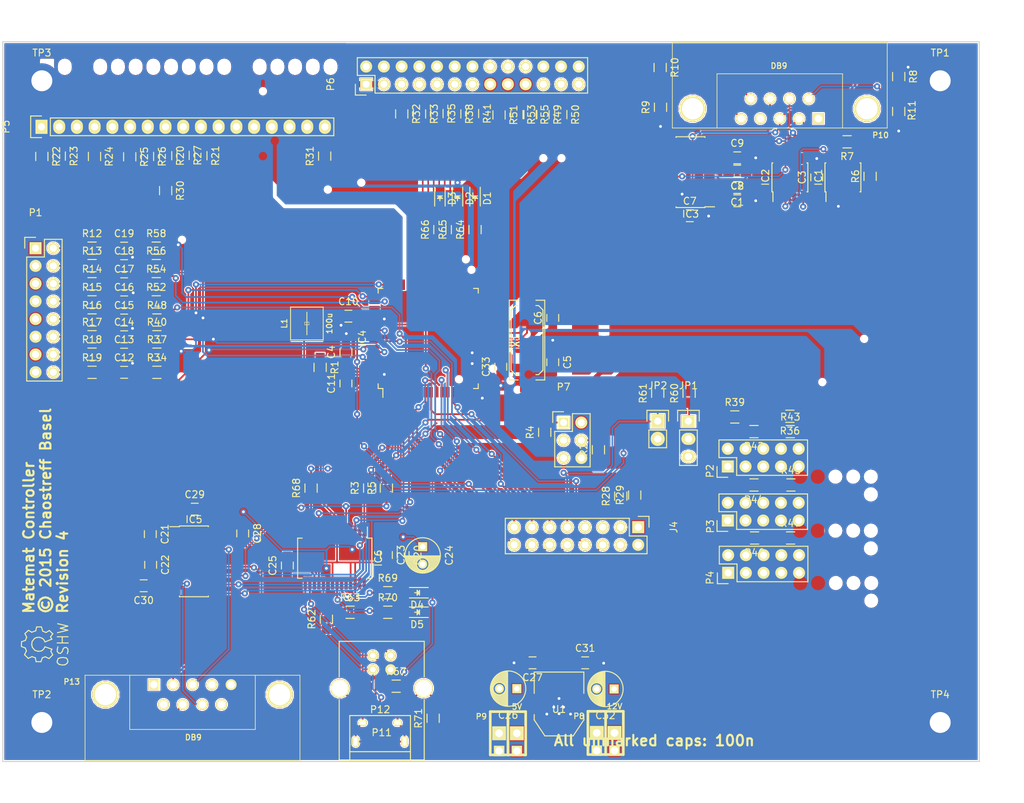
<source format=kicad_pcb>
(kicad_pcb (version 4) (host pcbnew 4.0.0~rc1a-stable)
  (title_block (title "Matemat Control Board") (rev 4) (company "Chaostreff Basel") (comment 1 "(c) 2015 Gregor Riepl"))
  (layers (0 F.Cu signal) (31 B.Cu signal) (34 B.Paste user) (35 F.Paste user) (36 B.SilkS user) (37 F.SilkS user) (38 B.Mask user) (39 F.Mask user) (44 Edge.Cuts user))
  (net 0 "")
  (net 1 +12V)
  (net 2 /CAN_SLEEP)
  (net 3 "/JTAG TCK")
  (net 4 "/JTAG TDI")
  (net 5 "/JTAG TDO")
  (net 6 "/JTAG TMS")
  (net 7 "/LED A")
  (net 8 "/LED B")
  (net 9 "/LED C")
  (net 10 "/LED RX")
  (net 11 "/LED TX")
  (net 12 /MISO)
  (net 13 /MOSI)
  (net 14 /PDI)
  (net 15 /PDO)
  (net 16 /SCK)
  (net 17 /SCL)
  (net 18 /SDA)
  (net 19 /UART0_CTS)
  (net 20 /UART0_RTS)
  (net 21 /UART0_RX)
  (net 22 /UART0_TX)
  (net 23 /UART1_CTS)
  (net 24 /UART1_RTS)
  (net 25 /UART1_RX)
  (net 26 /UART1_TX)
  (net 27 /USB_SLEEP)
  (net 28 /strobe)
  (net 29 /zero_cross)
  (net 30 GND)
  (net 31 VAA)
  (net 32 VCC)
  (net 33 "Net-(C1-Pad1)")
  (net 34 "Net-(C1-Pad2)")
  (net 35 "Net-(C2-Pad1)")
  (net 36 "Net-(C2-Pad2)")
  (net 37 "Net-(C4-Pad1)")
  (net 38 "Net-(C5-Pad2)")
  (net 39 "Net-(C6-Pad2)")
  (net 40 "Net-(C8-Pad1)")
  (net 41 "Net-(C9-Pad1)")
  (net 42 "Net-(C21-Pad1)")
  (net 43 "Net-(C21-Pad2)")
  (net 44 "Net-(C22-Pad1)")
  (net 45 "Net-(C22-Pad2)")
  (net 46 "Net-(C25-Pad1)")
  (net 47 "Net-(C29-Pad1)")
  (net 48 "Net-(C30-Pad1)")
  (net 49 "Net-(D1-Pad2)")
  (net 50 "Net-(D2-Pad2)")
  (net 51 "Net-(D3-Pad2)")
  (net 52 "Net-(D4-Pad2)")
  (net 53 "Net-(D5-Pad2)")
  (net 54 "Net-(IC1-Pad5)")
  (net 55 "Net-(IC1-Pad6)")
  (net 56 "Net-(IC1-Pad7)")
  (net 57 "Net-(IC3-Pad7)")
  (net 58 "Net-(IC3-Pad14)")
  (net 59 "Net-(IC4-Pad2)")
  (net 60 "Net-(IC4-Pad3)")
  (net 61 "Net-(IC5-Pad7)")
  (net 62 "Net-(IC5-Pad8)")
  (net 63 "Net-(IC5-Pad13)")
  (net 64 "Net-(IC5-Pad14)")
  (net 65 "Net-(IC6-Pad12)")
  (net 66 "Net-(IC6-Pad15)")
  (net 67 "Net-(IC6-Pad16)")
  (net 68 "Net-(IC6-Pad19)")
  (net 69 "Net-(P1-Pad2)")
  (net 70 "Net-(P1-Pad4)")
  (net 71 "Net-(P1-Pad6)")
  (net 72 "Net-(P1-Pad8)")
  (net 73 "Net-(P1-Pad10)")
  (net 74 "Net-(P1-Pad12)")
  (net 75 "Net-(P1-Pad14)")
  (net 76 "Net-(P1-Pad16)")
  (net 77 "Net-(P2-Pad6)")
  (net 78 "Net-(P2-Pad8)")
  (net 79 "Net-(P3-Pad6)")
  (net 80 "Net-(P3-Pad8)")
  (net 81 "Net-(P4-Pad6)")
  (net 82 "Net-(P4-Pad8)")
  (net 83 "Net-(P10-Pad5)")
  (net 84 "Net-(P10-Pad9)")
  (net 85 "Net-(P10-Pad6)")
  (net 86 "Net-(P11-Pad1)")
  (net 87 "Net-(P11-Pad5)")
  (net 88 "Net-(P12-Pad4)")
  (net 89 /ANALOG_3)
  (net 90 /DIGITAL_3)
  (net 91 /ANALOG_2)
  (net 92 /DIGITAL_2)
  (net 93 /ANALOG_1)
  (net 94 /DIGITAL_1)
  (net 95 /ANALOG_0)
  (net 96 /DIGITAL_0)
  (net 97 /COIN_INH)
  (net 98 /COIN_OUT_F)
  (net 99 /COIN_OUT_E)
  (net 100 /BILL_OUT_FULL)
  (net 101 /BILL_OUT_VALID)
  (net 102 /~FLASH_EN~)
  (net 103 /~RST~)
  (net 104 /BILL_IN_REJ)
  (net 105 /BILL_IN_ACK)
  (net 106 /BILL_IN_INH)
  (net 107 /BILL_OUT_ABN)
  (net 108 /BILL_OUT_BUSY)
  (net 109 /BILL_OUT_VEND3)
  (net 110 /BILL_OUT_VEND2)
  (net 111 /BILL_OUT_VEND1)
  (net 112 /COIN_OUT_D)
  (net 113 /COIN_OUT_C)
  (net 114 /COIN_OUT_B)
  (net 115 /COIN_OUT_A)
  (net 116 "Net-(J4-Pad5)")
  (net 117 "Net-(J4-Pad7)")
  (net 118 /COIN_OUT_MODE)
  (module matemat:SOT-223 (layer F.Cu) (at 129.75 151.75 180)
    (fp_text reference U1 (at 0 -0.762 180) (layer F.SilkS))
    (fp_text value "DNP LM2940-N 5V")
    (pad 2 smd rect (at 0 -3.302 180) (size 3.6576 2.032) (layers F.Cu F.Paste F.Mask) (net 30 GND))
    (pad 2 smd rect (at 0 3.302 180) (size 1.016 2.032) (layers F.Cu F.Paste F.Mask) (net 30 GND))
    (pad 3 smd rect (at 2.286 3.302 180) (size 1.016 2.032) (layers F.Cu F.Paste F.Mask) (net 32 VCC))
    (pad 1 smd rect (at -2.286 3.302 180) (size 1.016 2.032) (layers F.Cu F.Paste F.Mask) (net 1 +12V))
  )
  (module Resistors_SMD:R_0805_HandSoldering (layer F.Cu) (at 178.45 61.8 270)
    (fp_text reference R8 (at 0 -2.1 270) (layer F.SilkS))
    (fp_text value DNP)
    (pad 1 smd rect (at -1.35 0 270) (size 1.5 1.3) (layers F.Cu F.Paste F.Mask) (net 30 GND) (clearance 0.1))
    (pad 2 smd rect (at 1.35 0 270) (size 1.5 1.3) (layers F.Cu F.Paste F.Mask) (net 58 "Net-(IC3-Pad14)") (clearance 0.1))
  )
  (module Capacitors_SMD:C_0805_HandSoldering (layer F.Cu) (at 125.95 145.85 180)
    (fp_text reference C27 (at 0 -2.1 180) (layer F.SilkS))
    (fp_text value 100n)
    (pad 1 smd rect (at -1.25 0 180) (size 1.5 1.25) (layers F.Cu F.Paste F.Mask) (net 32 VCC) (clearance 0.1))
    (pad 2 smd rect (at 1.25 0 180) (size 1.5 1.25) (layers F.Cu F.Paste F.Mask) (net 30 GND) (clearance 0.1))
  )
  (module Pin_Headers:Pin_Header_Straight_2x05 (layer F.Cu) (at 153.95 125.45 90)
    (fp_text reference P3 (at -0.85 -2.5 90) (layer F.SilkS))
    (fp_text value I2C1)
    (pad 1 thru_hole rect (at 0 0 90) (size 1.7272 1.7272) (drill 1.016) (layers *.Cu *.Mask F.SilkS) (net 30 GND))
    (pad 2 thru_hole oval (at 2.54 0 90) (size 1.7272 1.7272) (drill 1.016) (layers *.Cu *.Mask F.SilkS) (net 32 VCC))
    (pad 3 thru_hole oval (at 0 2.54 90) (size 1.7272 1.7272) (drill 1.016) (layers *.Cu *.Mask F.SilkS) (net 30 GND))
    (pad 4 thru_hole oval (at 2.54 2.54 90) (size 1.7272 1.7272) (drill 1.016) (layers *.Cu *.Mask F.SilkS) (net 32 VCC))
    (pad 5 thru_hole oval (at 0 5.08 90) (size 1.7272 1.7272) (drill 1.016) (layers *.Cu *.Mask F.SilkS) (net 30 GND))
    (pad 6 thru_hole oval (at 2.54 5.08 90) (size 1.7272 1.7272) (drill 1.016) (layers *.Cu *.Mask F.SilkS) (net 79 "Net-(P3-Pad6)"))
    (pad 7 thru_hole oval (at 0 7.62 90) (size 1.7272 1.7272) (drill 1.016) (layers *.Cu *.Mask F.SilkS) (net 30 GND))
    (pad 8 thru_hole oval (at 2.54 7.62 90) (size 1.7272 1.7272) (drill 1.016) (layers *.Cu *.Mask F.SilkS) (net 80 "Net-(P3-Pad8)"))
    (pad 9 thru_hole oval (at 0 10.16 90) (size 1.7272 1.7272) (drill 1.016) (layers *.Cu *.Mask F.SilkS) (net 1 +12V))
    (pad 10 thru_hole oval (at 2.54 10.16 90) (size 1.7272 1.7272) (drill 1.016) (layers *.Cu *.Mask F.SilkS) (net 1 +12V))
  )
  (module Resistors_SMD:R_0805_HandSoldering (layer F.Cu) (at 163 120.35)
    (fp_text reference R45 (at 0 -2.1) (layer F.SilkS))
    (fp_text value 100)
    (pad 1 smd rect (at -1.35 0) (size 1.5 1.3) (layers F.Cu F.Paste F.Mask) (net 80 "Net-(P3-Pad8)") (clearance 0.1))
    (pad 2 smd rect (at 1.35 0) (size 1.5 1.3) (layers F.Cu F.Paste F.Mask) (net 18 /SDA) (clearance 0.1))
  )
  (module Resistors_SMD:R_0805_HandSoldering (layer F.Cu) (at 157.7 120.35 180)
    (fp_text reference R44 (at 0 -2.1 180) (layer F.SilkS))
    (fp_text value 100)
    (pad 1 smd rect (at -1.35 0 180) (size 1.5 1.3) (layers F.Cu F.Paste F.Mask) (net 79 "Net-(P3-Pad6)") (clearance 0.1))
    (pad 2 smd rect (at 1.35 0 180) (size 1.5 1.3) (layers F.Cu F.Paste F.Mask) (net 17 /SCL) (clearance 0.1))
  )
  (module Capacitors_SMD:C_0805_HandSoldering (layer F.Cu) (at 155.3 77.7 180)
    (fp_text reference C1 (at 0 -2.1 180) (layer F.SilkS))
    (fp_text value 100n)
    (pad 1 smd rect (at -1.25 0 180) (size 1.5 1.25) (layers F.Cu F.Paste F.Mask) (net 33 "Net-(C1-Pad1)") (clearance 0.1))
    (pad 2 smd rect (at 1.25 0 180) (size 1.5 1.25) (layers F.Cu F.Paste F.Mask) (net 34 "Net-(C1-Pad2)") (clearance 0.1))
  )
  (module Capacitors_SMD:C_0805_HandSoldering (layer F.Cu) (at 155.3 75.35 180)
    (fp_text reference C2 (at 0 -2.1 180) (layer F.SilkS))
    (fp_text value 100n)
    (pad 1 smd rect (at -1.25 0 180) (size 1.5 1.25) (layers F.Cu F.Paste F.Mask) (net 35 "Net-(C2-Pad1)") (clearance 0.1))
    (pad 2 smd rect (at 1.25 0 180) (size 1.5 1.25) (layers F.Cu F.Paste F.Mask) (net 36 "Net-(C2-Pad2)") (clearance 0.1))
  )
  (module Capacitors_SMD:C_0805_HandSoldering (layer F.Cu) (at 166.7 76.25 90)
    (fp_text reference C3 (at 0 -2.1 90) (layer F.SilkS))
    (fp_text value 100n)
    (pad 1 smd rect (at -1.25 0 90) (size 1.5 1.25) (layers F.Cu F.Paste F.Mask) (net 32 VCC) (clearance 0.1))
    (pad 2 smd rect (at 1.25 0 90) (size 1.5 1.25) (layers F.Cu F.Paste F.Mask) (net 30 GND) (clearance 0.1))
  )
  (module Capacitors_SMD:C_0805_HandSoldering (layer F.Cu) (at 99.2 101.3 90)
    (fp_text reference C4 (at 0 -2.1 90) (layer F.SilkS))
    (fp_text value 100n)
    (pad 1 smd rect (at -1.25 0 90) (size 1.5 1.25) (layers F.Cu F.Paste F.Mask) (net 37 "Net-(C4-Pad1)") (clearance 0.1))
    (pad 2 smd rect (at 1.25 0 90) (size 1.5 1.25) (layers F.Cu F.Paste F.Mask) (net 30 GND) (clearance 0.1))
  )
  (module Capacitors_SMD:C_0805_HandSoldering (layer F.Cu) (at 128.85 102.75 270)
    (fp_text reference C5 (at 0 -2.1 270) (layer F.SilkS))
    (fp_text value 22p)
    (pad 1 smd rect (at -1.25 0 270) (size 1.5 1.25) (layers F.Cu F.Paste F.Mask) (net 30 GND) (clearance 0.1))
    (pad 2 smd rect (at 1.25 0 270) (size 1.5 1.25) (layers F.Cu F.Paste F.Mask) (net 38 "Net-(C5-Pad2)") (clearance 0.1))
  )
  (module Capacitors_SMD:C_0805_HandSoldering (layer F.Cu) (at 128.85 96.4 90)
    (fp_text reference C6 (at 0 -2.1 90) (layer F.SilkS))
    (fp_text value 22p)
    (pad 1 smd rect (at -1.25 0 90) (size 1.5 1.25) (layers F.Cu F.Paste F.Mask) (net 30 GND) (clearance 0.1))
    (pad 2 smd rect (at 1.25 0 90) (size 1.5 1.25) (layers F.Cu F.Paste F.Mask) (net 39 "Net-(C6-Pad2)") (clearance 0.1))
  )
  (module Capacitors_SMD:C_0805_HandSoldering (layer F.Cu) (at 148.5 81.75)
    (fp_text reference C7 (at 0 -2.1) (layer F.SilkS))
    (fp_text value 100n)
    (pad 1 smd rect (at -1.25 0) (size 1.5 1.25) (layers F.Cu F.Paste F.Mask) (net 32 VCC) (clearance 0.1))
    (pad 2 smd rect (at 1.25 0) (size 1.5 1.25) (layers F.Cu F.Paste F.Mask) (net 30 GND) (clearance 0.1))
  )
  (module Capacitors_SMD:C_0805_HandSoldering (layer F.Cu) (at 155.3 79.6)
    (fp_text reference C8 (at 0 -2.1) (layer F.SilkS))
    (fp_text value 100n)
    (pad 1 smd rect (at -1.25 0) (size 1.5 1.25) (layers F.Cu F.Paste F.Mask) (net 40 "Net-(C8-Pad1)") (clearance 0.1))
    (pad 2 smd rect (at 1.25 0) (size 1.5 1.25) (layers F.Cu F.Paste F.Mask) (net 30 GND) (clearance 0.1))
  )
  (module Capacitors_SMD:C_0805_HandSoldering (layer F.Cu) (at 155.3 73.45)
    (fp_text reference C9 (at 0 -2.1) (layer F.SilkS))
    (fp_text value 100n)
    (pad 1 smd rect (at -1.25 0) (size 1.5 1.25) (layers F.Cu F.Paste F.Mask) (net 41 "Net-(C9-Pad1)") (clearance 0.1))
    (pad 2 smd rect (at 1.25 0) (size 1.5 1.25) (layers F.Cu F.Paste F.Mask) (net 30 GND) (clearance 0.1))
  )
  (module Capacitors_SMD:C_0805_HandSoldering (layer F.Cu) (at 99.55 96.15)
    (fp_text reference C10 (at 0 -2.1) (layer F.SilkS))
    (fp_text value 100n)
    (pad 1 smd rect (at -1.25 0) (size 1.5 1.25) (layers F.Cu F.Paste F.Mask) (net 30 GND) (clearance 0.1))
    (pad 2 smd rect (at 1.25 0) (size 1.5 1.25) (layers F.Cu F.Paste F.Mask) (net 32 VCC) (clearance 0.1))
  )
  (module Capacitors_SMD:C_0805_HandSoldering (layer F.Cu) (at 99.2 105.8 90)
    (fp_text reference C11 (at 0 -2.1 90) (layer F.SilkS))
    (fp_text value 100n)
    (pad 1 smd rect (at -1.25 0 90) (size 1.5 1.25) (layers F.Cu F.Paste F.Mask) (net 31 VAA) (clearance 0.1))
    (pad 2 smd rect (at 1.25 0 90) (size 1.5 1.25) (layers F.Cu F.Paste F.Mask) (net 30 GND) (clearance 0.1))
  )
  (module Capacitors_SMD:C_0805_HandSoldering (layer F.Cu) (at 67.4 104.2)
    (fp_text reference C12 (at 0 -2.1) (layer F.SilkS))
    (fp_text value 100n)
    (pad 1 smd rect (at -1.25 0) (size 1.5 1.25) (layers F.Cu F.Paste F.Mask) (net 89 /ANALOG_3) (clearance 0.1))
    (pad 2 smd rect (at 1.25 0) (size 1.5 1.25) (layers F.Cu F.Paste F.Mask) (net 30 GND) (clearance 0.1))
  )
  (module Capacitors_SMD:C_0805_HandSoldering (layer F.Cu) (at 67.4 101.6)
    (fp_text reference C13 (at 0 -2.1) (layer F.SilkS))
    (fp_text value 100n)
    (pad 1 smd rect (at -1.25 0) (size 1.5 1.25) (layers F.Cu F.Paste F.Mask) (net 90 /DIGITAL_3) (clearance 0.1))
    (pad 2 smd rect (at 1.25 0) (size 1.5 1.25) (layers F.Cu F.Paste F.Mask) (net 30 GND) (clearance 0.1))
  )
  (module Capacitors_SMD:C_0805_HandSoldering (layer F.Cu) (at 67.4 99.1)
    (fp_text reference C14 (at 0 -2.1) (layer F.SilkS))
    (fp_text value 100n)
    (pad 1 smd rect (at -1.25 0) (size 1.5 1.25) (layers F.Cu F.Paste F.Mask) (net 91 /ANALOG_2) (clearance 0.1))
    (pad 2 smd rect (at 1.25 0) (size 1.5 1.25) (layers F.Cu F.Paste F.Mask) (net 30 GND) (clearance 0.1))
  )
  (module Capacitors_SMD:C_0805_HandSoldering (layer F.Cu) (at 67.4 96.7)
    (fp_text reference C15 (at 0 -2.1) (layer F.SilkS))
    (fp_text value 100n)
    (pad 1 smd rect (at -1.25 0) (size 1.5 1.25) (layers F.Cu F.Paste F.Mask) (net 92 /DIGITAL_2) (clearance 0.1))
    (pad 2 smd rect (at 1.25 0) (size 1.5 1.25) (layers F.Cu F.Paste F.Mask) (net 30 GND) (clearance 0.1))
  )
  (module Capacitors_SMD:C_0805_HandSoldering (layer F.Cu) (at 67.4 94.1)
    (fp_text reference C16 (at 0 -2.1) (layer F.SilkS))
    (fp_text value 100n)
    (pad 1 smd rect (at -1.25 0) (size 1.5 1.25) (layers F.Cu F.Paste F.Mask) (net 93 /ANALOG_1) (clearance 0.1))
    (pad 2 smd rect (at 1.25 0) (size 1.5 1.25) (layers F.Cu F.Paste F.Mask) (net 30 GND) (clearance 0.1))
  )
  (module Capacitors_SMD:C_0805_HandSoldering (layer F.Cu) (at 67.4 91.5)
    (fp_text reference C17 (at 0 -2.1) (layer F.SilkS))
    (fp_text value 100n)
    (pad 1 smd rect (at -1.25 0) (size 1.5 1.25) (layers F.Cu F.Paste F.Mask) (net 94 /DIGITAL_1) (clearance 0.1))
    (pad 2 smd rect (at 1.25 0) (size 1.5 1.25) (layers F.Cu F.Paste F.Mask) (net 30 GND) (clearance 0.1))
  )
  (module Capacitors_SMD:C_0805_HandSoldering (layer F.Cu) (at 67.4 88.9)
    (fp_text reference C18 (at 0 -2.1) (layer F.SilkS))
    (fp_text value 100n)
    (pad 1 smd rect (at -1.25 0) (size 1.5 1.25) (layers F.Cu F.Paste F.Mask) (net 95 /ANALOG_0) (clearance 0.1))
    (pad 2 smd rect (at 1.25 0) (size 1.5 1.25) (layers F.Cu F.Paste F.Mask) (net 30 GND) (clearance 0.1))
  )
  (module Capacitors_SMD:C_0805_HandSoldering (layer F.Cu) (at 67.4 86.4)
    (fp_text reference C19 (at 0 -2.1) (layer F.SilkS))
    (fp_text value 100n)
    (pad 1 smd rect (at -1.25 0) (size 1.5 1.25) (layers F.Cu F.Paste F.Mask) (net 96 /DIGITAL_0) (clearance 0.1))
    (pad 2 smd rect (at 1.25 0) (size 1.5 1.25) (layers F.Cu F.Paste F.Mask) (net 30 GND) (clearance 0.1))
  )
  (module Capacitors_SMD:C_0805_HandSoldering (layer F.Cu) (at 107.4 130.4 270)
    (fp_text reference C20 (at 0 -2.1 270) (layer F.SilkS))
    (fp_text value 100n)
    (pad 1 smd rect (at -1.25 0 270) (size 1.5 1.25) (layers F.Cu F.Paste F.Mask) (net 32 VCC) (clearance 0.1))
    (pad 2 smd rect (at 1.25 0 270) (size 1.5 1.25) (layers F.Cu F.Paste F.Mask) (net 30 GND) (clearance 0.1))
  )
  (module Capacitors_SMD:C_0805_HandSoldering (layer F.Cu) (at 71.15 127.4 270)
    (fp_text reference C21 (at 0 -2.1 270) (layer F.SilkS))
    (fp_text value 100n)
    (pad 1 smd rect (at -1.25 0 270) (size 1.5 1.25) (layers F.Cu F.Paste F.Mask) (net 42 "Net-(C21-Pad1)") (clearance 0.1))
    (pad 2 smd rect (at 1.25 0 270) (size 1.5 1.25) (layers F.Cu F.Paste F.Mask) (net 43 "Net-(C21-Pad2)") (clearance 0.1))
  )
  (module Capacitors_SMD:C_0805_HandSoldering (layer F.Cu) (at 71.2 131.8 270)
    (fp_text reference C22 (at 0 -2.1 270) (layer F.SilkS))
    (fp_text value 100n)
    (pad 1 smd rect (at -1.25 0 270) (size 1.5 1.25) (layers F.Cu F.Paste F.Mask) (net 44 "Net-(C22-Pad1)") (clearance 0.1))
    (pad 2 smd rect (at 1.25 0 270) (size 1.5 1.25) (layers F.Cu F.Paste F.Mask) (net 45 "Net-(C22-Pad2)") (clearance 0.1))
  )
  (module Capacitors_SMD:C_0805_HandSoldering (layer F.Cu) (at 105 130.4 270)
    (fp_text reference C23 (at 0 -2.1 270) (layer F.SilkS))
    (fp_text value 100n)
    (pad 1 smd rect (at -1.25 0 270) (size 1.5 1.25) (layers F.Cu F.Paste F.Mask) (net 32 VCC) (clearance 0.1))
    (pad 2 smd rect (at 1.25 0 270) (size 1.5 1.25) (layers F.Cu F.Paste F.Mask) (net 30 GND) (clearance 0.1))
  )
  (module Capacitors_ThroughHole:C_Radial_D5_L11_P2.5 (layer F.Cu) (at 110.2 129.2 270)
    (fp_text reference C24 (at 1.25 -3.8 270) (layer F.SilkS))
    (fp_text value 4.7u)
    (pad 1 thru_hole rect (at 0 0 270) (size 1.3 1.3) (drill 0.8) (layers *.Cu *.Mask F.SilkS) (net 32 VCC))
    (pad 2 thru_hole circle (at 2.5 0 270) (size 1.3 1.3) (drill 0.8) (layers *.Cu *.Mask F.SilkS) (net 30 GND))
  )
  (module Capacitors_SMD:C_0805_HandSoldering (layer F.Cu) (at 90.8 131.9 90)
    (fp_text reference C25 (at 0 -2.1 90) (layer F.SilkS))
    (fp_text value 100n)
    (pad 1 smd rect (at -1.25 0 90) (size 1.5 1.25) (layers F.Cu F.Paste F.Mask) (net 46 "Net-(C25-Pad1)") (clearance 0.1))
    (pad 2 smd rect (at 1.25 0 90) (size 1.5 1.25) (layers F.Cu F.Paste F.Mask) (net 30 GND) (clearance 0.1))
  )
  (module Capacitors_SMD:C_0805_HandSoldering (layer F.Cu) (at 84.4 127.3 270)
    (fp_text reference C28 (at 0 -2.1 270) (layer F.SilkS))
    (fp_text value 100n)
    (pad 1 smd rect (at -1.25 0 270) (size 1.5 1.25) (layers F.Cu F.Paste F.Mask) (net 32 VCC) (clearance 0.1))
    (pad 2 smd rect (at 1.25 0 270) (size 1.5 1.25) (layers F.Cu F.Paste F.Mask) (net 30 GND) (clearance 0.1))
  )
  (module Capacitors_SMD:C_0805_HandSoldering (layer F.Cu) (at 77.52 123.82)
    (fp_text reference C29 (at 0 -2.1) (layer F.SilkS))
    (fp_text value 100n)
    (pad 1 smd rect (at -1.25 0) (size 1.5 1.25) (layers F.Cu F.Paste F.Mask) (net 47 "Net-(C29-Pad1)") (clearance 0.1))
    (pad 2 smd rect (at 1.25 0) (size 1.5 1.25) (layers F.Cu F.Paste F.Mask) (net 30 GND) (clearance 0.1))
  )
  (module Capacitors_SMD:C_0805_HandSoldering (layer F.Cu) (at 70.2 134.8 180)
    (fp_text reference C30 (at 0 -2.1 180) (layer F.SilkS))
    (fp_text value 100n)
    (pad 1 smd rect (at -1.25 0 180) (size 1.5 1.25) (layers F.Cu F.Paste F.Mask) (net 48 "Net-(C30-Pad1)") (clearance 0.1))
    (pad 2 smd rect (at 1.25 0 180) (size 1.5 1.25) (layers F.Cu F.Paste F.Mask) (net 30 GND) (clearance 0.1))
  )
  (module Capacitors_SMD:C_0805_HandSoldering (layer F.Cu) (at 133.5 145.85)
    (fp_text reference C31 (at 0 -2.1) (layer F.SilkS))
    (fp_text value 100n)
    (pad 1 smd rect (at -1.25 0) (size 1.5 1.25) (layers F.Cu F.Paste F.Mask) (net 1 +12V) (clearance 0.1))
    (pad 2 smd rect (at 1.25 0) (size 1.5 1.25) (layers F.Cu F.Paste F.Mask) (net 30 GND) (clearance 0.1))
  )
  (module Capacitors_ThroughHole:C_Radial_D5_L11_P2.5 (layer F.Cu) (at 137.65 149.6 180)
    (fp_text reference C32 (at 1.25 -3.8 180) (layer F.SilkS))
    (fp_text value 10u)
    (pad 1 thru_hole rect (at 0 0 180) (size 1.3 1.3) (drill 0.8) (layers *.Cu *.Mask F.SilkS) (net 1 +12V))
    (pad 2 thru_hole circle (at 2.5 0 180) (size 1.3 1.3) (drill 0.8) (layers *.Cu *.Mask F.SilkS) (net 30 GND))
  )
  (module LEDs:LED-0805 (layer F.Cu) (at 117.71 79.26 270)
    (fp_text reference D1 (at 0 -1.75 270) (layer F.SilkS))
    (fp_text value LED805)
    (pad 2 smd rect (at 1.04902 0 90) (size 1.19888 1.19888) (layers F.Cu F.Paste F.Mask) (net 49 "Net-(D1-Pad2)"))
    (pad 1 smd rect (at -1.04902 0 90) (size 1.19888 1.19888) (layers F.Cu F.Paste F.Mask) (net 30 GND))
  )
  (module LEDs:LED-0805 (layer F.Cu) (at 115.19 79.26 270)
    (fp_text reference D2 (at 0 -1.75 270) (layer F.SilkS))
    (fp_text value LED805)
    (pad 2 smd rect (at 1.04902 0 90) (size 1.19888 1.19888) (layers F.Cu F.Paste F.Mask) (net 50 "Net-(D2-Pad2)"))
    (pad 1 smd rect (at -1.04902 0 90) (size 1.19888 1.19888) (layers F.Cu F.Paste F.Mask) (net 30 GND))
  )
  (module LEDs:LED-0805 (layer F.Cu) (at 112.67 79.26 270)
    (fp_text reference D3 (at 0 -1.75 270) (layer F.SilkS))
    (fp_text value LED805)
    (pad 2 smd rect (at 1.04902 0 90) (size 1.19888 1.19888) (layers F.Cu F.Paste F.Mask) (net 51 "Net-(D3-Pad2)"))
    (pad 1 smd rect (at -1.04902 0 90) (size 1.19888 1.19888) (layers F.Cu F.Paste F.Mask) (net 30 GND))
  )
  (module LEDs:LED-0805 (layer F.Cu) (at 109.4 135.8 180)
    (fp_text reference D4 (at 0 -1.75 180) (layer F.SilkS))
    (fp_text value LED805)
    (pad 2 smd rect (at 1.04902 0) (size 1.19888 1.19888) (layers F.Cu F.Paste F.Mask) (net 52 "Net-(D4-Pad2)"))
    (pad 1 smd rect (at -1.04902 0) (size 1.19888 1.19888) (layers F.Cu F.Paste F.Mask) (net 30 GND))
  )
  (module LEDs:LED-0805 (layer F.Cu) (at 109.4 138.6 180)
    (fp_text reference D5 (at 0 -1.75 180) (layer F.SilkS))
    (fp_text value LED805)
    (pad 2 smd rect (at 1.04902 0) (size 1.19888 1.19888) (layers F.Cu F.Paste F.Mask) (net 53 "Net-(D5-Pad2)"))
    (pad 1 smd rect (at -1.04902 0) (size 1.19888 1.19888) (layers F.Cu F.Paste F.Mask) (net 30 GND))
  )
  (module Housings_SOIC:SOIC-8_3.9x4.9mm_Pitch1.27mm (layer F.Cu) (at 170.45 76.25 90)
    (fp_text reference IC1 (at 0 -3.5 90) (layer F.SilkS))
    (fp_text value TJA1040)
    (pad 1 smd rect (at -2.7 -1.905 90) (size 1.55 0.6) (layers F.Cu F.Paste F.Mask) (net 26 /UART1_TX))
    (pad 2 smd rect (at -2.7 -0.635 90) (size 1.55 0.6) (layers F.Cu F.Paste F.Mask) (net 30 GND))
    (pad 3 smd rect (at -2.7 0.635 90) (size 1.55 0.6) (layers F.Cu F.Paste F.Mask) (net 32 VCC))
    (pad 4 smd rect (at -2.7 1.905 90) (size 1.55 0.6) (layers F.Cu F.Paste F.Mask) (net 25 /UART1_RX))
    (pad 5 smd rect (at 2.7 1.905 90) (size 1.55 0.6) (layers F.Cu F.Paste F.Mask) (net 54 "Net-(IC1-Pad5)"))
    (pad 6 smd rect (at 2.7 0.635 90) (size 1.55 0.6) (layers F.Cu F.Paste F.Mask) (net 55 "Net-(IC1-Pad6)"))
    (pad 7 smd rect (at 2.7 -0.635 90) (size 1.55 0.6) (layers F.Cu F.Paste F.Mask) (net 56 "Net-(IC1-Pad7)"))
    (pad 8 smd rect (at 2.7 -1.905 90) (size 1.55 0.6) (layers F.Cu F.Paste F.Mask) (net 2 /CAN_SLEEP))
  )
  (module Housings_SOIC:SOIC-8_3.9x4.9mm_Pitch1.27mm (layer F.Cu) (at 162.85 76.25 90)
    (fp_text reference IC2 (at 0 -3.5 90) (layer F.SilkS))
    (fp_text value "DNP MAX481CSA")
    (pad 1 smd rect (at -2.7 -1.905 90) (size 1.55 0.6) (layers F.Cu F.Paste F.Mask) (net 25 /UART1_RX))
    (pad 2 smd rect (at -2.7 -0.635 90) (size 1.55 0.6) (layers F.Cu F.Paste F.Mask) (net 2 /CAN_SLEEP))
    (pad 3 smd rect (at -2.7 0.635 90) (size 1.55 0.6) (layers F.Cu F.Paste F.Mask) (net 2 /CAN_SLEEP))
    (pad 4 smd rect (at -2.7 1.905 90) (size 1.55 0.6) (layers F.Cu F.Paste F.Mask) (net 26 /UART1_TX))
    (pad 5 smd rect (at 2.7 1.905 90) (size 1.55 0.6) (layers F.Cu F.Paste F.Mask) (net 30 GND))
    (pad 6 smd rect (at 2.7 0.635 90) (size 1.55 0.6) (layers F.Cu F.Paste F.Mask) (net 56 "Net-(IC1-Pad7)"))
    (pad 7 smd rect (at 2.7 -0.635 90) (size 1.55 0.6) (layers F.Cu F.Paste F.Mask) (net 55 "Net-(IC1-Pad6)"))
    (pad 8 smd rect (at 2.7 -1.905 90) (size 1.55 0.6) (layers F.Cu F.Paste F.Mask) (net 32 VCC))
  )
  (module Housings_QFP:TQFP-64_14x14mm_Pitch0.8mm (layer F.Cu) (at 110.995 99.345 90)
    (fp_text reference IC4 (at 0 -9.45 90) (layer F.SilkS))
    (fp_text value ATMEGA128-A)
    (pad 1 smd rect (at -7.7 -6 90) (size 1.5 0.55) (layers F.Cu F.Paste F.Mask))
    (pad 2 smd rect (at -7.7 -5.2 90) (size 1.5 0.55) (layers F.Cu F.Paste F.Mask) (net 59 "Net-(IC4-Pad2)"))
    (pad 3 smd rect (at -7.7 -4.4 90) (size 1.5 0.55) (layers F.Cu F.Paste F.Mask) (net 60 "Net-(IC4-Pad3)"))
    (pad 4 smd rect (at -7.7 -3.6 90) (size 1.5 0.55) (layers F.Cu F.Paste F.Mask) (net 20 /UART0_RTS))
    (pad 5 smd rect (at -7.7 -2.8 90) (size 1.5 0.55) (layers F.Cu F.Paste F.Mask) (net 19 /UART0_CTS))
    (pad 6 smd rect (at -7.7 -2 90) (size 1.5 0.55) (layers F.Cu F.Paste F.Mask))
    (pad 7 smd rect (at -7.7 -1.2 90) (size 1.5 0.55) (layers F.Cu F.Paste F.Mask))
    (pad 8 smd rect (at -7.7 -0.4 90) (size 1.5 0.55) (layers F.Cu F.Paste F.Mask) (net 28 /strobe))
    (pad 9 smd rect (at -7.7 0.4 90) (size 1.5 0.55) (layers F.Cu F.Paste F.Mask) (net 29 /zero_cross))
    (pad 10 smd rect (at -7.7 1.2 90) (size 1.5 0.55) (layers F.Cu F.Paste F.Mask) (net 97 /COIN_INH))
    (pad 11 smd rect (at -7.7 2 90) (size 1.5 0.55) (layers F.Cu F.Paste F.Mask) (net 16 /SCK))
    (pad 12 smd rect (at -7.7 2.8 90) (size 1.5 0.55) (layers F.Cu F.Paste F.Mask) (net 13 /MOSI))
    (pad 13 smd rect (at -7.7 3.6 90) (size 1.5 0.55) (layers F.Cu F.Paste F.Mask) (net 12 /MISO))
    (pad 14 smd rect (at -7.7 4.4 90) (size 1.5 0.55) (layers F.Cu F.Paste F.Mask) (net 98 /COIN_OUT_F))
    (pad 15 smd rect (at -7.7 5.2 90) (size 1.5 0.55) (layers F.Cu F.Paste F.Mask) (net 99 /COIN_OUT_E))
    (pad 16 smd rect (at -7.7 6 90) (size 1.5 0.55) (layers F.Cu F.Paste F.Mask) (net 100 /BILL_OUT_FULL))
    (pad 17 smd rect (at -6 7.7 180) (size 1.5 0.55) (layers F.Cu F.Paste F.Mask) (net 101 /BILL_OUT_VALID))
    (pad 18 smd rect (at -5.2 7.7 180) (size 1.5 0.55) (layers F.Cu F.Paste F.Mask) (net 102 /~FLASH_EN~))
    (pad 19 smd rect (at -4.4 7.7 180) (size 1.5 0.55) (layers F.Cu F.Paste F.Mask))
    (pad 20 smd rect (at -3.6 7.7 180) (size 1.5 0.55) (layers F.Cu F.Paste F.Mask) (net 103 /~RST~))
    (pad 21 smd rect (at -2.8 7.7 180) (size 1.5 0.55) (layers F.Cu F.Paste F.Mask) (net 32 VCC))
    (pad 22 smd rect (at -2 7.7 180) (size 1.5 0.55) (layers F.Cu F.Paste F.Mask) (net 30 GND))
    (pad 23 smd rect (at -1.2 7.7 180) (size 1.5 0.55) (layers F.Cu F.Paste F.Mask) (net 38 "Net-(C5-Pad2)"))
    (pad 24 smd rect (at -0.4 7.7 180) (size 1.5 0.55) (layers F.Cu F.Paste F.Mask) (net 39 "Net-(C6-Pad2)"))
    (pad 25 smd rect (at 0.4 7.7 180) (size 1.5 0.55) (layers F.Cu F.Paste F.Mask) (net 17 /SCL))
    (pad 26 smd rect (at 1.2 7.7 180) (size 1.5 0.55) (layers F.Cu F.Paste F.Mask) (net 18 /SDA))
    (pad 27 smd rect (at 2 7.7 180) (size 1.5 0.55) (layers F.Cu F.Paste F.Mask) (net 25 /UART1_RX))
    (pad 28 smd rect (at 2.8 7.7 180) (size 1.5 0.55) (layers F.Cu F.Paste F.Mask) (net 26 /UART1_TX))
    (pad 29 smd rect (at 3.6 7.7 180) (size 1.5 0.55) (layers F.Cu F.Paste F.Mask) (net 2 /CAN_SLEEP))
    (pad 30 smd rect (at 4.4 7.7 180) (size 1.5 0.55) (layers F.Cu F.Paste F.Mask) (net 24 /UART1_RTS))
    (pad 31 smd rect (at 5.2 7.7 180) (size 1.5 0.55) (layers F.Cu F.Paste F.Mask) (net 23 /UART1_CTS))
    (pad 32 smd rect (at 6 7.7 180) (size 1.5 0.55) (layers F.Cu F.Paste F.Mask) (net 27 /USB_SLEEP))
    (pad 33 smd rect (at 7.7 6 90) (size 1.5 0.55) (layers F.Cu F.Paste F.Mask) (net 7 "/LED A"))
    (pad 34 smd rect (at 7.7 5.2 90) (size 1.5 0.55) (layers F.Cu F.Paste F.Mask) (net 8 "/LED B"))
    (pad 35 smd rect (at 7.7 4.4 90) (size 1.5 0.55) (layers F.Cu F.Paste F.Mask) (net 104 /BILL_IN_REJ))
    (pad 36 smd rect (at 7.7 3.6 90) (size 1.5 0.55) (layers F.Cu F.Paste F.Mask) (net 105 /BILL_IN_ACK))
    (pad 37 smd rect (at 7.7 2.8 90) (size 1.5 0.55) (layers F.Cu F.Paste F.Mask) (net 106 /BILL_IN_INH))
    (pad 38 smd rect (at 7.7 2 90) (size 1.5 0.55) (layers F.Cu F.Paste F.Mask) (net 107 /BILL_OUT_ABN))
    (pad 39 smd rect (at 7.7 1.2 90) (size 1.5 0.55) (layers F.Cu F.Paste F.Mask) (net 108 /BILL_OUT_BUSY))
    (pad 40 smd rect (at 7.7 0.4 90) (size 1.5 0.55) (layers F.Cu F.Paste F.Mask) (net 109 /BILL_OUT_VEND3))
    (pad 41 smd rect (at 7.7 -0.4 90) (size 1.5 0.55) (layers F.Cu F.Paste F.Mask) (net 110 /BILL_OUT_VEND2))
    (pad 42 smd rect (at 7.7 -1.2 90) (size 1.5 0.55) (layers F.Cu F.Paste F.Mask) (net 111 /BILL_OUT_VEND1))
    (pad 43 smd rect (at 7.7 -2 90) (size 1.5 0.55) (layers F.Cu F.Paste F.Mask) (net 9 "/LED C"))
    (pad 44 smd rect (at 7.7 -2.8 90) (size 1.5 0.55) (layers F.Cu F.Paste F.Mask) (net 112 /COIN_OUT_D))
    (pad 45 smd rect (at 7.7 -3.6 90) (size 1.5 0.55) (layers F.Cu F.Paste F.Mask) (net 113 /COIN_OUT_C))
    (pad 46 smd rect (at 7.7 -4.4 90) (size 1.5 0.55) (layers F.Cu F.Paste F.Mask) (net 114 /COIN_OUT_B))
    (pad 47 smd rect (at 7.7 -5.2 90) (size 1.5 0.55) (layers F.Cu F.Paste F.Mask) (net 115 /COIN_OUT_A))
    (pad 48 smd rect (at 7.7 -6 90) (size 1.5 0.55) (layers F.Cu F.Paste F.Mask) (net 90 /DIGITAL_3))
    (pad 49 smd rect (at 6 -7.7 180) (size 1.5 0.55) (layers F.Cu F.Paste F.Mask) (net 92 /DIGITAL_2))
    (pad 50 smd rect (at 5.2 -7.7 180) (size 1.5 0.55) (layers F.Cu F.Paste F.Mask) (net 94 /DIGITAL_1))
    (pad 51 smd rect (at 4.4 -7.7 180) (size 1.5 0.55) (layers F.Cu F.Paste F.Mask) (net 96 /DIGITAL_0))
    (pad 52 smd rect (at 3.6 -7.7 180) (size 1.5 0.55) (layers F.Cu F.Paste F.Mask) (net 32 VCC))
    (pad 53 smd rect (at 2.8 -7.7 180) (size 1.5 0.55) (layers F.Cu F.Paste F.Mask) (net 30 GND))
    (pad 54 smd rect (at 2 -7.7 180) (size 1.5 0.55) (layers F.Cu F.Paste F.Mask) (net 4 "/JTAG TDI"))
    (pad 55 smd rect (at 1.2 -7.7 180) (size 1.5 0.55) (layers F.Cu F.Paste F.Mask) (net 5 "/JTAG TDO"))
    (pad 56 smd rect (at 0.4 -7.7 180) (size 1.5 0.55) (layers F.Cu F.Paste F.Mask) (net 6 "/JTAG TMS"))
    (pad 57 smd rect (at -0.4 -7.7 180) (size 1.5 0.55) (layers F.Cu F.Paste F.Mask) (net 3 "/JTAG TCK"))
    (pad 58 smd rect (at -1.2 -7.7 180) (size 1.5 0.55) (layers F.Cu F.Paste F.Mask) (net 89 /ANALOG_3))
    (pad 59 smd rect (at -2 -7.7 180) (size 1.5 0.55) (layers F.Cu F.Paste F.Mask) (net 91 /ANALOG_2))
    (pad 60 smd rect (at -2.8 -7.7 180) (size 1.5 0.55) (layers F.Cu F.Paste F.Mask) (net 93 /ANALOG_1))
    (pad 61 smd rect (at -3.6 -7.7 180) (size 1.5 0.55) (layers F.Cu F.Paste F.Mask) (net 95 /ANALOG_0))
    (pad 62 smd rect (at -4.4 -7.7 180) (size 1.5 0.55) (layers F.Cu F.Paste F.Mask) (net 37 "Net-(C4-Pad1)"))
    (pad 63 smd rect (at -5.2 -7.7 180) (size 1.5 0.55) (layers F.Cu F.Paste F.Mask) (net 30 GND))
    (pad 64 smd rect (at -6 -7.7 180) (size 1.5 0.55) (layers F.Cu F.Paste F.Mask) (net 31 VAA))
  )
  (module Housings_SSOP:SSOP-28_5.3x10.2mm_Pitch0.65mm (layer F.Cu) (at 97.6 130.85 270)
    (fp_text reference IC6 (at 0 -6.25 270) (layer F.SilkS))
    (fp_text value FT232RL)
    (pad 1 smd rect (at -3.6 -4.225 270) (size 1.75 0.45) (layers F.Cu F.Paste F.Mask) (net 21 /UART0_RX))
    (pad 2 smd rect (at -3.6 -3.575 270) (size 1.75 0.45) (layers F.Cu F.Paste F.Mask))
    (pad 3 smd rect (at -3.6 -2.925 270) (size 1.75 0.45) (layers F.Cu F.Paste F.Mask) (net 20 /UART0_RTS))
    (pad 4 smd rect (at -3.6 -2.275 270) (size 1.75 0.45) (layers F.Cu F.Paste F.Mask) (net 32 VCC))
    (pad 5 smd rect (at -3.6 -1.625 270) (size 1.75 0.45) (layers F.Cu F.Paste F.Mask) (net 22 /UART0_TX))
    (pad 6 smd rect (at -3.6 -0.975 270) (size 1.75 0.45) (layers F.Cu F.Paste F.Mask))
    (pad 7 smd rect (at -3.6 -0.325 270) (size 1.75 0.45) (layers F.Cu F.Paste F.Mask) (net 30 GND))
    (pad 8 smd rect (at -3.6 0.325 270) (size 1.75 0.45) (layers F.Cu F.Paste F.Mask))
    (pad 9 smd rect (at -3.6 0.975 270) (size 1.75 0.45) (layers F.Cu F.Paste F.Mask))
    (pad 10 smd rect (at -3.6 1.625 270) (size 1.75 0.45) (layers F.Cu F.Paste F.Mask))
    (pad 11 smd rect (at -3.6 2.275 270) (size 1.75 0.45) (layers F.Cu F.Paste F.Mask) (net 19 /UART0_CTS))
    (pad 12 smd rect (at -3.6 2.925 270) (size 1.75 0.45) (layers F.Cu F.Paste F.Mask) (net 65 "Net-(IC6-Pad12)"))
    (pad 13 smd rect (at -3.6 3.575 270) (size 1.75 0.45) (layers F.Cu F.Paste F.Mask))
    (pad 14 smd rect (at -3.6 4.225 270) (size 1.75 0.45) (layers F.Cu F.Paste F.Mask))
    (pad 15 smd rect (at 3.6 4.225 270) (size 1.75 0.45) (layers F.Cu F.Paste F.Mask) (net 66 "Net-(IC6-Pad15)"))
    (pad 16 smd rect (at 3.6 3.575 270) (size 1.75 0.45) (layers F.Cu F.Paste F.Mask) (net 67 "Net-(IC6-Pad16)"))
    (pad 17 smd rect (at 3.6 2.925 270) (size 1.75 0.45) (layers F.Cu F.Paste F.Mask) (net 46 "Net-(C25-Pad1)"))
    (pad 18 smd rect (at 3.6 2.275 270) (size 1.75 0.45) (layers F.Cu F.Paste F.Mask) (net 30 GND))
    (pad 19 smd rect (at 3.6 1.625 270) (size 1.75 0.45) (layers F.Cu F.Paste F.Mask) (net 68 "Net-(IC6-Pad19)"))
    (pad 20 smd rect (at 3.6 0.975 270) (size 1.75 0.45) (layers F.Cu F.Paste F.Mask) (net 32 VCC))
    (pad 21 smd rect (at 3.6 0.325 270) (size 1.75 0.45) (layers F.Cu F.Paste F.Mask) (net 30 GND))
    (pad 22 smd rect (at 3.6 -0.325 270) (size 1.75 0.45) (layers F.Cu F.Paste F.Mask) (net 10 "/LED RX"))
    (pad 23 smd rect (at 3.6 -0.975 270) (size 1.75 0.45) (layers F.Cu F.Paste F.Mask) (net 11 "/LED TX"))
    (pad 24 smd rect (at 3.6 -1.625 270) (size 1.75 0.45) (layers F.Cu F.Paste F.Mask))
    (pad 25 smd rect (at 3.6 -2.275 270) (size 1.75 0.45) (layers F.Cu F.Paste F.Mask) (net 30 GND))
    (pad 26 smd rect (at 3.6 -2.925 270) (size 1.75 0.45) (layers F.Cu F.Paste F.Mask) (net 30 GND))
    (pad 27 smd rect (at 3.6 -3.575 270) (size 1.75 0.45) (layers F.Cu F.Paste F.Mask))
    (pad 28 smd rect (at 3.6 -4.225 270) (size 1.75 0.45) (layers F.Cu F.Paste F.Mask))
  )
  (module Pin_Headers:Pin_Header_Straight_2x08 (layer F.Cu) (at 141.1 126.4 270)
    (fp_text reference J4 (at 0 -5.1 270) (layer F.SilkS))
    (fp_text value POWER)
    (pad 1 thru_hole rect (at 0 0 270) (size 1.7272 1.7272) (drill 1.016) (layers *.Cu *.Mask F.SilkS) (net 32 VCC))
    (pad 2 thru_hole oval (at 2.54 0 270) (size 1.7272 1.7272) (drill 1.016) (layers *.Cu *.Mask F.SilkS) (net 30 GND))
    (pad 3 thru_hole oval (at 0 2.54 270) (size 1.7272 1.7272) (drill 1.016) (layers *.Cu *.Mask F.SilkS))
    (pad 4 thru_hole oval (at 2.54 2.54 270) (size 1.7272 1.7272) (drill 1.016) (layers *.Cu *.Mask F.SilkS) (net 1 +12V))
    (pad 5 thru_hole oval (at 0 5.08 270) (size 1.7272 1.7272) (drill 1.016) (layers *.Cu *.Mask F.SilkS) (net 116 "Net-(J4-Pad5)"))
    (pad 6 thru_hole oval (at 2.54 5.08 270) (size 1.7272 1.7272) (drill 1.016) (layers *.Cu *.Mask F.SilkS) (net 16 /SCK))
    (pad 7 thru_hole oval (at 0 7.62 270) (size 1.7272 1.7272) (drill 1.016) (layers *.Cu *.Mask F.SilkS) (net 117 "Net-(J4-Pad7)"))
    (pad 8 thru_hole oval (at 2.54 7.62 270) (size 1.7272 1.7272) (drill 1.016) (layers *.Cu *.Mask F.SilkS) (net 29 /zero_cross))
    (pad 9 thru_hole oval (at 0 10.16 270) (size 1.7272 1.7272) (drill 1.016) (layers *.Cu *.Mask F.SilkS) (net 103 /~RST~))
    (pad 10 thru_hole oval (at 2.54 10.16 270) (size 1.7272 1.7272) (drill 1.016) (layers *.Cu *.Mask F.SilkS) (net 28 /strobe))
    (pad 11 thru_hole oval (at 0 12.7 270) (size 1.7272 1.7272) (drill 1.016) (layers *.Cu *.Mask F.SilkS) (net 3 "/JTAG TCK"))
    (pad 12 thru_hole oval (at 2.54 12.7 270) (size 1.7272 1.7272) (drill 1.016) (layers *.Cu *.Mask F.SilkS) (net 6 "/JTAG TMS"))
    (pad 13 thru_hole oval (at 0 15.24 270) (size 1.7272 1.7272) (drill 1.016) (layers *.Cu *.Mask F.SilkS) (net 13 /MOSI))
    (pad 14 thru_hole oval (at 2.54 15.24 270) (size 1.7272 1.7272) (drill 1.016) (layers *.Cu *.Mask F.SilkS) (net 4 "/JTAG TDI"))
    (pad 15 thru_hole oval (at 0 17.78 270) (size 1.7272 1.7272) (drill 1.016) (layers *.Cu *.Mask F.SilkS) (net 12 /MISO))
    (pad 16 thru_hole oval (at 2.54 17.78 270) (size 1.7272 1.7272) (drill 1.016) (layers *.Cu *.Mask F.SilkS) (net 5 "/JTAG TDO"))
  )
  (module Pin_Headers:Pin_Header_Straight_1x03 (layer F.Cu) (at 148.3 111.2)
    (fp_text reference JP1 (at 0 -5.1) (layer F.SilkS))
    (fp_text value "1-2 FLASH EN")
    (pad 1 thru_hole rect (at 0 0) (size 2.032 1.7272) (drill 1.016) (layers *.Cu *.Mask F.SilkS) (net 102 /~FLASH_EN~))
    (pad 2 thru_hole oval (at 0 2.54) (size 2.032 1.7272) (drill 1.016) (layers *.Cu *.Mask F.SilkS) (net 30 GND))
    (pad 3 thru_hole oval (at 0 5.08) (size 2.032 1.7272) (drill 1.016) (layers *.Cu *.Mask F.SilkS))
  )
  (module Pin_Headers:Pin_Header_Straight_2x08 (layer F.Cu) (at 54.7 86.4)
    (fp_text reference P1 (at 0 -5.1) (layer F.SilkS))
    (fp_text value SENSOR)
    (pad 1 thru_hole rect (at 0 0) (size 1.7272 1.7272) (drill 1.016) (layers *.Cu *.Mask F.SilkS) (net 32 VCC))
    (pad 2 thru_hole oval (at 2.54 0) (size 1.7272 1.7272) (drill 1.016) (layers *.Cu *.Mask F.SilkS) (net 69 "Net-(P1-Pad2)"))
    (pad 3 thru_hole oval (at 0 2.54) (size 1.7272 1.7272) (drill 1.016) (layers *.Cu *.Mask F.SilkS) (net 30 GND))
    (pad 4 thru_hole oval (at 2.54 2.54) (size 1.7272 1.7272) (drill 1.016) (layers *.Cu *.Mask F.SilkS) (net 70 "Net-(P1-Pad4)"))
    (pad 5 thru_hole oval (at 0 5.08) (size 1.7272 1.7272) (drill 1.016) (layers *.Cu *.Mask F.SilkS) (net 32 VCC))
    (pad 6 thru_hole oval (at 2.54 5.08) (size 1.7272 1.7272) (drill 1.016) (layers *.Cu *.Mask F.SilkS) (net 71 "Net-(P1-Pad6)"))
    (pad 7 thru_hole oval (at 0 7.62) (size 1.7272 1.7272) (drill 1.016) (layers *.Cu *.Mask F.SilkS) (net 30 GND))
    (pad 8 thru_hole oval (at 2.54 7.62) (size 1.7272 1.7272) (drill 1.016) (layers *.Cu *.Mask F.SilkS) (net 72 "Net-(P1-Pad8)"))
    (pad 9 thru_hole oval (at 0 10.16) (size 1.7272 1.7272) (drill 1.016) (layers *.Cu *.Mask F.SilkS) (net 32 VCC))
    (pad 10 thru_hole oval (at 2.54 10.16) (size 1.7272 1.7272) (drill 1.016) (layers *.Cu *.Mask F.SilkS) (net 73 "Net-(P1-Pad10)"))
    (pad 11 thru_hole oval (at 0 12.7) (size 1.7272 1.7272) (drill 1.016) (layers *.Cu *.Mask F.SilkS) (net 30 GND))
    (pad 12 thru_hole oval (at 2.54 12.7) (size 1.7272 1.7272) (drill 1.016) (layers *.Cu *.Mask F.SilkS) (net 74 "Net-(P1-Pad12)"))
    (pad 13 thru_hole oval (at 0 15.24) (size 1.7272 1.7272) (drill 1.016) (layers *.Cu *.Mask F.SilkS) (net 32 VCC))
    (pad 14 thru_hole oval (at 2.54 15.24) (size 1.7272 1.7272) (drill 1.016) (layers *.Cu *.Mask F.SilkS) (net 75 "Net-(P1-Pad14)"))
    (pad 15 thru_hole oval (at 0 17.78) (size 1.7272 1.7272) (drill 1.016) (layers *.Cu *.Mask F.SilkS) (net 30 GND))
    (pad 16 thru_hole oval (at 2.54 17.78) (size 1.7272 1.7272) (drill 1.016) (layers *.Cu *.Mask F.SilkS) (net 76 "Net-(P1-Pad16)"))
  )
  (module Pin_Headers:Pin_Header_Straight_2x05 (layer F.Cu) (at 153.95 117.7 90)
    (fp_text reference P2 (at -0.65 -2.55 90) (layer F.SilkS))
    (fp_text value I2C0)
    (pad 1 thru_hole rect (at 0 0 90) (size 1.7272 1.7272) (drill 1.016) (layers *.Cu *.Mask F.SilkS) (net 30 GND))
    (pad 2 thru_hole oval (at 2.54 0 90) (size 1.7272 1.7272) (drill 1.016) (layers *.Cu *.Mask F.SilkS) (net 32 VCC))
    (pad 3 thru_hole oval (at 0 2.54 90) (size 1.7272 1.7272) (drill 1.016) (layers *.Cu *.Mask F.SilkS) (net 30 GND))
    (pad 4 thru_hole oval (at 2.54 2.54 90) (size 1.7272 1.7272) (drill 1.016) (layers *.Cu *.Mask F.SilkS) (net 32 VCC))
    (pad 5 thru_hole oval (at 0 5.08 90) (size 1.7272 1.7272) (drill 1.016) (layers *.Cu *.Mask F.SilkS) (net 30 GND))
    (pad 6 thru_hole oval (at 2.54 5.08 90) (size 1.7272 1.7272) (drill 1.016) (layers *.Cu *.Mask F.SilkS) (net 77 "Net-(P2-Pad6)"))
    (pad 7 thru_hole oval (at 0 7.62 90) (size 1.7272 1.7272) (drill 1.016) (layers *.Cu *.Mask F.SilkS) (net 30 GND))
    (pad 8 thru_hole oval (at 2.54 7.62 90) (size 1.7272 1.7272) (drill 1.016) (layers *.Cu *.Mask F.SilkS) (net 78 "Net-(P2-Pad8)"))
    (pad 9 thru_hole oval (at 0 10.16 90) (size 1.7272 1.7272) (drill 1.016) (layers *.Cu *.Mask F.SilkS) (net 1 +12V))
    (pad 10 thru_hole oval (at 2.54 10.16 90) (size 1.7272 1.7272) (drill 1.016) (layers *.Cu *.Mask F.SilkS) (net 1 +12V))
  )
  (module Pin_Headers:Pin_Header_Straight_2x05 (layer F.Cu) (at 154 132.95 90)
    (fp_text reference P4 (at -0.7 -2.6 90) (layer F.SilkS))
    (fp_text value I2C2)
    (pad 1 thru_hole rect (at 0 0 90) (size 1.7272 1.7272) (drill 1.016) (layers *.Cu *.Mask F.SilkS) (net 30 GND))
    (pad 2 thru_hole oval (at 2.54 0 90) (size 1.7272 1.7272) (drill 1.016) (layers *.Cu *.Mask F.SilkS) (net 32 VCC))
    (pad 3 thru_hole oval (at 0 2.54 90) (size 1.7272 1.7272) (drill 1.016) (layers *.Cu *.Mask F.SilkS) (net 30 GND))
    (pad 4 thru_hole oval (at 2.54 2.54 90) (size 1.7272 1.7272) (drill 1.016) (layers *.Cu *.Mask F.SilkS) (net 32 VCC))
    (pad 5 thru_hole oval (at 0 5.08 90) (size 1.7272 1.7272) (drill 1.016) (layers *.Cu *.Mask F.SilkS) (net 30 GND))
    (pad 6 thru_hole oval (at 2.54 5.08 90) (size 1.7272 1.7272) (drill 1.016) (layers *.Cu *.Mask F.SilkS) (net 81 "Net-(P4-Pad6)"))
    (pad 7 thru_hole oval (at 0 7.62 90) (size 1.7272 1.7272) (drill 1.016) (layers *.Cu *.Mask F.SilkS) (net 30 GND))
    (pad 8 thru_hole oval (at 2.54 7.62 90) (size 1.7272 1.7272) (drill 1.016) (layers *.Cu *.Mask F.SilkS) (net 82 "Net-(P4-Pad8)"))
    (pad 9 thru_hole oval (at 0 10.16 90) (size 1.7272 1.7272) (drill 1.016) (layers *.Cu *.Mask F.SilkS) (net 1 +12V))
    (pad 10 thru_hole oval (at 2.54 10.16 90) (size 1.7272 1.7272) (drill 1.016) (layers *.Cu *.Mask F.SilkS) (net 1 +12V))
  )
  (module Pin_Headers:Pin_Header_Straight_2x13 (layer F.Cu) (at 102.1 62.9 90)
    (fp_text reference P6 (at 0 -5.1 90) (layer F.SilkS))
    (fp_text value CONN_02X13)
    (pad 1 thru_hole rect (at 0 0 90) (size 1.7272 1.7272) (drill 1.016) (layers *.Cu *.Mask F.SilkS) (net 1 +12V))
    (pad 2 thru_hole oval (at 2.54 0 90) (size 1.7272 1.7272) (drill 1.016) (layers *.Cu *.Mask F.SilkS) (net 30 GND))
    (pad 3 thru_hole oval (at 0 2.54 90) (size 1.7272 1.7272) (drill 1.016) (layers *.Cu *.Mask F.SilkS) (net 1 +12V))
    (pad 4 thru_hole oval (at 2.54 2.54 90) (size 1.7272 1.7272) (drill 1.016) (layers *.Cu *.Mask F.SilkS) (net 30 GND))
    (pad 5 thru_hole oval (at 0 5.08 90) (size 1.7272 1.7272) (drill 1.016) (layers *.Cu *.Mask F.SilkS) (net 111 /BILL_OUT_VEND1))
    (pad 6 thru_hole oval (at 2.54 5.08 90) (size 1.7272 1.7272) (drill 1.016) (layers *.Cu *.Mask F.SilkS) (net 30 GND))
    (pad 7 thru_hole oval (at 0 7.62 90) (size 1.7272 1.7272) (drill 1.016) (layers *.Cu *.Mask F.SilkS) (net 110 /BILL_OUT_VEND2))
    (pad 8 thru_hole oval (at 2.54 7.62 90) (size 1.7272 1.7272) (drill 1.016) (layers *.Cu *.Mask F.SilkS) (net 30 GND))
    (pad 9 thru_hole oval (at 0 10.16 90) (size 1.7272 1.7272) (drill 1.016) (layers *.Cu *.Mask F.SilkS) (net 109 /BILL_OUT_VEND3))
    (pad 10 thru_hole oval (at 2.54 10.16 90) (size 1.7272 1.7272) (drill 1.016) (layers *.Cu *.Mask F.SilkS) (net 30 GND))
    (pad 11 thru_hole oval (at 0 12.7 90) (size 1.7272 1.7272) (drill 1.016) (layers *.Cu *.Mask F.SilkS) (net 108 /BILL_OUT_BUSY))
    (pad 12 thru_hole oval (at 2.54 12.7 90) (size 1.7272 1.7272) (drill 1.016) (layers *.Cu *.Mask F.SilkS) (net 30 GND))
    (pad 13 thru_hole oval (at 0 15.24 90) (size 1.7272 1.7272) (drill 1.016) (layers *.Cu *.Mask F.SilkS) (net 107 /BILL_OUT_ABN))
    (pad 14 thru_hole oval (at 2.54 15.24 90) (size 1.7272 1.7272) (drill 1.016) (layers *.Cu *.Mask F.SilkS) (net 30 GND))
    (pad 15 thru_hole oval (at 0 17.78 90) (size 1.7272 1.7272) (drill 1.016) (layers *.Cu *.Mask F.SilkS) (net 32 VCC))
    (pad 16 thru_hole oval (at 2.54 17.78 90) (size 1.7272 1.7272) (drill 1.016) (layers *.Cu *.Mask F.SilkS) (net 106 /BILL_IN_INH))
    (pad 17 thru_hole oval (at 0 20.32 90) (size 1.7272 1.7272) (drill 1.016) (layers *.Cu *.Mask F.SilkS) (net 32 VCC))
    (pad 18 thru_hole oval (at 2.54 20.32 90) (size 1.7272 1.7272) (drill 1.016) (layers *.Cu *.Mask F.SilkS) (net 105 /BILL_IN_ACK))
    (pad 19 thru_hole oval (at 0 22.86 90) (size 1.7272 1.7272) (drill 1.016) (layers *.Cu *.Mask F.SilkS) (net 32 VCC))
    (pad 20 thru_hole oval (at 2.54 22.86 90) (size 1.7272 1.7272) (drill 1.016) (layers *.Cu *.Mask F.SilkS) (net 104 /BILL_IN_REJ))
    (pad 21 thru_hole oval (at 0 25.4 90) (size 1.7272 1.7272) (drill 1.016) (layers *.Cu *.Mask F.SilkS) (net 101 /BILL_OUT_VALID))
    (pad 22 thru_hole oval (at 2.54 25.4 90) (size 1.7272 1.7272) (drill 1.016) (layers *.Cu *.Mask F.SilkS) (net 30 GND))
    (pad 23 thru_hole oval (at 0 27.94 90) (size 1.7272 1.7272) (drill 1.016) (layers *.Cu *.Mask F.SilkS) (net 100 /BILL_OUT_FULL))
    (pad 24 thru_hole oval (at 2.54 27.94 90) (size 1.7272 1.7272) (drill 1.016) (layers *.Cu *.Mask F.SilkS) (net 30 GND))
    (pad 25 thru_hole oval (at 0 30.48 90) (size 1.7272 1.7272) (drill 1.016) (layers *.Cu *.Mask F.SilkS))
    (pad 26 thru_hole oval (at 2.54 30.48 90) (size 1.7272 1.7272) (drill 1.016) (layers *.Cu *.Mask F.SilkS) (net 30 GND))
  )
  (module Pin_Headers:Pin_Header_Straight_2x03 (layer F.Cu) (at 130.4 111.4)
    (fp_text reference P7 (at 0 -5.1) (layer F.SilkS))
    (fp_text value ISP)
    (pad 1 thru_hole rect (at 0 0) (size 1.7272 1.7272) (drill 1.016) (layers *.Cu *.Mask F.SilkS) (net 15 /PDO))
    (pad 2 thru_hole oval (at 2.54 0) (size 1.7272 1.7272) (drill 1.016) (layers *.Cu *.Mask F.SilkS) (net 32 VCC))
    (pad 3 thru_hole oval (at 0 2.54) (size 1.7272 1.7272) (drill 1.016) (layers *.Cu *.Mask F.SilkS) (net 16 /SCK))
    (pad 4 thru_hole oval (at 2.54 2.54) (size 1.7272 1.7272) (drill 1.016) (layers *.Cu *.Mask F.SilkS) (net 14 /PDI))
    (pad 5 thru_hole oval (at 0 5.08) (size 1.7272 1.7272) (drill 1.016) (layers *.Cu *.Mask F.SilkS) (net 103 /~RST~))
    (pad 6 thru_hole oval (at 2.54 5.08) (size 1.7272 1.7272) (drill 1.016) (layers *.Cu *.Mask F.SilkS) (net 30 GND))
  )
  (module matemat:Bornier_B2_Phoenix (layer F.Cu) (at 136.40968 155.89746)
    (fp_text reference P8 (at -3.8 -2.4) (layer F.SilkS) (effects (font (size 0.8 0.8))))
    (fp_text value 12V (at 1.3 -3.8) (layer F.SilkS) (effects (font (size 0.8 0.8))))
    (pad 2 thru_hole rect (at 1.29032 2.54254) (size 1.50114 1.50114) (drill 1.09982) (layers *.Cu *.Mask F.SilkS) (net 1 +12V))
    (pad 2 thru_hole rect (at 1.29032 0.00254) (size 1.99898 1.99898) (drill 1.09982) (layers *.Cu *.Mask F.SilkS) (net 1 +12V))
    (pad 1 thru_hole rect (at -1.24968 2.54) (size 1.50114 1.50114) (drill 1.09982) (layers *.Cu *.Mask F.SilkS) (net 30 GND))
    (pad 1 thru_hole rect (at -1.24968 0) (size 1.99898 1.99898) (drill 1.09982) (layers *.Cu *.Mask F.SilkS) (net 30 GND))
  )
  (module matemat:Bornier_B2_Phoenix (layer F.Cu) (at 122.40968 155.94746)
    (fp_text reference P9 (at -3.8 -2.4) (layer F.SilkS) (effects (font (size 0.8 0.8))))
    (fp_text value 5V (at 1.3 -3.8) (layer F.SilkS) (effects (font (size 0.8 0.8))))
    (pad 2 thru_hole rect (at 1.29032 2.54254) (size 1.50114 1.50114) (drill 1.09982) (layers *.Cu *.Mask F.SilkS) (net 32 VCC))
    (pad 2 thru_hole rect (at 1.29032 0.00254) (size 1.99898 1.99898) (drill 1.09982) (layers *.Cu *.Mask F.SilkS) (net 32 VCC))
    (pad 1 thru_hole rect (at -1.24968 2.54) (size 1.50114 1.50114) (drill 1.09982) (layers *.Cu *.Mask F.SilkS) (net 30 GND))
    (pad 1 thru_hole rect (at -1.24968 0) (size 1.99898 1.99898) (drill 1.09982) (layers *.Cu *.Mask F.SilkS) (net 30 GND))
  )
  (module matemat:DB9MCS (layer F.Cu) (at 161.4 66.4)
    (fp_text reference P10 (at 14.45 3.8) (layer F.SilkS) (effects (font (size 0.8 0.8))))
    (fp_text value DB9 (at -0.12 -6.14) (layer F.SilkS) (effects (font (size 0.8 0.8))))
    (pad "" thru_hole circle (at 12.495 0) (size 3.81 3.81) (drill 3.05) (layers *.Cu *.Mask F.SilkS))
    (pad "" thru_hole circle (at -12.495 0) (size 3.81 3.81) (drill 3.05) (layers *.Cu *.Mask F.SilkS))
    (pad 1 thru_hole rect (at 5.535 1.42) (size 1.59 1.59) (drill 1.09) (layers *.Cu *.Mask F.SilkS))
    (pad 2 thru_hole circle (at 2.775 1.42) (size 1.59 1.59) (drill 1.09) (layers *.Cu *.Mask F.SilkS) (net 55 "Net-(IC1-Pad6)"))
    (pad 3 thru_hole circle (at 0 1.42) (size 1.59 1.59) (drill 1.09) (layers *.Cu *.Mask F.SilkS) (net 58 "Net-(IC3-Pad14)"))
    (pad 4 thru_hole circle (at -2.775 1.42) (size 1.59 1.59) (drill 1.09) (layers *.Cu *.Mask F.SilkS))
    (pad 5 thru_hole circle (at -5.535 1.42) (size 1.59 1.59) (drill 1.09) (layers *.Cu *.Mask F.SilkS) (net 83 "Net-(P10-Pad5)"))
    (pad 9 thru_hole circle (at -4.155 -1.42) (size 1.59 1.59) (drill 1.09) (layers *.Cu *.Mask F.SilkS) (net 84 "Net-(P10-Pad9)"))
    (pad 8 thru_hole circle (at -1.395 -1.42) (size 1.59 1.59) (drill 1.09) (layers *.Cu *.Mask F.SilkS) (net 57 "Net-(IC3-Pad7)"))
    (pad 7 thru_hole circle (at 1.395 -1.42) (size 1.59 1.59) (drill 1.09) (layers *.Cu *.Mask F.SilkS) (net 56 "Net-(IC1-Pad7)"))
    (pad 6 thru_hole circle (at 4.155 -1.42) (size 1.59 1.59) (drill 1.09) (layers *.Cu *.Mask F.SilkS) (net 85 "Net-(P10-Pad6)"))
  )
  (module Connect:USB_B (layer F.Cu) (at 105.6 144.8 270)
    (fp_text reference P11 (at 11.049 1.27 360) (layer F.SilkS))
    (fp_text value USB_B)
    (pad 2 thru_hole circle (at 0 2.54 180) (size 1.524 1.524) (drill 0.8128) (layers *.Cu *.Mask F.SilkS) (net 67 "Net-(IC6-Pad16)"))
    (pad 1 thru_hole circle (at 0 0 180) (size 1.524 1.524) (drill 0.8128) (layers *.Cu *.Mask F.SilkS) (net 86 "Net-(P11-Pad1)"))
    (pad 4 thru_hole circle (at 1.99898 0 180) (size 1.524 1.524) (drill 0.8128) (layers *.Cu *.Mask F.SilkS) (net 30 GND))
    (pad 3 thru_hole circle (at 1.99898 2.54 180) (size 1.524 1.524) (drill 0.8128) (layers *.Cu *.Mask F.SilkS) (net 66 "Net-(IC6-Pad15)"))
    (pad 5 thru_hole circle (at 4.699 7.26948 180) (size 2.70002 2.70002) (drill 2.30124) (layers *.Cu *.Mask F.SilkS) (net 87 "Net-(P11-Pad5)"))
    (pad 5 thru_hole circle (at 4.699 -4.72948 180) (size 2.70002 2.70002) (drill 2.30124) (layers *.Cu *.Mask F.SilkS) (net 87 "Net-(P11-Pad5)"))
  )
  (module Connect:USB_Micro-B (layer F.Cu) (at 104.1 156)
    (fp_text reference P12 (at 0 -3.45) (layer F.SilkS))
    (fp_text value USB_OTG)
    (pad 1 smd rect (at -1.3009 -1.56254 90) (size 1.35 0.4) (layers F.Cu F.Paste F.Mask) (net 86 "Net-(P11-Pad1)"))
    (pad 2 smd rect (at -0.6509 -1.56254 90) (size 1.35 0.4) (layers F.Cu F.Paste F.Mask) (net 67 "Net-(IC6-Pad16)"))
    (pad 3 smd rect (at -0.0009 -1.56254 90) (size 1.35 0.4) (layers F.Cu F.Paste F.Mask) (net 66 "Net-(IC6-Pad15)"))
    (pad 4 smd rect (at 0.6491 -1.56254 90) (size 1.35 0.4) (layers F.Cu F.Paste F.Mask) (net 88 "Net-(P12-Pad4)"))
    (pad 5 smd rect (at 1.2991 -1.56254 90) (size 1.35 0.4) (layers F.Cu F.Paste F.Mask) (net 30 GND))
    (pad 6 thru_hole oval (at -2.5009 -1.56254 90) (size 0.95 1.25) (drill oval 0.55 0.85) (layers *.Cu *.Mask F.SilkS) (net 87 "Net-(P11-Pad5)"))
    (pad 6 thru_hole oval (at 2.4991 -1.56254 90) (size 0.95 1.25) (drill oval 0.55 0.85) (layers *.Cu *.Mask F.SilkS) (net 87 "Net-(P11-Pad5)"))
    (pad 6 thru_hole oval (at -3.5009 1.13746 90) (size 1.55 1) (drill oval 1.15 0.5) (layers *.Cu *.Mask F.SilkS) (net 87 "Net-(P11-Pad5)"))
    (pad 6 thru_hole oval (at 3.4991 1.13746 90) (size 1.55 1) (drill oval 1.15 0.5) (layers *.Cu *.Mask F.SilkS) (net 87 "Net-(P11-Pad5)"))
  )
  (module matemat:DB9MCS (layer F.Cu) (at 77.2 150.4 180)
    (fp_text reference P13 (at 17.31 1.84 180) (layer F.SilkS) (effects (font (size 0.8 0.8))))
    (fp_text value DB9 (at -0.12 -6.14 180) (layer F.SilkS) (effects (font (size 0.8 0.8))))
    (pad "" thru_hole circle (at 12.495 0 180) (size 3.81 3.81) (drill 3.05) (layers *.Cu *.Mask F.SilkS))
    (pad "" thru_hole circle (at -12.495 0 180) (size 3.81 3.81) (drill 3.05) (layers *.Cu *.Mask F.SilkS))
    (pad 1 thru_hole rect (at 5.535 1.42 180) (size 1.59 1.59) (drill 1.09) (layers *.Cu *.Mask F.SilkS))
    (pad 2 thru_hole circle (at 2.775 1.42 180) (size 1.59 1.59) (drill 1.09) (layers *.Cu *.Mask F.SilkS) (net 63 "Net-(IC5-Pad13)"))
    (pad 3 thru_hole circle (at 0 1.42 180) (size 1.59 1.59) (drill 1.09) (layers *.Cu *.Mask F.SilkS) (net 64 "Net-(IC5-Pad14)"))
    (pad 4 thru_hole circle (at -2.775 1.42 180) (size 1.59 1.59) (drill 1.09) (layers *.Cu *.Mask F.SilkS))
    (pad 5 thru_hole circle (at -5.535 1.42 180) (size 1.59 1.59) (drill 1.09) (layers *.Cu *.Mask F.SilkS) (net 30 GND))
    (pad 9 thru_hole circle (at -4.155 -1.42 180) (size 1.59 1.59) (drill 1.09) (layers *.Cu *.Mask F.SilkS))
    (pad 8 thru_hole circle (at -1.395 -1.42 180) (size 1.59 1.59) (drill 1.09) (layers *.Cu *.Mask F.SilkS) (net 61 "Net-(IC5-Pad7)"))
    (pad 7 thru_hole circle (at 1.395 -1.42 180) (size 1.59 1.59) (drill 1.09) (layers *.Cu *.Mask F.SilkS) (net 62 "Net-(IC5-Pad8)"))
    (pad 6 thru_hole circle (at 4.155 -1.42 180) (size 1.59 1.59) (drill 1.09) (layers *.Cu *.Mask F.SilkS))
  )
  (module Resistors_SMD:R_0805_HandSoldering (layer F.Cu) (at 95.5 103.5 270)
    (fp_text reference R1 (at 0 -2.1 270) (layer F.SilkS))
    (fp_text value DNP)
    (pad 1 smd rect (at -1.35 0 270) (size 1.5 1.3) (layers F.Cu F.Paste F.Mask) (net 37 "Net-(C4-Pad1)") (clearance 0.1))
    (pad 2 smd rect (at 1.35 0 270) (size 1.5 1.3) (layers F.Cu F.Paste F.Mask) (net 31 VAA) (clearance 0.1))
  )
  (module Resistors_SMD:R_0805_HandSoldering (layer F.Cu) (at 135.4 115.3 90)
    (fp_text reference R2 (at 0 -2.1 90) (layer F.SilkS))
    (fp_text value 0)
    (pad 1 smd rect (at -1.35 0 90) (size 1.5 1.3) (layers F.Cu F.Paste F.Mask) (net 59 "Net-(IC4-Pad2)") (clearance 0.1))
    (pad 2 smd rect (at 1.35 0 90) (size 1.5 1.3) (layers F.Cu F.Paste F.Mask) (net 14 /PDI) (clearance 0.1))
  )
  (module Resistors_SMD:R_0805_HandSoldering (layer F.Cu) (at 102.6 120.8 90)
    (fp_text reference R3 (at 0 -2.1 90) (layer F.SilkS))
    (fp_text value 0)
    (pad 1 smd rect (at -1.35 0 90) (size 1.5 1.3) (layers F.Cu F.Paste F.Mask) (net 21 /UART0_RX) (clearance 0.1))
    (pad 2 smd rect (at 1.35 0 90) (size 1.5 1.3) (layers F.Cu F.Paste F.Mask) (net 59 "Net-(IC4-Pad2)") (clearance 0.1))
  )
  (module Resistors_SMD:R_0805_HandSoldering (layer F.Cu) (at 127.7 112.8 90)
    (fp_text reference R4 (at 0 -2.1 90) (layer F.SilkS))
    (fp_text value 0)
    (pad 1 smd rect (at -1.35 0 90) (size 1.5 1.3) (layers F.Cu F.Paste F.Mask) (net 60 "Net-(IC4-Pad3)") (clearance 0.1))
    (pad 2 smd rect (at 1.35 0 90) (size 1.5 1.3) (layers F.Cu F.Paste F.Mask) (net 15 /PDO) (clearance 0.1))
  )
  (module Resistors_SMD:R_0805_HandSoldering (layer F.Cu) (at 105 120.8 90)
    (fp_text reference R5 (at 0 -2.1 90) (layer F.SilkS))
    (fp_text value 0)
    (pad 1 smd rect (at -1.35 0 90) (size 1.5 1.3) (layers F.Cu F.Paste F.Mask) (net 22 /UART0_TX) (clearance 0.1))
    (pad 2 smd rect (at 1.35 0 90) (size 1.5 1.3) (layers F.Cu F.Paste F.Mask) (net 60 "Net-(IC4-Pad3)") (clearance 0.1))
  )
  (module Resistors_SMD:R_0805_HandSoldering (layer F.Cu) (at 174.35 76.1 90)
    (fp_text reference R6 (at 0 -2.1 90) (layer F.SilkS))
    (fp_text value DNP)
    (pad 1 smd rect (at -1.35 0 90) (size 1.5 1.3) (layers F.Cu F.Paste F.Mask) (net 55 "Net-(IC1-Pad6)") (clearance 0.1))
    (pad 2 smd rect (at 1.35 0 90) (size 1.5 1.3) (layers F.Cu F.Paste F.Mask) (net 54 "Net-(IC1-Pad5)") (clearance 0.1))
  )
  (module Resistors_SMD:R_0805_HandSoldering (layer F.Cu) (at 171.05 71.15 180)
    (fp_text reference R7 (at 0 -2.1 180) (layer F.SilkS))
    (fp_text value DNP)
    (pad 1 smd rect (at -1.35 0 180) (size 1.5 1.3) (layers F.Cu F.Paste F.Mask) (net 54 "Net-(IC1-Pad5)") (clearance 0.1))
    (pad 2 smd rect (at 1.35 0 180) (size 1.5 1.3) (layers F.Cu F.Paste F.Mask) (net 56 "Net-(IC1-Pad7)") (clearance 0.1))
  )
  (module Resistors_SMD:R_0805_HandSoldering (layer F.Cu) (at 144.3 66.2 90)
    (fp_text reference R9 (at 0 -2.1 90) (layer F.SilkS))
    (fp_text value DNP)
    (pad 1 smd rect (at -1.35 0 90) (size 1.5 1.3) (layers F.Cu F.Paste F.Mask) (net 30 GND) (clearance 0.1))
    (pad 2 smd rect (at 1.35 0 90) (size 1.5 1.3) (layers F.Cu F.Paste F.Mask) (net 83 "Net-(P10-Pad5)") (clearance 0.1))
  )
  (module Resistors_SMD:R_0805_HandSoldering (layer F.Cu) (at 144.25 60.5 270)
    (fp_text reference R10 (at 0 -2.1 270) (layer F.SilkS))
    (fp_text value DNP)
    (pad 1 smd rect (at -1.35 0 270) (size 1.5 1.3) (layers F.Cu F.Paste F.Mask) (net 1 +12V) (clearance 0.1))
    (pad 2 smd rect (at 1.35 0 270) (size 1.5 1.3) (layers F.Cu F.Paste F.Mask) (net 84 "Net-(P10-Pad9)") (clearance 0.1))
  )
  (module Resistors_SMD:R_0805_HandSoldering (layer F.Cu) (at 178.45 66.8 90)
    (fp_text reference R11 (at 0.15 1.9 90) (layer F.SilkS))
    (fp_text value DNP)
    (pad 1 smd rect (at -1.35 0 90) (size 1.5 1.3) (layers F.Cu F.Paste F.Mask) (net 30 GND) (clearance 0.1))
    (pad 2 smd rect (at 1.35 0 90) (size 1.5 1.3) (layers F.Cu F.Paste F.Mask) (net 85 "Net-(P10-Pad6)") (clearance 0.1))
  )
  (module Resistors_SMD:R_0805_HandSoldering (layer F.Cu) (at 62.8 86.4)
    (fp_text reference R12 (at 0 -2.1) (layer F.SilkS))
    (fp_text value 1k)
    (pad 1 smd rect (at -1.35 0) (size 1.5 1.3) (layers F.Cu F.Paste F.Mask) (net 69 "Net-(P1-Pad2)") (clearance 0.1))
    (pad 2 smd rect (at 1.35 0) (size 1.5 1.3) (layers F.Cu F.Paste F.Mask) (net 96 /DIGITAL_0) (clearance 0.1))
  )
  (module Resistors_SMD:R_0805_HandSoldering (layer F.Cu) (at 62.8 88.9)
    (fp_text reference R13 (at 0 -2.1) (layer F.SilkS))
    (fp_text value 1k)
    (pad 1 smd rect (at -1.35 0) (size 1.5 1.3) (layers F.Cu F.Paste F.Mask) (net 70 "Net-(P1-Pad4)") (clearance 0.1))
    (pad 2 smd rect (at 1.35 0) (size 1.5 1.3) (layers F.Cu F.Paste F.Mask) (net 95 /ANALOG_0) (clearance 0.1))
  )
  (module Resistors_SMD:R_0805_HandSoldering (layer F.Cu) (at 62.8 91.5)
    (fp_text reference R14 (at 0 -2.1) (layer F.SilkS))
    (fp_text value 1k)
    (pad 1 smd rect (at -1.35 0) (size 1.5 1.3) (layers F.Cu F.Paste F.Mask) (net 71 "Net-(P1-Pad6)") (clearance 0.1))
    (pad 2 smd rect (at 1.35 0) (size 1.5 1.3) (layers F.Cu F.Paste F.Mask) (net 94 /DIGITAL_1) (clearance 0.1))
  )
  (module Resistors_SMD:R_0805_HandSoldering (layer F.Cu) (at 62.8 94.1)
    (fp_text reference R15 (at 0 -2.1) (layer F.SilkS))
    (fp_text value 1k)
    (pad 1 smd rect (at -1.35 0) (size 1.5 1.3) (layers F.Cu F.Paste F.Mask) (net 72 "Net-(P1-Pad8)") (clearance 0.1))
    (pad 2 smd rect (at 1.35 0) (size 1.5 1.3) (layers F.Cu F.Paste F.Mask) (net 93 /ANALOG_1) (clearance 0.1))
  )
  (module Resistors_SMD:R_0805_HandSoldering (layer F.Cu) (at 62.8 96.7)
    (fp_text reference R16 (at 0 -2.1) (layer F.SilkS))
    (fp_text value 1k)
    (pad 1 smd rect (at -1.35 0) (size 1.5 1.3) (layers F.Cu F.Paste F.Mask) (net 73 "Net-(P1-Pad10)") (clearance 0.1))
    (pad 2 smd rect (at 1.35 0) (size 1.5 1.3) (layers F.Cu F.Paste F.Mask) (net 92 /DIGITAL_2) (clearance 0.1))
  )
  (module Resistors_SMD:R_0805_HandSoldering (layer F.Cu) (at 62.8 99.1)
    (fp_text reference R17 (at 0 -2.1) (layer F.SilkS))
    (fp_text value 1k)
    (pad 1 smd rect (at -1.35 0) (size 1.5 1.3) (layers F.Cu F.Paste F.Mask) (net 74 "Net-(P1-Pad12)") (clearance 0.1))
    (pad 2 smd rect (at 1.35 0) (size 1.5 1.3) (layers F.Cu F.Paste F.Mask) (net 91 /ANALOG_2) (clearance 0.1))
  )
  (module Resistors_SMD:R_0805_HandSoldering (layer F.Cu) (at 62.8 101.6)
    (fp_text reference R18 (at 0 -2.1) (layer F.SilkS))
    (fp_text value 1k)
    (pad 1 smd rect (at -1.35 0) (size 1.5 1.3) (layers F.Cu F.Paste F.Mask) (net 75 "Net-(P1-Pad14)") (clearance 0.1))
    (pad 2 smd rect (at 1.35 0) (size 1.5 1.3) (layers F.Cu F.Paste F.Mask) (net 90 /DIGITAL_3) (clearance 0.1))
  )
  (module Resistors_SMD:R_0805_HandSoldering (layer F.Cu) (at 62.8 104.2)
    (fp_text reference R19 (at 0 -2.1) (layer F.SilkS))
    (fp_text value 1k)
    (pad 1 smd rect (at -1.35 0) (size 1.5 1.3) (layers F.Cu F.Paste F.Mask) (net 76 "Net-(P1-Pad16)") (clearance 0.1))
    (pad 2 smd rect (at 1.35 0) (size 1.5 1.3) (layers F.Cu F.Paste F.Mask) (net 89 /ANALOG_3) (clearance 0.1))
  )
  (module Resistors_SMD:R_0805_HandSoldering (layer F.Cu) (at 73.35 73.15 270)
    (fp_text reference R20 (at 0 -2.1 270) (layer F.SilkS))
    (fp_text value DNP)
    (pad 1 smd rect (at -1.35 0 270) (size 1.5 1.3) (layers F.Cu F.Paste F.Mask) (net 118 /COIN_OUT_MODE) (clearance 0.1))
    (pad 2 smd rect (at 1.35 0 270) (size 1.5 1.3) (layers F.Cu F.Paste F.Mask) (net 32 VCC) (clearance 0.1))
  )
  (module Resistors_SMD:R_0805_HandSoldering (layer F.Cu) (at 78.4 73.15 270)
    (fp_text reference R21 (at 0 -2.1 270) (layer F.SilkS))
    (fp_text value 10k)
    (pad 1 smd rect (at -1.35 0 270) (size 1.5 1.3) (layers F.Cu F.Paste F.Mask) (net 97 /COIN_INH) (clearance 0.1))
    (pad 2 smd rect (at 1.35 0 270) (size 1.5 1.3) (layers F.Cu F.Paste F.Mask) (net 32 VCC) (clearance 0.1))
  )
  (module Resistors_SMD:R_0805_HandSoldering (layer F.Cu) (at 55.6 73.25 270)
    (fp_text reference R22 (at 0 -2.1 270) (layer F.SilkS))
    (fp_text value 1k)
    (pad 1 smd rect (at -1.35 0 270) (size 1.5 1.3) (layers F.Cu F.Paste F.Mask) (net 115 /COIN_OUT_A) (clearance 0.1))
    (pad 2 smd rect (at 1.35 0 270) (size 1.5 1.3) (layers F.Cu F.Paste F.Mask) (net 32 VCC) (clearance 0.1))
  )
  (module Resistors_SMD:R_0805_HandSoldering (layer F.Cu) (at 58.1 73.2 270)
    (fp_text reference R23 (at 0 -2.1 270) (layer F.SilkS))
    (fp_text value 1k)
    (pad 1 smd rect (at -1.35 0 270) (size 1.5 1.3) (layers F.Cu F.Paste F.Mask) (net 114 /COIN_OUT_B) (clearance 0.1))
    (pad 2 smd rect (at 1.35 0 270) (size 1.5 1.3) (layers F.Cu F.Paste F.Mask) (net 32 VCC) (clearance 0.1))
  )
  (module Resistors_SMD:R_0805_HandSoldering (layer F.Cu) (at 63.15 73.25 270)
    (fp_text reference R24 (at 0 -2.1 270) (layer F.SilkS))
    (fp_text value 1k)
    (pad 1 smd rect (at -1.35 0 270) (size 1.5 1.3) (layers F.Cu F.Paste F.Mask) (net 98 /COIN_OUT_F) (clearance 0.1))
    (pad 2 smd rect (at 1.35 0 270) (size 1.5 1.3) (layers F.Cu F.Paste F.Mask) (net 32 VCC) (clearance 0.1))
  )
  (module Resistors_SMD:R_0805_HandSoldering (layer F.Cu) (at 68.2 73.3 270)
    (fp_text reference R25 (at 0 -2.1 270) (layer F.SilkS))
    (fp_text value 1k)
    (pad 1 smd rect (at -1.35 0 270) (size 1.5 1.3) (layers F.Cu F.Paste F.Mask) (net 99 /COIN_OUT_E) (clearance 0.1))
    (pad 2 smd rect (at 1.35 0 270) (size 1.5 1.3) (layers F.Cu F.Paste F.Mask) (net 32 VCC) (clearance 0.1))
  )
  (module Resistors_SMD:R_0805_HandSoldering (layer F.Cu) (at 70.75 73.25 270)
    (fp_text reference R26 (at 0 -2.1 270) (layer F.SilkS))
    (fp_text value 1k)
    (pad 1 smd rect (at -1.35 0 270) (size 1.5 1.3) (layers F.Cu F.Paste F.Mask) (net 112 /COIN_OUT_D) (clearance 0.1))
    (pad 2 smd rect (at 1.35 0 270) (size 1.5 1.3) (layers F.Cu F.Paste F.Mask) (net 32 VCC) (clearance 0.1))
  )
  (module Resistors_SMD:R_0805_HandSoldering (layer F.Cu) (at 75.85 73.1 270)
    (fp_text reference R27 (at 0 -2.1 270) (layer F.SilkS))
    (fp_text value 1k)
    (pad 1 smd rect (at -1.35 0 270) (size 1.5 1.3) (layers F.Cu F.Paste F.Mask) (net 113 /COIN_OUT_C) (clearance 0.1))
    (pad 2 smd rect (at 1.35 0 270) (size 1.5 1.3) (layers F.Cu F.Paste F.Mask) (net 32 VCC) (clearance 0.1))
  )
  (module Resistors_SMD:R_0805_HandSoldering (layer F.Cu) (at 138.6 121.95 90)
    (fp_text reference R28 (at 0 -2.1 90) (layer F.SilkS))
    (fp_text value 100)
    (pad 1 smd rect (at -1.35 0 90) (size 1.5 1.3) (layers F.Cu F.Paste F.Mask) (net 18 /SDA) (clearance 0.1))
    (pad 2 smd rect (at 1.35 0 90) (size 1.5 1.3) (layers F.Cu F.Paste F.Mask) (net 116 "Net-(J4-Pad5)") (clearance 0.1))
  )
  (module Resistors_SMD:R_0805_HandSoldering (layer F.Cu) (at 140.6 121.8 90)
    (fp_text reference R29 (at 0 -2.1 90) (layer F.SilkS))
    (fp_text value 100)
    (pad 1 smd rect (at -1.35 0 90) (size 1.5 1.3) (layers F.Cu F.Paste F.Mask) (net 17 /SCL) (clearance 0.1))
    (pad 2 smd rect (at 1.35 0 90) (size 1.5 1.3) (layers F.Cu F.Paste F.Mask) (net 117 "Net-(J4-Pad7)") (clearance 0.1))
  )
  (module Resistors_SMD:R_0805_HandSoldering (layer F.Cu) (at 73.35 78.15 270)
    (fp_text reference R30 (at 0 -2.1 270) (layer F.SilkS))
    (fp_text value 0)
    (pad 1 smd rect (at -1.35 0 270) (size 1.5 1.3) (layers F.Cu F.Paste F.Mask) (net 30 GND) (clearance 0.1))
    (pad 2 smd rect (at 1.35 0 270) (size 1.5 1.3) (layers F.Cu F.Paste F.Mask) (net 118 /COIN_OUT_MODE) (clearance 0.1))
  )
  (module Resistors_SMD:R_0805_HandSoldering (layer F.Cu) (at 96.15 73.2 90)
    (fp_text reference R31 (at 0 -2.1 90) (layer F.SilkS))
    (fp_text value DNP)
    (pad 1 smd rect (at -1.35 0 90) (size 1.5 1.3) (layers F.Cu F.Paste F.Mask) (net 30 GND) (clearance 0.1))
    (pad 2 smd rect (at 1.35 0 90) (size 1.5 1.3) (layers F.Cu F.Paste F.Mask) (net 97 /COIN_INH) (clearance 0.1))
  )
  (module Resistors_SMD:R_0805_HandSoldering (layer F.Cu) (at 107.2 67.15 270)
    (fp_text reference R32 (at 0 -2.1 270) (layer F.SilkS))
    (fp_text value 1k)
    (pad 1 smd rect (at -1.35 0 270) (size 1.5 1.3) (layers F.Cu F.Paste F.Mask) (net 111 /BILL_OUT_VEND1) (clearance 0.1))
    (pad 2 smd rect (at 1.35 0 270) (size 1.5 1.3) (layers F.Cu F.Paste F.Mask) (net 32 VCC) (clearance 0.1))
  )
  (module Resistors_SMD:R_0805_HandSoldering (layer F.Cu) (at 109.75 67.15 270)
    (fp_text reference R33 (at 0 -2.1 270) (layer F.SilkS))
    (fp_text value 1k)
    (pad 1 smd rect (at -1.35 0 270) (size 1.5 1.3) (layers F.Cu F.Paste F.Mask) (net 110 /BILL_OUT_VEND2) (clearance 0.1))
    (pad 2 smd rect (at 1.35 0 270) (size 1.5 1.3) (layers F.Cu F.Paste F.Mask) (net 32 VCC) (clearance 0.1))
  )
  (module Resistors_SMD:R_0805_HandSoldering (layer F.Cu) (at 72.1 104.2)
    (fp_text reference R34 (at 0 -2.1) (layer F.SilkS))
    (fp_text value DNP)
    (pad 1 smd rect (at -1.35 0) (size 1.5 1.3) (layers F.Cu F.Paste F.Mask) (net 89 /ANALOG_3) (clearance 0.1))
    (pad 2 smd rect (at 1.35 0) (size 1.5 1.3) (layers F.Cu F.Paste F.Mask) (net 32 VCC) (clearance 0.1))
  )
  (module Resistors_SMD:R_0805_HandSoldering (layer F.Cu) (at 162.85 110.5 180)
    (fp_text reference R36 (at 0 -2.1 180) (layer F.SilkS))
    (fp_text value 1k8)
    (pad 1 smd rect (at -1.35 0 180) (size 1.5 1.3) (layers F.Cu F.Paste F.Mask) (net 18 /SDA) (clearance 0.1))
    (pad 2 smd rect (at 1.35 0 180) (size 1.5 1.3) (layers F.Cu F.Paste F.Mask) (net 32 VCC) (clearance 0.1))
  )
  (module Resistors_SMD:R_0805_HandSoldering (layer F.Cu) (at 72.1 101.6)
    (fp_text reference R37 (at 0 -2.1) (layer F.SilkS))
    (fp_text value DNP)
    (pad 1 smd rect (at -1.35 0) (size 1.5 1.3) (layers F.Cu F.Paste F.Mask) (net 90 /DIGITAL_3) (clearance 0.1))
    (pad 2 smd rect (at 1.35 0) (size 1.5 1.3) (layers F.Cu F.Paste F.Mask) (net 32 VCC) (clearance 0.1))
  )
  (module Resistors_SMD:R_0805_HandSoldering (layer F.Cu) (at 154.95 110.6)
    (fp_text reference R39 (at 0 -2.1) (layer F.SilkS))
    (fp_text value 1k8)
    (pad 1 smd rect (at -1.35 0) (size 1.5 1.3) (layers F.Cu F.Paste F.Mask) (net 32 VCC) (clearance 0.1))
    (pad 2 smd rect (at 1.35 0) (size 1.5 1.3) (layers F.Cu F.Paste F.Mask) (net 17 /SCL) (clearance 0.1))
  )
  (module Resistors_SMD:R_0805_HandSoldering (layer F.Cu) (at 72.1 99.1)
    (fp_text reference R40 (at 0 -2.1) (layer F.SilkS))
    (fp_text value DNP)
    (pad 1 smd rect (at -1.35 0) (size 1.5 1.3) (layers F.Cu F.Paste F.Mask) (net 91 /ANALOG_2) (clearance 0.1))
    (pad 2 smd rect (at 1.35 0) (size 1.5 1.3) (layers F.Cu F.Paste F.Mask) (net 32 VCC) (clearance 0.1))
  )
  (module Resistors_SMD:R_0805_HandSoldering (layer F.Cu) (at 157.7 112.7 180)
    (fp_text reference R42 (at 0 -2.1 180) (layer F.SilkS))
    (fp_text value 100)
    (pad 1 smd rect (at -1.35 0 180) (size 1.5 1.3) (layers F.Cu F.Paste F.Mask) (net 77 "Net-(P2-Pad6)") (clearance 0.1))
    (pad 2 smd rect (at 1.35 0 180) (size 1.5 1.3) (layers F.Cu F.Paste F.Mask) (net 17 /SCL) (clearance 0.1))
  )
  (module Resistors_SMD:R_0805_HandSoldering (layer F.Cu) (at 162.9 112.7)
    (fp_text reference R43 (at 0 -2.1) (layer F.SilkS))
    (fp_text value 100)
    (pad 1 smd rect (at -1.35 0) (size 1.5 1.3) (layers F.Cu F.Paste F.Mask) (net 78 "Net-(P2-Pad8)") (clearance 0.1))
    (pad 2 smd rect (at 1.35 0) (size 1.5 1.3) (layers F.Cu F.Paste F.Mask) (net 18 /SDA) (clearance 0.1))
  )
  (module Resistors_SMD:R_0805_HandSoldering (layer F.Cu) (at 157.785 127.95 180)
    (fp_text reference R46 (at 0 -2.1 180) (layer F.SilkS))
    (fp_text value 100)
    (pad 1 smd rect (at -1.35 0 180) (size 1.5 1.3) (layers F.Cu F.Paste F.Mask) (net 81 "Net-(P4-Pad6)") (clearance 0.1))
    (pad 2 smd rect (at 1.35 0 180) (size 1.5 1.3) (layers F.Cu F.Paste F.Mask) (net 17 /SCL) (clearance 0.1))
  )
  (module Resistors_SMD:R_0805_HandSoldering (layer F.Cu) (at 162.95 127.95)
    (fp_text reference R47 (at 0 -2.1) (layer F.SilkS))
    (fp_text value 100)
    (pad 1 smd rect (at -1.35 0) (size 1.5 1.3) (layers F.Cu F.Paste F.Mask) (net 82 "Net-(P4-Pad8)") (clearance 0.1))
    (pad 2 smd rect (at 1.35 0) (size 1.5 1.3) (layers F.Cu F.Paste F.Mask) (net 18 /SDA) (clearance 0.1))
  )
  (module Resistors_SMD:R_0805_HandSoldering (layer F.Cu) (at 72.1 96.7)
    (fp_text reference R48 (at 0 -2.1) (layer F.SilkS))
    (fp_text value DNP)
    (pad 1 smd rect (at -1.35 0) (size 1.5 1.3) (layers F.Cu F.Paste F.Mask) (net 92 /DIGITAL_2) (clearance 0.1))
    (pad 2 smd rect (at 1.35 0) (size 1.5 1.3) (layers F.Cu F.Paste F.Mask) (net 32 VCC) (clearance 0.1))
  )
  (module Resistors_SMD:R_0805_HandSoldering (layer F.Cu) (at 130 67.25 270)
    (fp_text reference R50 (at 0 -2.1 270) (layer F.SilkS))
    (fp_text value 1k)
    (pad 1 smd rect (at -1.35 0 270) (size 1.5 1.3) (layers F.Cu F.Paste F.Mask) (net 100 /BILL_OUT_FULL) (clearance 0.1))
    (pad 2 smd rect (at 1.35 0 270) (size 1.5 1.3) (layers F.Cu F.Paste F.Mask) (net 32 VCC) (clearance 0.1))
  )
  (module Resistors_SMD:R_0805_HandSoldering (layer F.Cu) (at 121.15 67.3 270)
    (fp_text reference R51 (at 0 -2.1 270) (layer F.SilkS))
    (fp_text value 10k)
    (pad 1 smd rect (at -1.35 0 270) (size 1.5 1.3) (layers F.Cu F.Paste F.Mask) (net 106 /BILL_IN_INH) (clearance 0.1))
    (pad 2 smd rect (at 1.35 0 270) (size 1.5 1.3) (layers F.Cu F.Paste F.Mask) (net 32 VCC) (clearance 0.1))
  )
  (module Resistors_SMD:R_0805_HandSoldering (layer F.Cu) (at 72 94.1)
    (fp_text reference R52 (at 0 -2.1) (layer F.SilkS))
    (fp_text value DNP)
    (pad 1 smd rect (at -1.35 0) (size 1.5 1.3) (layers F.Cu F.Paste F.Mask) (net 93 /ANALOG_1) (clearance 0.1))
    (pad 2 smd rect (at 1.35 0) (size 1.5 1.3) (layers F.Cu F.Paste F.Mask) (net 32 VCC) (clearance 0.1))
  )
  (module Resistors_SMD:R_0805_HandSoldering (layer F.Cu) (at 72 91.5)
    (fp_text reference R54 (at 0 -2.1) (layer F.SilkS))
    (fp_text value DNP)
    (pad 1 smd rect (at -1.35 0) (size 1.5 1.3) (layers F.Cu F.Paste F.Mask) (net 94 /DIGITAL_1) (clearance 0.1))
    (pad 2 smd rect (at 1.35 0) (size 1.5 1.3) (layers F.Cu F.Paste F.Mask) (net 32 VCC) (clearance 0.1))
  )
  (module Resistors_SMD:R_0805_HandSoldering (layer F.Cu) (at 72 88.9)
    (fp_text reference R56 (at 0 -2.1) (layer F.SilkS))
    (fp_text value DNP)
    (pad 1 smd rect (at -1.35 0) (size 1.5 1.3) (layers F.Cu F.Paste F.Mask) (net 95 /ANALOG_0) (clearance 0.1))
    (pad 2 smd rect (at 1.35 0) (size 1.5 1.3) (layers F.Cu F.Paste F.Mask) (net 32 VCC) (clearance 0.1))
  )
  (module Resistors_SMD:R_0805_HandSoldering (layer F.Cu) (at 72 86.4)
    (fp_text reference R58 (at 0 -2.1) (layer F.SilkS))
    (fp_text value DNP)
    (pad 1 smd rect (at -1.35 0) (size 1.5 1.3) (layers F.Cu F.Paste F.Mask) (net 96 /DIGITAL_0) (clearance 0.1))
    (pad 2 smd rect (at 1.35 0) (size 1.5 1.3) (layers F.Cu F.Paste F.Mask) (net 32 VCC) (clearance 0.1))
  )
  (module Resistors_SMD:R_0805_HandSoldering (layer F.Cu) (at 148.4 107.2 90)
    (fp_text reference R60 (at 0 -2.1 90) (layer F.SilkS))
    (fp_text value 10k)
    (pad 1 smd rect (at -1.35 0 90) (size 1.5 1.3) (layers F.Cu F.Paste F.Mask) (net 102 /~FLASH_EN~) (clearance 0.1))
    (pad 2 smd rect (at 1.35 0 90) (size 1.5 1.3) (layers F.Cu F.Paste F.Mask) (net 32 VCC) (clearance 0.1))
  )
  (module Resistors_SMD:R_0805_HandSoldering (layer F.Cu) (at 143.9 107.2 90)
    (fp_text reference R61 (at 0 -2.1 90) (layer F.SilkS))
    (fp_text value 10k)
    (pad 1 smd rect (at -1.35 0 90) (size 1.5 1.3) (layers F.Cu F.Paste F.Mask) (net 103 /~RST~) (clearance 0.1))
    (pad 2 smd rect (at 1.35 0 90) (size 1.5 1.3) (layers F.Cu F.Paste F.Mask) (net 32 VCC) (clearance 0.1))
  )
  (module Resistors_SMD:R_0805_HandSoldering (layer F.Cu) (at 96.4 139.6 90)
    (fp_text reference R62 (at 0 -2.1 90) (layer F.SilkS))
    (fp_text value 4.7k)
    (pad 1 smd rect (at -1.35 0 90) (size 1.5 1.3) (layers F.Cu F.Paste F.Mask) (net 86 "Net-(P11-Pad1)") (clearance 0.1))
    (pad 2 smd rect (at 1.35 0 90) (size 1.5 1.3) (layers F.Cu F.Paste F.Mask) (net 68 "Net-(IC6-Pad19)") (clearance 0.1))
  )
  (module Resistors_SMD:R_0805_HandSoldering (layer F.Cu) (at 99.8 138.6)
    (fp_text reference R63 (at 0 -2.1) (layer F.SilkS))
    (fp_text value 10k)
    (pad 1 smd rect (at -1.35 0) (size 1.5 1.3) (layers F.Cu F.Paste F.Mask) (net 68 "Net-(IC6-Pad19)") (clearance 0.1))
    (pad 2 smd rect (at 1.35 0) (size 1.5 1.3) (layers F.Cu F.Paste F.Mask) (net 30 GND) (clearance 0.1))
  )
  (module Resistors_SMD:R_0805_HandSoldering (layer F.Cu) (at 117.71 83.74 90)
    (fp_text reference R64 (at 0 -2.1 90) (layer F.SilkS))
    (fp_text value 1k)
    (pad 1 smd rect (at -1.35 0 90) (size 1.5 1.3) (layers F.Cu F.Paste F.Mask) (net 7 "/LED A") (clearance 0.1))
    (pad 2 smd rect (at 1.35 0 90) (size 1.5 1.3) (layers F.Cu F.Paste F.Mask) (net 49 "Net-(D1-Pad2)") (clearance 0.1))
  )
  (module Resistors_SMD:R_0805_HandSoldering (layer F.Cu) (at 115.19 83.74 90)
    (fp_text reference R65 (at 0 -2.1 90) (layer F.SilkS))
    (fp_text value 1k)
    (pad 1 smd rect (at -1.35 0 90) (size 1.5 1.3) (layers F.Cu F.Paste F.Mask) (net 8 "/LED B") (clearance 0.1))
    (pad 2 smd rect (at 1.35 0 90) (size 1.5 1.3) (layers F.Cu F.Paste F.Mask) (net 50 "Net-(D2-Pad2)") (clearance 0.1))
  )
  (module Resistors_SMD:R_0805_HandSoldering (layer F.Cu) (at 112.67 83.74 90)
    (fp_text reference R66 (at 0 -2.1 90) (layer F.SilkS))
    (fp_text value 1k)
    (pad 1 smd rect (at -1.35 0 90) (size 1.5 1.3) (layers F.Cu F.Paste F.Mask) (net 9 "/LED C") (clearance 0.1))
    (pad 2 smd rect (at 1.35 0 90) (size 1.5 1.3) (layers F.Cu F.Paste F.Mask) (net 51 "Net-(D3-Pad2)") (clearance 0.1))
  )
  (module Resistors_SMD:R_0805_HandSoldering (layer F.Cu) (at 106.4 149.2)
    (fp_text reference R67 (at 0 -2.1) (layer F.SilkS))
    (fp_text value DNP)
    (pad 1 smd rect (at -1.35 0) (size 1.5 1.3) (layers F.Cu F.Paste F.Mask) (net 88 "Net-(P12-Pad4)") (clearance 0.1))
    (pad 2 smd rect (at 1.35 0) (size 1.5 1.3) (layers F.Cu F.Paste F.Mask) (clearance 0.1))
  )
  (module Resistors_SMD:R_0805_HandSoldering (layer F.Cu) (at 94.2 120.8 90)
    (fp_text reference R68 (at 0 -2.1 90) (layer F.SilkS))
    (fp_text value DNP)
    (pad 1 smd rect (at -1.35 0 90) (size 1.5 1.3) (layers F.Cu F.Paste F.Mask) (net 65 "Net-(IC6-Pad12)") (clearance 0.1))
    (pad 2 smd rect (at 1.35 0 90) (size 1.5 1.3) (layers F.Cu F.Paste F.Mask) (net 27 /USB_SLEEP) (clearance 0.1))
  )
  (module Resistors_SMD:R_0805_HandSoldering (layer F.Cu) (at 105.2 135.8)
    (fp_text reference R69 (at 0 -2.1) (layer F.SilkS))
    (fp_text value 1k)
    (pad 1 smd rect (at -1.35 0) (size 1.5 1.3) (layers F.Cu F.Paste F.Mask) (net 11 "/LED TX") (clearance 0.1))
    (pad 2 smd rect (at 1.35 0) (size 1.5 1.3) (layers F.Cu F.Paste F.Mask) (net 52 "Net-(D4-Pad2)") (clearance 0.1))
  )
  (module Resistors_SMD:R_0805_HandSoldering (layer F.Cu) (at 105.2 138.6)
    (fp_text reference R70 (at 0 -2.1) (layer F.SilkS))
    (fp_text value 1k)
    (pad 1 smd rect (at -1.35 0) (size 1.5 1.3) (layers F.Cu F.Paste F.Mask) (net 10 "/LED RX") (clearance 0.1))
    (pad 2 smd rect (at 1.35 0) (size 1.5 1.3) (layers F.Cu F.Paste F.Mask) (net 53 "Net-(D5-Pad2)") (clearance 0.1))
  )
  (module Resistors_SMD:R_0805_HandSoldering (layer F.Cu) (at 111.7 153.8 90)
    (fp_text reference R71 (at 0 -2.1 90) (layer F.SilkS))
    (fp_text value DNP)
    (pad 1 smd rect (at -1.35 0 90) (size 1.5 1.3) (layers F.Cu F.Paste F.Mask) (net 30 GND))
    (pad 2 smd rect (at 1.35 0 90) (size 1.5 1.3) (layers F.Cu F.Paste F.Mask) (net 87 "Net-(P11-Pad5)"))
  )
  (module Mounting_Holes:MountingHole_3mm (layer F.Cu) (at 184.4 62.4)
    (fp_text reference TP1 (at 0 -4.0005) (layer F.SilkS))
    (fp_text value 3mm)
    (pad 1 thru_hole circle (at 0 0) (size 5 5) (drill 3) (layers *.Cu *.Mask) (net 30 GND))
  )
  (module Mounting_Holes:MountingHole_3mm (layer F.Cu) (at 55.6 154.4)
    (fp_text reference TP2 (at 0 -4.0005) (layer F.SilkS))
    (fp_text value 3mm)
    (pad 1 thru_hole circle (at 0 0) (size 5 5) (drill 3) (layers *.Cu *.Mask) (net 30 GND))
  )
  (module Mounting_Holes:MountingHole_3mm (layer F.Cu) (at 55.6 62.4)
    (fp_text reference TP3 (at 0 -4.0005) (layer F.SilkS))
    (fp_text value 3mm)
    (pad 1 thru_hole circle (at 0 0) (size 5 5) (drill 3) (layers *.Cu *.Mask) (net 30 GND))
  )
  (module Mounting_Holes:MountingHole_3mm (layer F.Cu) (at 184.4 154.4)
    (fp_text reference TP4 (at 0 -4.0005) (layer F.SilkS))
    (fp_text value 3mm)
    (pad 1 thru_hole circle (at 0 0) (size 5 5) (drill 3) (layers *.Cu *.Mask) (net 30 GND))
  )
  (module Crystals:Q_49U3HMS (layer F.Cu) (at 125.16 99.58 90)
    (fp_text reference X1 (at -0.1 -1.6 90) (layer F.SilkS))
    (fp_text value 16MHz)
    (pad 1 smd rect (at -4.699 0 90) (size 5.4991 1.99898) (layers F.Cu F.Paste F.Mask) (net 38 "Net-(C5-Pad2)"))
    (pad 2 smd rect (at 4.699 0 90) (size 5.4991 1.99898) (layers F.Cu F.Paste F.Mask) (net 39 "Net-(C6-Pad2)"))
  )
  (module Housings_SOIC:SOIC-16_3.9x9.9mm_Pitch1.27mm (layer F.Cu) (at 148.6 75.5 180)
    (fp_text reference IC3 (at 0 -6 180) (layer F.SilkS))
    (fp_text value ST232BD)
    (pad 1 smd rect (at -2.7 -4.445 180) (size 1.5 0.6) (layers F.Cu F.Paste F.Mask) (net 33 "Net-(C1-Pad1)"))
    (pad 2 smd rect (at -2.7 -3.175 180) (size 1.5 0.6) (layers F.Cu F.Paste F.Mask) (net 40 "Net-(C8-Pad1)"))
    (pad 3 smd rect (at -2.7 -1.905 180) (size 1.5 0.6) (layers F.Cu F.Paste F.Mask) (net 34 "Net-(C1-Pad2)"))
    (pad 4 smd rect (at -2.7 -0.635 180) (size 1.5 0.6) (layers F.Cu F.Paste F.Mask) (net 35 "Net-(C2-Pad1)"))
    (pad 5 smd rect (at -2.7 0.635 180) (size 1.5 0.6) (layers F.Cu F.Paste F.Mask) (net 36 "Net-(C2-Pad2)"))
    (pad 6 smd rect (at -2.7 1.905 180) (size 1.5 0.6) (layers F.Cu F.Paste F.Mask) (net 41 "Net-(C9-Pad1)"))
    (pad 7 smd rect (at -2.7 3.175 180) (size 1.5 0.6) (layers F.Cu F.Paste F.Mask) (net 57 "Net-(IC3-Pad7)"))
    (pad 8 smd rect (at -2.7 4.445 180) (size 1.5 0.6) (layers F.Cu F.Paste F.Mask) (net 56 "Net-(IC1-Pad7)"))
    (pad 9 smd rect (at 2.7 4.445 180) (size 1.5 0.6) (layers F.Cu F.Paste F.Mask) (net 24 /UART1_RTS))
    (pad 10 smd rect (at 2.7 3.175 180) (size 1.5 0.6) (layers F.Cu F.Paste F.Mask) (net 23 /UART1_CTS))
    (pad 11 smd rect (at 2.7 1.905 180) (size 1.5 0.6) (layers F.Cu F.Paste F.Mask) (net 26 /UART1_TX))
    (pad 12 smd rect (at 2.7 0.635 180) (size 1.5 0.6) (layers F.Cu F.Paste F.Mask) (net 25 /UART1_RX))
    (pad 13 smd rect (at 2.7 -0.635 180) (size 1.5 0.6) (layers F.Cu F.Paste F.Mask) (net 55 "Net-(IC1-Pad6)"))
    (pad 14 smd rect (at 2.7 -1.905 180) (size 1.5 0.6) (layers F.Cu F.Paste F.Mask) (net 58 "Net-(IC3-Pad14)"))
    (pad 15 smd rect (at 2.7 -3.175 180) (size 1.5 0.6) (layers F.Cu F.Paste F.Mask) (net 30 GND))
    (pad 16 smd rect (at 2.7 -4.445 180) (size 1.5 0.6) (layers F.Cu F.Paste F.Mask) (net 32 VCC))
  )
  (module Housings_SOIC:SOIC-16_3.9x9.9mm_Pitch1.27mm (layer F.Cu) (at 77.4 131.3)
    (fp_text reference IC5 (at 0 -6) (layer F.SilkS))
    (fp_text value ST232BD)
    (pad 1 smd rect (at -2.7 -4.445) (size 1.5 0.6) (layers F.Cu F.Paste F.Mask) (net 42 "Net-(C21-Pad1)"))
    (pad 2 smd rect (at -2.7 -3.175) (size 1.5 0.6) (layers F.Cu F.Paste F.Mask) (net 47 "Net-(C29-Pad1)"))
    (pad 3 smd rect (at -2.7 -1.905) (size 1.5 0.6) (layers F.Cu F.Paste F.Mask) (net 43 "Net-(C21-Pad2)"))
    (pad 4 smd rect (at -2.7 -0.635) (size 1.5 0.6) (layers F.Cu F.Paste F.Mask) (net 44 "Net-(C22-Pad1)"))
    (pad 5 smd rect (at -2.7 0.635) (size 1.5 0.6) (layers F.Cu F.Paste F.Mask) (net 45 "Net-(C22-Pad2)"))
    (pad 6 smd rect (at -2.7 1.905) (size 1.5 0.6) (layers F.Cu F.Paste F.Mask) (net 48 "Net-(C30-Pad1)"))
    (pad 7 smd rect (at -2.7 3.175) (size 1.5 0.6) (layers F.Cu F.Paste F.Mask) (net 61 "Net-(IC5-Pad7)"))
    (pad 8 smd rect (at -2.7 4.445) (size 1.5 0.6) (layers F.Cu F.Paste F.Mask) (net 62 "Net-(IC5-Pad8)"))
    (pad 9 smd rect (at 2.7 4.445) (size 1.5 0.6) (layers F.Cu F.Paste F.Mask) (net 20 /UART0_RTS))
    (pad 10 smd rect (at 2.7 3.175) (size 1.5 0.6) (layers F.Cu F.Paste F.Mask) (net 19 /UART0_CTS))
    (pad 11 smd rect (at 2.7 1.905) (size 1.5 0.6) (layers F.Cu F.Paste F.Mask) (net 22 /UART0_TX))
    (pad 12 smd rect (at 2.7 0.635) (size 1.5 0.6) (layers F.Cu F.Paste F.Mask) (net 21 /UART0_RX))
    (pad 13 smd rect (at 2.7 -0.635) (size 1.5 0.6) (layers F.Cu F.Paste F.Mask) (net 63 "Net-(IC5-Pad13)"))
    (pad 14 smd rect (at 2.7 -1.905) (size 1.5 0.6) (layers F.Cu F.Paste F.Mask) (net 64 "Net-(IC5-Pad14)"))
    (pad 15 smd rect (at 2.7 -3.175) (size 1.5 0.6) (layers F.Cu F.Paste F.Mask) (net 30 GND))
    (pad 16 smd rect (at 2.7 -4.445) (size 1.5 0.6) (layers F.Cu F.Paste F.Mask) (net 32 VCC))
  )
  (module Capacitors_ThroughHole:C_Radial_D5_L11_P2.5 (layer F.Cu) (at 123.7 149.55 180)
    (fp_text reference C26 (at 1.25 -3.8 180) (layer F.SilkS))
    (fp_text value 22u)
    (pad 1 thru_hole rect (at 0 0 180) (size 1.3 1.3) (drill 0.8) (layers *.Cu *.Mask F.SilkS) (net 32 VCC))
    (pad 2 thru_hole circle (at 2.5 0 180) (size 1.3 1.3) (drill 0.8) (layers *.Cu *.Mask F.SilkS) (net 30 GND))
  )
  (module matemat:wuerth_elektronik_v5-WE-PD2_S (layer F.Cu) (at 93.6 97.2 90)
    (fp_text reference L1 (at 0 -3.24 90) (layer F.SilkS) (effects (font (size 0.8 0.8))))
    (fp_text value 100u (at 0 3.23 90) (layer F.SilkS) (effects (font (size 0.8 0.8))))
    (pad 1 smd rect (at -1.62306 0 180) (size 4.49834 1.74752) (layers F.Cu F.Paste F.Mask) (net 31 VAA))
    (pad 2 smd rect (at 1.62306 0 180) (size 4.49834 1.74752) (layers F.Cu F.Paste F.Mask) (net 32 VCC))
  )
  (module Capacitors_SMD:C_0805_HandSoldering (layer F.Cu) (at 121.4 103.4 90)
    (fp_text reference C33 (at 0 -2.1 90) (layer F.SilkS))
    (fp_text value 100n)
    (pad 1 smd rect (at -1.25 0 90) (size 1.5 1.25) (layers F.Cu F.Paste F.Mask) (net 30 GND))
    (pad 2 smd rect (at 1.25 0 90) (size 1.5 1.25) (layers F.Cu F.Paste F.Mask) (net 32 VCC))
  )
  (module Pin_Headers:Pin_Header_Straight_1x17 (layer F.Cu) (at 55.55 69 90)
    (fp_text reference P5 (at 0 -5.1 90) (layer F.SilkS))
    (fp_text value COIN)
    (pad 1 thru_hole rect (at 0 0 90) (size 2.032 1.7272) (drill 1.016) (layers *.Cu *.Mask F.SilkS) (net 115 /COIN_OUT_A))
    (pad 2 thru_hole oval (at 0 2.54 90) (size 2.032 1.7272) (drill 1.016) (layers *.Cu *.Mask F.SilkS) (net 114 /COIN_OUT_B))
    (pad 3 thru_hole oval (at 0 5.08 90) (size 2.032 1.7272) (drill 1.016) (layers *.Cu *.Mask F.SilkS) (net 30 GND))
    (pad 4 thru_hole oval (at 0 7.62 90) (size 2.032 1.7272) (drill 1.016) (layers *.Cu *.Mask F.SilkS) (net 98 /COIN_OUT_F))
    (pad 5 thru_hole oval (at 0 10.16 90) (size 2.032 1.7272) (drill 1.016) (layers *.Cu *.Mask F.SilkS))
    (pad 6 thru_hole oval (at 0 12.7 90) (size 2.032 1.7272) (drill 1.016) (layers *.Cu *.Mask F.SilkS) (net 99 /COIN_OUT_E))
    (pad 7 thru_hole oval (at 0 15.24 90) (size 2.032 1.7272) (drill 1.016) (layers *.Cu *.Mask F.SilkS) (net 112 /COIN_OUT_D))
    (pad 8 thru_hole oval (at 0 17.78 90) (size 2.032 1.7272) (drill 1.016) (layers *.Cu *.Mask F.SilkS) (net 118 /COIN_OUT_MODE))
    (pad 9 thru_hole oval (at 0 20.32 90) (size 2.032 1.7272) (drill 1.016) (layers *.Cu *.Mask F.SilkS) (net 113 /COIN_OUT_C))
    (pad 10 thru_hole oval (at 0 22.86 90) (size 2.032 1.7272) (drill 1.016) (layers *.Cu *.Mask F.SilkS) (net 97 /COIN_INH))
    (pad 11 thru_hole oval (at 0 25.4 90) (size 2.032 1.7272) (drill 1.016) (layers *.Cu *.Mask F.SilkS) (net 1 +12V))
    (pad 12 thru_hole oval (at 0 27.94 90) (size 2.032 1.7272) (drill 1.016) (layers *.Cu *.Mask F.SilkS) (net 30 GND))
    (pad 13 thru_hole oval (at 0 30.48 90) (size 2.032 1.7272) (drill 1.016) (layers *.Cu *.Mask F.SilkS) (net 97 /COIN_INH))
    (pad 14 thru_hole oval (at 0 33.02 90) (size 2.032 1.7272) (drill 1.016) (layers *.Cu *.Mask F.SilkS) (net 97 /COIN_INH))
    (pad 15 thru_hole oval (at 0 35.56 90) (size 2.032 1.7272) (drill 1.016) (layers *.Cu *.Mask F.SilkS) (net 97 /COIN_INH))
    (pad 16 thru_hole oval (at 0 38.1 90) (size 2.032 1.7272) (drill 1.016) (layers *.Cu *.Mask F.SilkS) (net 97 /COIN_INH))
    (pad 17 thru_hole oval (at 0 40.64 90) (size 2.032 1.7272) (drill 1.016) (layers *.Cu *.Mask F.SilkS) (net 97 /COIN_INH))
  )
  (module Resistors_SMD:R_0805_HandSoldering (layer F.Cu) (at 112.25 67.1 270)
    (fp_text reference R35 (at 0 -2.1 270) (layer F.SilkS))
    (fp_text value 1k)
    (pad 1 smd rect (at -1.35 0 270) (size 1.5 1.3) (layers F.Cu F.Paste F.Mask) (net 109 /BILL_OUT_VEND3))
    (pad 2 smd rect (at 1.35 0 270) (size 1.5 1.3) (layers F.Cu F.Paste F.Mask) (net 32 VCC))
  )
  (module Resistors_SMD:R_0805_HandSoldering (layer F.Cu) (at 114.8 67.15 270)
    (fp_text reference R38 (at 0 -2.1 270) (layer F.SilkS))
    (fp_text value 1k)
    (pad 1 smd rect (at -1.35 0 270) (size 1.5 1.3) (layers F.Cu F.Paste F.Mask) (net 108 /BILL_OUT_BUSY))
    (pad 2 smd rect (at 1.35 0 270) (size 1.5 1.3) (layers F.Cu F.Paste F.Mask) (net 32 VCC))
  )
  (module Resistors_SMD:R_0805_HandSoldering (layer F.Cu) (at 117.35 67.1 270)
    (fp_text reference R41 (at 0 -2.1 270) (layer F.SilkS))
    (fp_text value 1k)
    (pad 1 smd rect (at -1.35 0 270) (size 1.5 1.3) (layers F.Cu F.Paste F.Mask) (net 107 /BILL_OUT_ABN))
    (pad 2 smd rect (at 1.35 0 270) (size 1.5 1.3) (layers F.Cu F.Paste F.Mask) (net 32 VCC))
  )
  (module Resistors_SMD:R_0805_HandSoldering (layer F.Cu) (at 127.45 67.25 270)
    (fp_text reference R49 (at 0 -2.1 270) (layer F.SilkS))
    (fp_text value 1k)
    (pad 1 smd rect (at -1.35 0 270) (size 1.5 1.3) (layers F.Cu F.Paste F.Mask) (net 101 /BILL_OUT_VALID))
    (pad 2 smd rect (at 1.35 0 270) (size 1.5 1.3) (layers F.Cu F.Paste F.Mask) (net 32 VCC))
  )
  (module Resistors_SMD:R_0805_HandSoldering (layer F.Cu) (at 123.7 67.25 270)
    (fp_text reference R53 (at 0 -2.1 270) (layer F.SilkS))
    (fp_text value 10k)
    (pad 1 smd rect (at -1.35 0 270) (size 1.5 1.3) (layers F.Cu F.Paste F.Mask) (net 105 /BILL_IN_ACK))
    (pad 2 smd rect (at 1.35 0 270) (size 1.5 1.3) (layers F.Cu F.Paste F.Mask) (net 32 VCC))
  )
  (module Resistors_SMD:R_0805_HandSoldering (layer F.Cu) (at 125.6 67.25 270)
    (fp_text reference R55 (at 0 -2.1 270) (layer F.SilkS))
    (fp_text value 10k)
    (pad 1 smd rect (at -1.35 0 270) (size 1.5 1.3) (layers F.Cu F.Paste F.Mask) (net 104 /BILL_IN_REJ))
    (pad 2 smd rect (at 1.35 0 270) (size 1.5 1.3) (layers F.Cu F.Paste F.Mask) (net 32 VCC))
  )
  (module Symbols:Symbol_OSHW-Logo_SilkScreen (layer F.Cu) (at 55.15 143.2 90)
    (fp_text reference "" hide)
    (fp_text value Symbol_OSHW-Logo_SilkScreen)
  )
  (module Pin_Headers:Pin_Header_Straight_1x02 (layer F.Cu) (at 143.9 111.2)
    (fp_text reference JP2 (at 0 -5.1) (layer F.SilkS))
    (fp_text value RESET)
    (pad 1 thru_hole rect (at 0 0) (size 2.032 2.032) (drill 1.016) (layers *.Cu *.Mask F.SilkS) (net 103 /~RST~))
    (pad 2 thru_hole oval (at 0 2.54) (size 2.032 2.032) (drill 1.016) (layers *.Cu *.Mask F.SilkS) (net 30 GND))
  )
  (gr_text "Matemat Controller\n© 2015 Chaostreff Basel\nRevision 4" (at 56.15 138.95 90) (layer F.SilkS) (effects (font (size 1.5 1.5) (thickness 0.3)) (justify left)))
  (gr_text "All unmarked caps: 100n" (at 143.4 157) (layer F.SilkS) (effects (font (size 1.5 1.5) (thickness 0.3))))
  (gr_line (start 50 160) (end 50 56.8) (angle 90) (layer Edge.Cuts) (width 0.15))
  (gr_line (start 190 160) (end 50 160) (angle 90) (layer Edge.Cuts) (width 0.15))
  (gr_line (start 190 56.8) (end 190 160) (angle 90) (layer Edge.Cuts) (width 0.15))
  (gr_line (start 50 56.8) (end 190 56.8) (angle 90) (layer Edge.Cuts) (width 0.15))
  (segment (start 109.7 106.9908) (end 109.8139 107.1047) (width 0.25) (layer F.Cu) (net 0))
  (segment (start 137.7 155.9) (end 137.7 149.65) (width 0.9) (layer F.Cu) (net 1))
  (segment (start 137.7 149.65) (end 137.65 149.6) (width 0.9) (layer F.Cu) (net 1))
  (segment (start 137.7 158.44) (end 137.7 155.9) (width 0.9) (layer F.Cu) (net 1))
  (segment (start 132.036 148.448) (end 132.036 146.064) (width 0.9) (layer F.Cu) (net 1))
  (segment (start 132.036 146.064) (end 132.25 145.85) (width 0.9) (layer F.Cu) (net 1))
  (segment (start 136.8 147.8) (end 132.684 147.8) (width 0.9) (layer F.Cu) (net 1))
  (segment (start 132.684 147.8) (end 132.036 148.448) (width 0.9) (layer F.Cu) (net 1))
  (segment (start 137.65 148.65) (end 136.8 147.8) (width 0.9) (layer F.Cu) (net 1))
  (segment (start 137.65 149.6) (end 137.65 148.65) (width 0.9) (layer F.Cu) (net 1))
  (segment (start 99.6 57.6) (end 144.250242 57.6) (width 0.9) (layer F.Cu) (net 1))
  (segment (start 144.25 57.600242) (end 144.250242 57.6) (width 0.9) (layer F.Cu) (net 1))
  (segment (start 144.250242 57.6) (end 189.2 57.6) (width 0.9) (layer F.Cu) (net 1))
  (segment (start 144.25 59.15) (end 144.25 57.600242) (width 0.9) (layer F.Cu) (net 1))
  (segment (start 102.1 62.9) (end 100.6 62.9) (width 0.9) (layer F.Cu) (net 1))
  (segment (start 100.6 62.9) (end 99.6 61.9) (width 0.9) (layer F.Cu) (net 1))
  (segment (start 189.2 159.2) (end 138.6 159.2) (width 0.9) (layer F.Cu) (net 1))
  (segment (start 99.6 61.9) (end 99.6 57.6) (width 0.9) (layer F.Cu) (net 1))
  (segment (start 189.2 57.6) (end 189.2 159.2) (width 0.9) (layer F.Cu) (net 1))
  (segment (start 137.84 158.44) (end 137.7 158.44) (width 0.9) (layer F.Cu) (net 1))
  (segment (start 138.6 159.2) (end 137.84 158.44) (width 0.9) (layer F.Cu) (net 1))
  (segment (start 104.64 62.9) (end 102.1 62.9) (width 0.9) (layer F.Cu) (net 1))
  (segment (start 165.95 118.7) (end 164.95 117.7) (width 0.9) (layer F.Cu) (net 1))
  (segment (start 164.95 117.7) (end 164.11 117.7) (width 0.9) (layer F.Cu) (net 1))
  (segment (start 165.95 121.85) (end 165.95 118.7) (width 0.9) (layer F.Cu) (net 1))
  (segment (start 164.89 122.91) (end 165.95 121.85) (width 0.9) (layer F.Cu) (net 1))
  (segment (start 164.11 122.91) (end 164.89 122.91) (width 0.9) (layer F.Cu) (net 1))
  (segment (start 166 126.55) (end 164.9 125.45) (width 0.9) (layer F.Cu) (net 1))
  (segment (start 164.9 125.45) (end 164.11 125.45) (width 0.9) (layer F.Cu) (net 1))
  (segment (start 166 129.35) (end 166 126.55) (width 0.9) (layer F.Cu) (net 1))
  (segment (start 164.94 130.41) (end 166 129.35) (width 0.9) (layer F.Cu) (net 1))
  (segment (start 164.16 130.41) (end 164.94 130.41) (width 0.9) (layer F.Cu) (net 1))
  (segment (start 164.16 130.41) (end 164.16 132.95) (width 0.9) (layer F.Cu) (net 1))
  (segment (start 164.11 122.91) (end 164.11 125.45) (width 0.9) (layer F.Cu) (net 1))
  (segment (start 164.11 117.7) (end 164.11 115.16) (width 0.9) (layer F.Cu) (net 1))
  (segment (start 167.65 72.2) (end 164.733131 72.2) (width 0.25) (layer B.Cu) (net 2))
  (segment (start 164.733131 72.2) (end 164.378725 72.554406) (width 0.25) (layer B.Cu) (net 2))
  (segment (start 164.378725 72.554406) (end 164.378725 78.221275) (width 0.25) (layer B.Cu) (net 2))
  (segment (start 164.378725 78.221275) (end 162.2 80.4) (width 0.25) (layer B.Cu) (net 2))
  (segment (start 168.545 73.55) (end 168.545 73.095) (width 0.25) (layer F.Cu) (net 2))
  (segment (start 168.545 73.095) (end 167.65 72.2) (width 0.25) (layer F.Cu) (net 2))
  (via (at 167.65 72.2) (size 0.9) (drill 0.4) (layers F.Cu B.Cu) (net 2))
  (segment (start 162.215 78.95) (end 162.215 80.385) (width 0.25) (layer F.Cu) (net 2))
  (segment (start 162.215 80.385) (end 162.2 80.4) (width 0.25) (layer F.Cu) (net 2))
  (via (at 162.2 80.4) (size 0.9) (drill 0.4) (layers F.Cu B.Cu) (net 2))
  (segment (start 162.215 78.95) (end 163.485 78.95) (width 0.25) (layer F.Cu) (net 2))
  (segment (start 128.38 126.46) (end 128.38 124.18) (width 0.25) (layer F.Cu) (net 3))
  (segment (start 114.4 102.9) (end 111.3 99.8) (width 0.25) (layer B.Cu) (net 3))
  (segment (start 106.8387 99.7387) (end 103.2353 99.7387) (width 0.25) (layer F.Cu) (net 3))
  (segment (start 111.3 99.8) (end 106.9 99.8) (width 0.25) (layer B.Cu) (net 3))
  (via (at 106.9 99.8) (size 0.9) (layers F.Cu B.Cu) (net 3))
  (segment (start 106.9 99.8) (end 106.8387 99.7387) (width 0.25) (layer F.Cu) (net 3))
  (segment (start 120.1 115.9) (end 114.4 110.2) (width 0.25) (layer B.Cu) (net 3))
  (segment (start 114.4 110.2) (end 114.4 102.9) (width 0.25) (layer B.Cu) (net 3))
  (via (at 120.1 115.9) (size 0.9) (layers F.Cu B.Cu) (net 3))
  (segment (start 128.38 124.18) (end 120.1 115.9) (width 0.25) (layer F.Cu) (net 3))
  (segment (start 110.65 97.95) (end 110.045 97.345) (width 0.25) (layer F.Cu) (net 4))
  (segment (start 110.045 97.345) (end 103.295 97.345) (width 0.25) (layer F.Cu) (net 4))
  (segment (start 110.65 103.65) (end 110.65 97.95) (width 0.25) (layer F.Cu) (net 4))
  (segment (start 120.8 128.8) (end 120.8 122.8) (width 0.25) (layer F.Cu) (net 4))
  (via (at 110.65 103.65) (size 0.9) (layers F.Cu B.Cu) (net 4))
  (via (at 112.5 114.5) (size 0.9) (layers F.Cu B.Cu) (net 4))
  (segment (start 111.45 104.45) (end 111.45 113.45) (width 0.25) (layer B.Cu) (net 4))
  (segment (start 111.45 113.45) (end 112.5 114.5) (width 0.25) (layer B.Cu) (net 4))
  (segment (start 110.65 103.65) (end 111.45 104.45) (width 0.25) (layer B.Cu) (net 4))
  (segment (start 124.44 130.4) (end 122.4 130.4) (width 0.25) (layer F.Cu) (net 4))
  (segment (start 122.4 130.4) (end 120.8 128.8) (width 0.25) (layer F.Cu) (net 4))
  (segment (start 120.8 122.8) (end 112.5 114.5) (width 0.25) (layer F.Cu) (net 4))
  (segment (start 124.44 130.4) (end 125.84 129) (width 0.25) (layer F.Cu) (net 4))
  (via (at 104.755991 98.23054) (size 0.9) (drill 0.4) (layers F.Cu B.Cu) (net 5))
  (segment (start 104.755991 98.23054) (end 104.689351 98.1639) (width 0.25) (layer F.Cu) (net 5))
  (segment (start 112.6 103.9) (end 112 104.5) (width 0.25) (layer B.Cu) (net 5))
  (segment (start 104.689351 98.1639) (end 103.2353 98.1639) (width 0.25) (layer F.Cu) (net 5))
  (segment (start 104.755991 98.23054) (end 104.755991 99.255991) (width 0.25) (layer B.Cu) (net 5))
  (segment (start 104.755991 99.255991) (end 106.5 101) (width 0.25) (layer B.Cu) (net 5))
  (segment (start 106.5 101) (end 111.1 101) (width 0.25) (layer B.Cu) (net 5))
  (segment (start 111.1 101) (end 112.6 102.5) (width 0.25) (layer B.Cu) (net 5))
  (segment (start 112.6 102.5) (end 112.6 103.9) (width 0.25) (layer B.Cu) (net 5))
  (segment (start 112 104.5) (end 112 112.35) (width 0.25) (layer B.Cu) (net 5))
  (segment (start 112 112.35) (end 112.7 113.05) (width 0.25) (layer B.Cu) (net 5))
  (segment (start 121.8 127.5) (end 121.8 122.15) (width 0.25) (layer F.Cu) (net 5))
  (via (at 112.7 113.05) (size 0.9) (layers F.Cu B.Cu) (net 5))
  (segment (start 121.8 122.15) (end 112.7 113.05) (width 0.25) (layer F.Cu) (net 5))
  (segment (start 121.8 127.5) (end 123.3 129) (width 0.25) (layer F.Cu) (net 5))
  (segment (start 100.8 99.5) (end 100.8 102.7) (width 0.25) (layer F.Cu) (net 6))
  (segment (start 103.2353 98.9513) (end 101.3487 98.9513) (width 0.25) (layer F.Cu) (net 6))
  (segment (start 119.8 129.6) (end 119.8 123.2) (width 0.25) (layer F.Cu) (net 6))
  (via (at 101.8 114.8) (size 0.9) (layers F.Cu B.Cu) (net 6))
  (segment (start 100.8 113.8) (end 101.8 114.8) (width 0.25) (layer F.Cu) (net 6))
  (segment (start 100.8 110.2) (end 100.8 113.8) (width 0.25) (layer F.Cu) (net 6))
  (via (at 100.8 110.2) (size 0.9) (layers F.Cu B.Cu) (net 6))
  (segment (start 100.8 102.7) (end 100.8 110.2) (width 0.25) (layer B.Cu) (net 6))
  (via (at 100.8 102.7) (size 0.9) (layers F.Cu B.Cu) (net 6))
  (via (at 116.8 120.2) (size 0.9) (layers F.Cu B.Cu) (net 6))
  (segment (start 116.8 120.2) (end 119.8 123.2) (width 0.25) (layer F.Cu) (net 6))
  (segment (start 119.8 129.6) (end 121.2 131) (width 0.25) (layer F.Cu) (net 6))
  (segment (start 121.2 131) (end 126.38 131) (width 0.25) (layer F.Cu) (net 6))
  (segment (start 126.38 131) (end 128.38 129) (width 0.25) (layer F.Cu) (net 6))
  (segment (start 107.2 120.2) (end 116.8 120.2) (width 0.25) (layer B.Cu) (net 6))
  (segment (start 101.8 114.8) (end 107.2 120.2) (width 0.25) (layer B.Cu) (net 6))
  (segment (start 101.3487 98.9513) (end 100.8 99.5) (width 0.25) (layer F.Cu) (net 6))
  (segment (start 98 136.8) (end 99.6 138.4) (width 0.25) (layer B.Cu) (net 10))
  (segment (start 104.15164 138.4) (end 104.35164 138.6) (width 0.25) (layer F.Cu) (net 10))
  (segment (start 102.6 138.4) (end 104.15164 138.4) (width 0.25) (layer F.Cu) (net 10))
  (via (at 102.6 138.4) (size 0.9) (layers F.Cu B.Cu) (net 10))
  (segment (start 99.6 138.4) (end 102.6 138.4) (width 0.25) (layer B.Cu) (net 10))
  (segment (start 97.92258 136.72258) (end 98 136.8) (width 0.25) (layer F.Cu) (net 10))
  (via (at 98 136.8) (size 0.9) (layers F.Cu B.Cu) (net 10))
  (segment (start 97.92258 134.32458) (end 97.92258 136.72258) (width 0.25) (layer F.Cu) (net 10))
  (segment (start 99.4 136.4) (end 102 136.4) (width 0.25) (layer B.Cu) (net 11))
  (segment (start 102.6 135.8) (end 104.35164 135.8) (width 0.25) (layer F.Cu) (net 11))
  (via (at 102.6 135.8) (size 0.9) (layers F.Cu B.Cu) (net 11))
  (segment (start 102 136.4) (end 102.6 135.8) (width 0.25) (layer B.Cu) (net 11))
  (via (at 99.4 136.4) (size 0.9) (layers F.Cu B.Cu) (net 11))
  (segment (start 98.57282 135.57282) (end 99.4 136.4) (width 0.25) (layer F.Cu) (net 11))
  (segment (start 98.57282 134.32458) (end 98.57282 135.57282) (width 0.25) (layer F.Cu) (net 11))
  (segment (start 103 135.8) (end 104.35164 135.8) (width 0.25) (layer F.Cu) (net 11))
  (segment (start 123.3 126.46) (end 123.3 122.1) (width 0.25) (layer F.Cu) (net 12))
  (segment (start 123.3 122.1) (end 121.4 120.2) (width 0.25) (layer F.Cu) (net 12))
  (segment (start 121.4 120.2) (end 121.4 116) (width 0.25) (layer B.Cu) (net 12))
  (segment (start 114.5383 108.5383) (end 114.5383 107.1047) (width 0.25) (layer F.Cu) (net 12))
  (segment (start 115.2 109.2) (end 114.5383 108.5383) (width 0.25) (layer F.Cu) (net 12))
  (via (at 115.2 109.2) (size 0.9) (layers F.Cu B.Cu) (net 12))
  (segment (start 115.2 109.8) (end 115.2 109.2) (width 0.25) (layer B.Cu) (net 12))
  (segment (start 121.4 116) (end 115.2 109.8) (width 0.25) (layer B.Cu) (net 12))
  (via (at 121.4 120.2) (size 0.9) (layers F.Cu B.Cu) (net 12))
  (segment (start 123.3 122.1) (end 121.4 120.2) (width 0.25) (layer F.Cu) (net 12))
  (segment (start 125.84 126.46) (end 125.84 123.24) (width 0.25) (layer F.Cu) (net 13))
  (via (at 117.9 115.3) (size 0.9) (layers F.Cu B.Cu) (net 13))
  (segment (start 125.84 123.24) (end 117.9 115.3) (width 0.25) (layer F.Cu) (net 13))
  (segment (start 117.9 115.3) (end 113.8 111.2) (width 0.25) (layer B.Cu) (net 13))
  (segment (start 113.8 111.2) (end 113.8 104.2) (width 0.25) (layer B.Cu) (net 13))
  (segment (start 113.8 104.2) (end 113.5 103.9) (width 0.25) (layer B.Cu) (net 13))
  (via (at 113.5 103.9) (size 0.9) (layers F.Cu B.Cu) (net 13))
  (segment (start 113.5 103.9) (end 113.7509 104.1509) (width 0.25) (layer F.Cu) (net 13))
  (segment (start 117.9 115.3) (end 117.8 115.3) (width 0.25) (layer B.Cu) (net 13))
  (segment (start 113.7509 104.1509) (end 113.7509 107.1047) (width 0.25) (layer F.Cu) (net 13))
  (segment (start 132.94 113.94) (end 135.39 113.94) (width 0.25) (layer F.Cu) (net 14))
  (segment (start 135.39 113.94) (end 135.4 113.95) (width 0.25) (layer F.Cu) (net 14))
  (segment (start 130.4 111.4) (end 127.75 111.4) (width 0.25) (layer F.Cu) (net 15))
  (segment (start 127.75 111.4) (end 127.7 111.45) (width 0.25) (layer F.Cu) (net 15))
  (segment (start 117.4 130.6) (end 117.4 124.2) (width 0.25) (layer F.Cu) (net 16))
  (segment (start 115.1 115.9) (end 112.7 118.3) (width 0.25) (layer B.Cu) (net 16))
  (via (at 112.7 118.3) (size 0.9) (layers F.Cu B.Cu) (net 16))
  (segment (start 115.1 114.1) (end 115.1 115.9) (width 0.25) (layer B.Cu) (net 16))
  (segment (start 112.7 119.5) (end 112.7 118.3) (width 0.25) (layer F.Cu) (net 16))
  (segment (start 132.4 132.6) (end 119.4 132.6) (width 0.25) (layer F.Cu) (net 16))
  (segment (start 119.4 132.6) (end 117.4 130.6) (width 0.25) (layer F.Cu) (net 16))
  (segment (start 117.4 124.2) (end 112.7 119.5) (width 0.25) (layer F.Cu) (net 16))
  (segment (start 132.4 132.6) (end 136 129) (width 0.25) (layer F.Cu) (net 16))
  (segment (start 112.9 111.9) (end 115.1 114.1) (width 0.25) (layer B.Cu) (net 16))
  (via (at 115.1 114.1) (size 0.9) (layers F.Cu B.Cu) (net 16))
  (segment (start 115.155 114.045) (end 115.1 114.1) (width 0.25) (layer F.Cu) (net 16))
  (segment (start 112.9 109.4) (end 112.9 111.9) (width 0.25) (layer B.Cu) (net 16))
  (segment (start 112.9635 105.3635) (end 112.9635 107.1047) (width 0.25) (layer F.Cu) (net 16))
  (segment (start 112.9 105.3) (end 112.9635 105.3635) (width 0.25) (layer F.Cu) (net 16))
  (via (at 112.9 105.3) (size 0.9) (layers F.Cu B.Cu) (net 16))
  (segment (start 112.9 109.4) (end 112.9 105.3) (width 0.25) (layer B.Cu) (net 16))
  (segment (start 156.35 112.7) (end 156.35 110.65) (width 0.25) (layer F.Cu) (net 17))
  (segment (start 156.35 110.65) (end 156.3 110.6) (width 0.25) (layer F.Cu) (net 17))
  (segment (start 157.7 126.685) (end 157.7 121.7) (width 0.25) (layer F.Cu) (net 17))
  (segment (start 157.7 121.7) (end 156.35 120.35) (width 0.25) (layer F.Cu) (net 17))
  (segment (start 156.435 127.95) (end 157.7 126.685) (width 0.25) (layer F.Cu) (net 17))
  (segment (start 157.8 118.9) (end 157.8 114.15) (width 0.25) (layer F.Cu) (net 17))
  (segment (start 157.8 114.15) (end 156.35 112.7) (width 0.25) (layer F.Cu) (net 17))
  (segment (start 156.35 120.35) (end 157.8 118.9) (width 0.25) (layer F.Cu) (net 17))
  (segment (start 164.25 112.7) (end 164.25 110.55) (width 0.25) (layer F.Cu) (net 18))
  (segment (start 164.25 110.55) (end 164.2 110.5) (width 0.25) (layer F.Cu) (net 18))
  (segment (start 162.85 126.5) (end 162.85 121.85) (width 0.25) (layer F.Cu) (net 18))
  (segment (start 162.85 121.85) (end 164.35 120.35) (width 0.25) (layer F.Cu) (net 18))
  (segment (start 164.3 127.95) (end 162.85 126.5) (width 0.25) (layer F.Cu) (net 18))
  (segment (start 162.85 118.85) (end 162.85 114.1) (width 0.25) (layer F.Cu) (net 18))
  (segment (start 162.85 114.1) (end 164.25 112.7) (width 0.25) (layer F.Cu) (net 18))
  (segment (start 164.35 120.35) (end 162.85 118.85) (width 0.25) (layer F.Cu) (net 18))
  (segment (start 106.8 124.4) (end 108.4 122.8) (width 0.25) (layer B.Cu) (net 19))
  (via (at 108.4 122.8) (size 0.9) (layers F.Cu B.Cu) (net 19))
  (segment (start 108.4 122.8) (end 108.2391 122.9609) (width 0.25) (layer F.Cu) (net 19))
  (segment (start 108.2391 122.9609) (end 108.2391 107.1047) (width 0.25) (layer F.Cu) (net 19))
  (segment (start 102.1 128.1) (end 99.6 125.6) (width 0.25) (layer B.Cu) (net 19))
  (segment (start 102.1 132.7) (end 102.1 128.1) (width 0.25) (layer B.Cu) (net 19))
  (segment (start 99.6 124.5) (end 99.6 125.6) (width 0.25) (layer B.Cu) (net 19))
  (segment (start 99.6 124.4) (end 99.6 124.5) (width 0.25) (layer B.Cu) (net 19))
  (segment (start 95.3 124.4) (end 99.6 124.4) (width 0.25) (layer B.Cu) (net 19))
  (segment (start 99.6 124.4) (end 106.8 124.4) (width 0.25) (layer B.Cu) (net 19))
  (segment (start 95.3 127.04872) (end 95.3267 127.07542) (width 0.25) (layer F.Cu) (net 19))
  (via (at 95.3 124.4) (size 0.9) (layers F.Cu B.Cu) (net 19))
  (segment (start 95.3 124.4) (end 95.3 127.04872) (width 0.25) (layer F.Cu) (net 19))
  (segment (start 100.2 134.6) (end 102.1 132.7) (width 0.25) (layer B.Cu) (net 19))
  (segment (start 91.4 134.6) (end 100.2 134.6) (width 0.25) (layer B.Cu) (net 19))
  (segment (start 83.8 134.6) (end 91.4 134.6) (width 0.25) (layer B.Cu) (net 19))
  (segment (start 80.695 134.615) (end 83.785 134.615) (width 0.25) (layer F.Cu) (net 19))
  (segment (start 83.785 134.615) (end 83.8 134.6) (width 0.25) (layer F.Cu) (net 19))
  (via (at 83.8 134.6) (size 0.9) (layers F.Cu B.Cu) (net 19))
  (segment (start 102.9 128.7) (end 102.9 133.4) (width 0.25) (layer B.Cu) (net 20))
  (segment (start 102.9 133.4) (end 100.8 135.5) (width 0.25) (layer B.Cu) (net 20))
  (segment (start 102.9 125.4) (end 102.9 128.7) (width 0.25) (layer B.Cu) (net 20))
  (segment (start 107.3 125.5) (end 107.4517 125.3483) (width 0.25) (layer F.Cu) (net 20))
  (segment (start 107.4517 125.3483) (end 107.4517 107.1047) (width 0.25) (layer F.Cu) (net 20))
  (segment (start 102.9 125.4) (end 107.2 125.4) (width 0.25) (layer B.Cu) (net 20))
  (segment (start 107.3 125.5) (end 107.3 125.4) (width 0.25) (layer F.Cu) (net 20))
  (via (at 107.3 125.5) (size 0.9) (layers F.Cu B.Cu) (net 20))
  (segment (start 107.2 125.4) (end 107.3 125.5) (width 0.25) (layer B.Cu) (net 20))
  (segment (start 100.8 135.5) (end 96 135.5) (width 0.25) (layer B.Cu) (net 20))
  (segment (start 96 135.5) (end 85.1 135.5) (width 0.25) (layer B.Cu) (net 20))
  (segment (start 100.7 125.4) (end 102.9 125.4) (width 0.25) (layer B.Cu) (net 20))
  (segment (start 100.52354 125.47646) (end 100.52354 127.07542) (width 0.25) (layer F.Cu) (net 20))
  (segment (start 100.7 125.4) (end 100.52354 125.47646) (width 0.25) (layer F.Cu) (net 20))
  (via (at 100.7 125.4) (size 0.9) (layers F.Cu B.Cu) (net 20))
  (segment (start 85.1 135.5) (end 84.7 135.9) (width 0.25) (layer B.Cu) (net 20))
  (segment (start 84.685 135.885) (end 84.7 135.9) (width 0.25) (layer F.Cu) (net 20))
  (via (at 84.7 135.9) (size 0.9) (layers F.Cu B.Cu) (net 20))
  (segment (start 80.695 135.885) (end 84.685 135.885) (width 0.25) (layer F.Cu) (net 20))
  (segment (start 101.2 129) (end 101.2 132.4) (width 0.25) (layer B.Cu) (net 21))
  (via (at 101.2 129) (size 0.9) (layers F.Cu B.Cu) (net 21))
  (segment (start 101.82402 128.37598) (end 101.2 129) (width 0.25) (layer F.Cu) (net 21))
  (segment (start 101.82402 127.07542) (end 101.82402 122.42434) (width 0.25) (layer F.Cu) (net 21))
  (segment (start 101.82402 127.07542) (end 101.82402 128.37598) (width 0.25) (layer F.Cu) (net 21))
  (segment (start 80.695 132.075) (end 85.875 132.075) (width 0.25) (layer F.Cu) (net 21))
  (segment (start 85.875 132.075) (end 86 132.2) (width 0.25) (layer F.Cu) (net 21))
  (segment (start 100.4 133.2) (end 97.9 133.2) (width 0.25) (layer B.Cu) (net 21))
  (segment (start 101.2 132.4) (end 100.4 133.2) (width 0.25) (layer B.Cu) (net 21))
  (segment (start 86.1 132.1) (end 87.2 133.2) (width 0.25) (layer B.Cu) (net 21))
  (segment (start 87.8 133.2) (end 97.9 133.2) (width 0.25) (layer B.Cu) (net 21))
  (via (at 86 132.2) (size 0.9) (layers F.Cu B.Cu) (net 21))
  (segment (start 86.1 132.1) (end 86 132.2) (width 0.25) (layer B.Cu) (net 21))
  (segment (start 87.2 133.2) (end 87.8 133.2) (width 0.25) (layer B.Cu) (net 21))
  (segment (start 101.82402 122.42434) (end 102.6 121.64836) (width 0.25) (layer F.Cu) (net 21))
  (segment (start 84.8 133.4) (end 84.8 129.6) (width 0.25) (layer B.Cu) (net 22))
  (segment (start 84.745 133.345) (end 84.8 133.4) (width 0.25) (layer F.Cu) (net 22))
  (via (at 84.8 133.4) (size 0.9) (layers F.Cu B.Cu) (net 22))
  (via (at 86.4 128) (size 0.9) (layers F.Cu B.Cu) (net 22))
  (segment (start 86.4 128) (end 90.8 123.6) (width 0.25) (layer F.Cu) (net 22))
  (segment (start 90.8 123.6) (end 92.8 123.6) (width 0.25) (layer F.Cu) (net 22))
  (via (at 92.8 123.6) (size 0.9) (layers F.Cu B.Cu) (net 22))
  (segment (start 92.8 123.6) (end 93 123.4) (width 0.25) (layer B.Cu) (net 22))
  (segment (start 99.2 123.4) (end 93 123.4) (width 0.25) (layer B.Cu) (net 22))
  (segment (start 84.745 133.345) (end 80.695 133.345) (width 0.25) (layer F.Cu) (net 22))
  (segment (start 84.8 129.6) (end 86.4 128) (width 0.25) (layer B.Cu) (net 22))
  (segment (start 99.22306 127.07542) (end 99.22306 123.42306) (width 0.25) (layer F.Cu) (net 22))
  (segment (start 105 123.4) (end 105 121.64836) (width 0.25) (layer F.Cu) (net 22))
  (via (at 105 123.4) (size 0.9) (layers F.Cu B.Cu) (net 22))
  (segment (start 99.2 123.4) (end 105 123.4) (width 0.25) (layer B.Cu) (net 22))
  (via (at 99.2 123.4) (size 0.9) (layers F.Cu B.Cu) (net 22))
  (segment (start 99.22306 123.42306) (end 99.2 123.4) (width 0.25) (layer F.Cu) (net 22))
  (segment (start 160.945 78.95) (end 160.945 81.195) (width 0.25) (layer F.Cu) (net 25))
  (segment (start 160.945 81.195) (end 160.95 81.2) (width 0.25) (layer F.Cu) (net 25))
  (segment (start 171.7 81.2) (end 160.95 81.2) (width 0.25) (layer F.Cu) (net 25))
  (segment (start 172.355 80.545) (end 171.7 81.2) (width 0.25) (layer F.Cu) (net 25))
  (segment (start 172.355 78.95) (end 172.355 80.545) (width 0.25) (layer F.Cu) (net 25))
  (segment (start 164.755 78.95) (end 164.755 80.445) (width 0.25) (layer F.Cu) (net 26))
  (segment (start 164.755 80.445) (end 164.75 80.45) (width 0.25) (layer F.Cu) (net 26))
  (via (at 164.75 80.45) (size 0.9) (drill 0.4) (layers F.Cu B.Cu) (net 26))
  (segment (start 164.755 78.95) (end 168.545 78.95) (width 0.25) (layer F.Cu) (net 26))
  (segment (start 94.2 118) (end 94.2 119.95164) (width 0.25) (layer F.Cu) (net 27))
  (via (at 94.2 118) (size 0.9) (layers F.Cu B.Cu) (net 27))
  (segment (start 96.6 118) (end 94.2 118) (width 0.25) (layer B.Cu) (net 27))
  (via (at 96.6 118) (size 0.9) (layers F.Cu B.Cu) (net 27))
  (segment (start 101.4 118) (end 96.6 118) (width 0.25) (layer F.Cu) (net 27))
  (segment (start 104.4 115) (end 101.4 118) (width 0.25) (layer F.Cu) (net 27))
  (via (at 104.4 115) (size 0.9) (layers F.Cu B.Cu) (net 27))
  (segment (start 107 115) (end 104.4 115) (width 0.25) (layer B.Cu) (net 27))
  (segment (start 110.6 111.4) (end 107 115) (width 0.25) (layer B.Cu) (net 27))
  (via (at 110.6 111.4) (size 0.9) (layers F.Cu B.Cu) (net 27))
  (segment (start 111 111) (end 110.6 111.4) (width 0.25) (layer F.Cu) (net 27))
  (segment (start 118 111) (end 111 111) (width 0.25) (layer F.Cu) (net 27))
  (segment (start 118.6 110.4) (end 118 111) (width 0.25) (layer F.Cu) (net 27))
  (segment (start 118.6 109.8) (end 118.6 110.4) (width 0.25) (layer F.Cu) (net 27))
  (segment (start 118 109.2) (end 118.6 109.8) (width 0.25) (layer F.Cu) (net 27))
  (segment (start 116.6 109.2) (end 118 109.2) (width 0.25) (layer F.Cu) (net 27))
  (segment (start 115.3257 107.9257) (end 116.6 109.2) (width 0.25) (layer F.Cu) (net 27))
  (segment (start 118.6 130) (end 118.6 123.8) (width 0.25) (layer F.Cu) (net 28))
  (segment (start 114 117.7) (end 114 119.2) (width 0.25) (layer F.Cu) (net 28))
  (segment (start 128.12 131.8) (end 120.4 131.8) (width 0.25) (layer F.Cu) (net 28))
  (segment (start 120.4 131.8) (end 118.6 130) (width 0.25) (layer F.Cu) (net 28))
  (segment (start 118.6 123.8) (end 114 119.2) (width 0.25) (layer F.Cu) (net 28))
  (segment (start 128.12 131.8) (end 130.92 129) (width 0.25) (layer F.Cu) (net 28))
  (segment (start 114 118.6) (end 114 117.7) (width 0.25) (layer F.Cu) (net 28))
  (segment (start 114 117.7) (end 109.4 113.1) (width 0.25) (layer F.Cu) (net 28))
  (segment (start 110.6013 109.8987) (end 110.6013 107.1047) (width 0.25) (layer F.Cu) (net 28))
  (segment (start 109.4 111.1) (end 110.6013 109.8987) (width 0.25) (layer F.Cu) (net 28))
  (segment (start 109.4 113.1) (end 109.4 111.1) (width 0.25) (layer F.Cu) (net 28))
  (segment (start 132.2 127.74) (end 132.2 119.8) (width 0.25) (layer F.Cu) (net 29))
  (via (at 132.2 119.8) (size 0.9) (layers F.Cu B.Cu) (net 29))
  (segment (start 132.2 119.8) (end 126.8 119.8) (width 0.25) (layer B.Cu) (net 29))
  (segment (start 126.8 119.8) (end 117.2 110.2) (width 0.25) (layer B.Cu) (net 29))
  (via (at 117.2 110.2) (size 0.9) (layers F.Cu B.Cu) (net 29))
  (segment (start 112 110.2) (end 117.2 110.2) (width 0.25) (layer F.Cu) (net 29))
  (segment (start 111.3887 109.5887) (end 112 110.2) (width 0.25) (layer F.Cu) (net 29))
  (segment (start 111.3887 107.1047) (end 111.3887 109.5887) (width 0.25) (layer F.Cu) (net 29))
  (segment (start 132.2 127.74) (end 133.46 129) (width 0.25) (layer F.Cu) (net 29))
  (segment (start 121.4 104.65) (end 121.4 106.1) (width 0.25) (layer F.Cu) (net 30))
  (via (at 121.4 106.1) (size 0.9) (drill 0.4) (layers F.Cu B.Cu) (net 30))
  (segment (start 118.695 101.345) (end 117.355 101.345) (width 0.25) (layer F.Cu) (net 30))
  (segment (start 117.355 101.345) (end 117.3 101.4) (width 0.25) (layer F.Cu) (net 30))
  (via (at 117.3 101.4) (size 0.9) (drill 0.4) (layers F.Cu B.Cu) (net 30))
  (segment (start 115.19 78.21098) (end 115.19 77.01) (width 0.25) (layer F.Cu) (net 30))
  (segment (start 115.19 77.01) (end 115.2 77) (width 0.25) (layer F.Cu) (net 30))
  (via (at 115.2 77) (size 0.9) (drill 0.4) (layers F.Cu B.Cu) (net 30))
  (segment (start 117.71 78.21098) (end 115.19 78.21098) (width 0.25) (layer F.Cu) (net 30))
  (segment (start 112.67 78.21098) (end 115.19 78.21098) (width 0.25) (layer F.Cu) (net 30))
  (segment (start 128.85 97.65) (end 128.85 99.6) (width 0.25) (layer F.Cu) (net 30))
  (segment (start 128.85 101.5) (end 128.85 99.6) (width 0.25) (layer F.Cu) (net 30))
  (via (at 128.85 99.6) (size 0.9) (drill 0.4) (layers F.Cu B.Cu) (net 30))
  (segment (start 99.2 100.05) (end 99.2 98.7) (width 0.25) (layer F.Cu) (net 30))
  (segment (start 99.2 98.7) (end 99.25 98.65) (width 0.25) (layer F.Cu) (net 30))
  (via (at 99.25 98.65) (size 0.9) (drill 0.4) (layers F.Cu B.Cu) (net 30))
  (segment (start 99.2 104.55) (end 103.29 104.55) (width 0.25) (layer F.Cu) (net 30))
  (segment (start 103.29 104.55) (end 103.295 104.545) (width 0.25) (layer F.Cu) (net 30))
  (segment (start 103.295 104.545) (end 104.655 104.545) (width 0.25) (layer F.Cu) (net 30))
  (segment (start 104.655 104.545) (end 104.7 104.5) (width 0.25) (layer F.Cu) (net 30))
  (via (at 104.7 104.5) (size 0.9) (drill 0.4) (layers F.Cu B.Cu) (net 30))
  (segment (start 98.5 96.15) (end 98.5 97.45) (width 0.25) (layer F.Cu) (net 30))
  (via (at 98.5 97.45) (size 0.9) (drill 0.4) (layers F.Cu B.Cu) (net 30))
  (segment (start 103.295 96.545) (end 104.695 96.545) (width 0.25) (layer F.Cu) (net 30))
  (segment (start 104.695 96.545) (end 104.7 96.55) (width 0.25) (layer F.Cu) (net 30))
  (via (at 104.7 96.55) (size 0.9) (drill 0.4) (layers F.Cu B.Cu) (net 30))
  (via (at 129.75 153.140921) (size 0.9) (drill 0.4) (layers F.Cu B.Cu) (net 30))
  (segment (start 129.75 153.140921) (end 128.059079 153.140921) (width 0.25) (layer F.Cu) (net 30))
  (segment (start 128.059079 153.140921) (end 128 153.2) (width 0.25) (layer F.Cu) (net 30))
  (via (at 128 153.2) (size 0.9) (drill 0.4) (layers F.Cu B.Cu) (net 30))
  (segment (start 129.75 153.140921) (end 129.75 155.052) (width 0.25) (layer F.Cu) (net 30))
  (segment (start 129.75 152.213878) (end 129.75 153.140921) (width 0.25) (layer F.Cu) (net 30))
  (via (at 131.4 153.2) (size 0.9) (drill 0.4) (layers F.Cu B.Cu) (net 30))
  (segment (start 129.75 153.140921) (end 131.340921 153.140921) (width 0.25) (layer F.Cu) (net 30))
  (segment (start 131.340921 153.140921) (end 131.4 153.2) (width 0.25) (layer F.Cu) (net 30))
  (segment (start 129.75 152.213878) (end 130.386122 152.213878) (width 0.25) (layer F.Cu) (net 30))
  (segment (start 130.386122 152.213878) (end 130.4 152.2) (width 0.25) (layer F.Cu) (net 30))
  (via (at 130.4 152.2) (size 0.9) (drill 0.4) (layers F.Cu B.Cu) (net 30))
  (segment (start 129.75 150.967164) (end 129.75 152.213878) (width 0.25) (layer F.Cu) (net 30))
  (segment (start 129.75 152.213878) (end 129.013878 152.213878) (width 0.25) (layer F.Cu) (net 30))
  (segment (start 129.013878 152.213878) (end 129 152.2) (width 0.25) (layer F.Cu) (net 30))
  (via (at 129 152.2) (size 0.9) (drill 0.4) (layers F.Cu B.Cu) (net 30))
  (segment (start 129.75 148.448) (end 129.75 150.967164) (width 0.25) (layer F.Cu) (net 30))
  (via (at 129.75 150.967164) (size 0.9) (drill 0.4) (layers F.Cu B.Cu) (net 30))
  (segment (start 124.7 145.85) (end 123.3 145.85) (width 0.25) (layer F.Cu) (net 30))
  (via (at 123.3 145.85) (size 0.9) (drill 0.4) (layers F.Cu B.Cu) (net 30))
  (segment (start 134.75 145.85) (end 136.1 145.85) (width 0.25) (layer F.Cu) (net 30))
  (segment (start 136.1 145.85) (end 136.15 145.9) (width 0.25) (layer F.Cu) (net 30))
  (via (at 136.15 145.9) (size 0.9) (drill 0.4) (layers F.Cu B.Cu) (net 30))
  (segment (start 178.45 60.45) (end 179.8 60.45) (width 0.25) (layer F.Cu) (net 30))
  (via (at 179.8 60.45) (size 0.9) (drill 0.4) (layers F.Cu B.Cu) (net 30))
  (segment (start 178.45 68.15) (end 178.45 69.6) (width 0.25) (layer F.Cu) (net 30))
  (via (at 178.45 69.6) (size 0.9) (drill 0.4) (layers F.Cu B.Cu) (net 30))
  (segment (start 145.9 78.675) (end 147.375 78.675) (width 0.25) (layer F.Cu) (net 30))
  (segment (start 147.375 78.675) (end 147.4 78.65) (width 0.25) (layer F.Cu) (net 30))
  (via (at 147.4 78.65) (size 0.9) (drill 0.4) (layers F.Cu B.Cu) (net 30))
  (segment (start 149.75 81.75) (end 151.15 81.75) (width 0.25) (layer F.Cu) (net 30))
  (segment (start 151.15 81.75) (end 151.2 81.8) (width 0.25) (layer F.Cu) (net 30))
  (via (at 151.2 81.8) (size 0.9) (drill 0.4) (layers F.Cu B.Cu) (net 30))
  (segment (start 144.3 67.55) (end 144.3 68.95) (width 0.25) (layer F.Cu) (net 30))
  (via (at 144.3 68.95) (size 0.9) (drill 0.4) (layers F.Cu B.Cu) (net 30))
  (segment (start 169.815 78.95) (end 169.815 80.385) (width 0.25) (layer F.Cu) (net 30))
  (segment (start 169.815 80.385) (end 169.8 80.4) (width 0.25) (layer F.Cu) (net 30))
  (via (at 169.8 80.4) (size 0.9) (drill 0.4) (layers F.Cu B.Cu) (net 30))
  (segment (start 166.7 73.55) (end 164.755 73.55) (width 0.25) (layer F.Cu) (net 30))
  (segment (start 166.7 75) (end 166.7 73.55) (width 0.25) (layer F.Cu) (net 30))
  (via (at 166.7 73.55) (size 0.9) (drill 0.4) (layers F.Cu B.Cu) (net 30))
  (segment (start 156.55 79.6) (end 157.95 79.6) (width 0.25) (layer F.Cu) (net 30))
  (via (at 157.95 79.6) (size 0.9) (drill 0.4) (layers F.Cu B.Cu) (net 30))
  (segment (start 156.55 73.45) (end 157.95 73.45) (width 0.25) (layer F.Cu) (net 30))
  (via (at 157.95 73.45) (size 0.9) (drill 0.4) (layers F.Cu B.Cu) (net 30))
  (via (at 68.6 102.9) (size 0.9) (drill 0.4) (layers F.Cu B.Cu) (net 30))
  (segment (start 68.6 97.9) (end 68.7 97.8) (width 0.25) (layer B.Cu) (net 30))
  (segment (start 68.65 104.2) (end 68.65 102.95) (width 0.25) (layer F.Cu) (net 30))
  (segment (start 68.65 102.85) (end 68.6 102.9) (width 0.25) (layer F.Cu) (net 30))
  (segment (start 68.65 102.85) (end 68.65 101.6) (width 0.25) (layer F.Cu) (net 30))
  (segment (start 68.65 102.95) (end 68.6 102.9) (width 0.25) (layer F.Cu) (net 30))
  (segment (start 68.65 99.1) (end 68.65 97.95) (width 0.25) (layer F.Cu) (net 30))
  (segment (start 68.65 97.95) (end 68.6 97.9) (width 0.25) (layer F.Cu) (net 30))
  (segment (start 68.65 97.85) (end 68.6 97.9) (width 0.25) (layer F.Cu) (net 30))
  (segment (start 68.65 97.85) (end 68.65 96.6) (width 0.25) (layer F.Cu) (net 30))
  (via (at 68.6 97.9) (size 0.9) (drill 0.4) (layers F.Cu B.Cu) (net 30))
  (segment (start 68.65 88.9) (end 68.65 87.75) (width 0.25) (layer F.Cu) (net 30))
  (segment (start 68.65 87.75) (end 68.6 87.7) (width 0.25) (layer F.Cu) (net 30))
  (segment (start 68.65 86.4) (end 68.65 87.65) (width 0.25) (layer F.Cu) (net 30))
  (segment (start 68.6 87.7) (end 68.6 87.8) (width 0.25) (layer B.Cu) (net 30))
  (via (at 68.6 87.7) (size 0.9) (drill 0.4) (layers F.Cu B.Cu) (net 30))
  (segment (start 68.65 87.65) (end 68.6 87.7) (width 0.25) (layer F.Cu) (net 30))
  (segment (start 68.65 91.5) (end 68.65 92.75) (width 0.25) (layer F.Cu) (net 30))
  (segment (start 68.65 92.85) (end 68.7 92.8) (width 0.25) (layer F.Cu) (net 30))
  (via (at 68.7 92.8) (size 0.9) (drill 0.4) (layers F.Cu B.Cu) (net 30))
  (segment (start 68.65 92.85) (end 68.65 94.1) (width 0.25) (layer F.Cu) (net 30))
  (segment (start 68.65 92.75) (end 68.7 92.8) (width 0.25) (layer F.Cu) (net 30))
  (segment (start 105.3991 154.43746) (end 105.3991 156.1491) (width 0.25) (layer F.Cu) (net 30))
  (segment (start 105.3991 156.1491) (end 105.4 156.15) (width 0.25) (layer F.Cu) (net 30))
  (segment (start 105.3991 154.43746) (end 105.3991 151.6509) (width 0.25) (layer F.Cu) (net 30))
  (segment (start 106.4 147.59898) (end 105.6 146.79898) (width 0.25) (layer F.Cu) (net 30))
  (segment (start 106.4 150.65) (end 106.4 147.59898) (width 0.25) (layer F.Cu) (net 30))
  (segment (start 105.3991 151.6509) (end 106.4 150.65) (width 0.25) (layer F.Cu) (net 30))
  (segment (start 148.2 113.8) (end 148.26 113.86) (width 0.25) (layer F.Cu) (net 30))
  (segment (start 82.571 149.22) (end 87.1 144.691) (width 0.25) (layer F.Cu) (net 30))
  (segment (start 87.1 139.491) (end 87.1 144.5) (width 0.25) (layer F.Cu) (net 30))
  (segment (start 83.65664 128.265) (end 83.87 128.47836) (width 0.25) (layer F.Cu) (net 30))
  (segment (start 87.1 139.491) (end 87.1 130.3) (width 0.25) (layer F.Cu) (net 30))
  (segment (start 87.1 130.3) (end 87.1 130.1) (width 0.25) (layer F.Cu) (net 30))
  (segment (start 87.1 130.1) (end 85.47836 128.47836) (width 0.25) (layer F.Cu) (net 30))
  (segment (start 85.47836 128.47836) (end 83.87 128.47836) (width 0.25) (layer F.Cu) (net 30))
  (segment (start 87.1 144.5) (end 87.2 144.6) (width 0.25) (layer F.Cu) (net 30))
  (segment (start 107.4 131.44836) (end 109.97836 131.44836) (width 0.25) (layer F.Cu) (net 30))
  (segment (start 109.97836 131.44836) (end 110.4 131.87) (width 0.25) (layer F.Cu) (net 30))
  (segment (start 110.4 131.87) (end 110.44902 131.91902) (width 0.25) (layer F.Cu) (net 30))
  (segment (start 100.64836 138.6) (end 101.4 138.6) (width 0.25) (layer F.Cu) (net 30))
  (segment (start 101.4 138.6) (end 107.4 144.6) (width 0.25) (layer F.Cu) (net 30))
  (segment (start 100.52354 134.32458) (end 100.52354 138.47518) (width 0.25) (layer F.Cu) (net 30))
  (segment (start 100.52354 138.47518) (end 100.64836 138.6) (width 0.25) (layer F.Cu) (net 30))
  (segment (start 95.3267 134.32458) (end 95.3267 131.44836) (width 0.25) (layer F.Cu) (net 30))
  (segment (start 78.36836 123.82) (end 78.36836 122.36836) (width 0.25) (layer F.Cu) (net 30))
  (segment (start 78.36836 122.36836) (end 77.8 121.8) (width 0.25) (layer F.Cu) (net 30))
  (segment (start 77.8 121.8) (end 69.6 121.8) (width 0.25) (layer F.Cu) (net 30))
  (segment (start 78.36836 127.6) (end 78.36836 123.82) (width 0.25) (layer F.Cu) (net 30))
  (segment (start 78.36836 127.6) (end 78.36836 123.82) (width 0.25) (layer F.Cu) (net 30))
  (segment (start 78.36836 122.36836) (end 77.8 121.8) (width 0.25) (layer F.Cu) (net 30))
  (segment (start 77.8 121.8) (end 69.6 121.8) (width 0.25) (layer F.Cu) (net 30))
  (segment (start 97.92258 127.07542) (end 97.92258 125.02258) (width 0.25) (layer F.Cu) (net 30))
  (segment (start 95.6 122.7) (end 95.6 109.6) (width 0.25) (layer F.Cu) (net 30))
  (segment (start 97.92258 125.02258) (end 95.6 122.7) (width 0.25) (layer F.Cu) (net 30))
  (segment (start 54.73 104.19) (end 54.39 104.19) (width 0.25) (layer F.Cu) (net 30))
  (segment (start 100.52354 134.32458) (end 100.52354 131.44836) (width 0.25) (layer F.Cu) (net 30))
  (segment (start 100.6 131.5) (end 100.6 131.44836) (width 0.25) (layer F.Cu) (net 30))
  (segment (start 100.57518 131.5) (end 100.6 131.5) (width 0.25) (layer F.Cu) (net 30))
  (segment (start 100.52354 131.44836) (end 100.57518 131.5) (width 0.25) (layer F.Cu) (net 30))
  (segment (start 105 131.44836) (end 107.4 131.44836) (width 0.25) (layer F.Cu) (net 30))
  (segment (start 99.8733 134.32458) (end 99.8733 131.44836) (width 0.25) (layer F.Cu) (net 30))
  (segment (start 99.8733 131.44836) (end 99.8 131.44836) (width 0.25) (layer F.Cu) (net 30))
  (segment (start 97.27742 134.32458) (end 97.27742 131.44836) (width 0.25) (layer F.Cu) (net 30))
  (segment (start 97.27742 131.44836) (end 97.2 131.44836) (width 0.25) (layer F.Cu) (net 30))
  (segment (start 109.8 131.44836) (end 105 131.44836) (width 0.25) (layer F.Cu) (net 30))
  (segment (start 105 131.44836) (end 100.6 131.44836) (width 0.25) (layer F.Cu) (net 30))
  (segment (start 100.6 131.44836) (end 99.4 131.44836) (width 0.25) (layer F.Cu) (net 30))
  (segment (start 99.24836 131.44836) (end 97.92258 131.44836) (width 0.25) (layer F.Cu) (net 30))
  (segment (start 99.8 131.44836) (end 99.24836 131.44836) (width 0.25) (layer F.Cu) (net 30))
  (segment (start 97.92258 127.07542) (end 97.92258 131.44836) (width 0.25) (layer F.Cu) (net 30))
  (segment (start 97.92258 131.44836) (end 97.2 131.44836) (width 0.25) (layer F.Cu) (net 30))
  (segment (start 97.2 131.44836) (end 96.74836 131.44836) (width 0.25) (layer F.Cu) (net 30))
  (segment (start 96.74836 131.44836) (end 95.3 131.44836) (width 0.25) (layer F.Cu) (net 30))
  (segment (start 95.3 131.44836) (end 94.64836 131.44836) (width 0.25) (layer F.Cu) (net 30))
  (segment (start 90.5 131.44836) (end 94.64836 131.44836) (width 0.25) (layer F.Cu) (net 30))
  (segment (start 79.03336 128.265) (end 78.36836 127.6) (width 0.25) (layer F.Cu) (net 30))
  (segment (start 110.44902 141.55098) (end 107.4 144.6) (width 0.25) (layer F.Cu) (net 30))
  (segment (start 105.56 146.76998) (end 106.13002 146.76998) (width 0.25) (layer F.Cu) (net 30))
  (segment (start 107.4 144.6) (end 107.4 145.5) (width 0.25) (layer F.Cu) (net 30))
  (segment (start 106.13002 146.76998) (end 107.4 145.5) (width 0.25) (layer F.Cu) (net 30))
  (segment (start 161.675 133.015) (end 161.675 133.525) (width 0.25) (layer F.Cu) (net 30))
  (segment (start 80.695 128.265) (end 83.65664 128.265) (width 0.25) (layer F.Cu) (net 30))
  (segment (start 80.695 128.265) (end 79.03336 128.265) (width 0.25) (layer F.Cu) (net 30))
  (segment (start 110.44902 131.91902) (end 110.44902 138.6) (width 0.25) (layer F.Cu) (net 30))
  (segment (start 110.44902 138.6) (end 110.44902 141.55098) (width 0.25) (layer F.Cu) (net 30))
  (segment (start 102.1495 105.2505) (end 103.2353 105.2505) (width 0.25) (layer F.Cu) (net 31))
  (segment (start 93.2 100.1) (end 93.2 99.22306) (width 0.25) (layer F.Cu) (net 31))
  (segment (start 93.2 99.22306) (end 93.6 98.82306) (width 0.25) (layer F.Cu) (net 31))
  (segment (start 99.2 106.64836) (end 97.8 106.64836) (width 0.25) (layer F.Cu) (net 31))
  (segment (start 97.8 106.64836) (end 95.5 104.34836) (width 0.25) (layer F.Cu) (net 31))
  (segment (start 95.5 104.34836) (end 94.04836 104.34836) (width 0.25) (layer F.Cu) (net 31))
  (segment (start 94.04836 104.34836) (end 93.2 103.5) (width 0.25) (layer F.Cu) (net 31))
  (segment (start 93.2 103.5) (end 93.2 100.1) (width 0.25) (layer F.Cu) (net 31))
  (segment (start 99.2 106.64836) (end 100.75164 106.64836) (width 0.25) (layer F.Cu) (net 31))
  (segment (start 100.75164 106.64836) (end 102.1495 105.2505) (width 0.25) (layer F.Cu) (net 31))
  (segment (start 118.695 102.145) (end 121.395 102.145) (width 0.25) (layer F.Cu) (net 32))
  (segment (start 121.395 102.145) (end 121.4 102.15) (width 0.25) (layer F.Cu) (net 32))
  (segment (start 146.745 79.945) (end 147.25 80.45) (width 0.25) (layer F.Cu) (net 32))
  (segment (start 147.25 80.45) (end 147.25 81.75) (width 0.25) (layer F.Cu) (net 32))
  (segment (start 145.9 79.945) (end 146.745 79.945) (width 0.25) (layer F.Cu) (net 32))
  (segment (start 170.6 77.5) (end 171.085 77.985) (width 0.25) (layer F.Cu) (net 32))
  (segment (start 171.085 77.985) (end 171.085 78.95) (width 0.25) (layer F.Cu) (net 32))
  (segment (start 166.7 77.5) (end 170.6 77.5) (width 0.25) (layer F.Cu) (net 32))
  (segment (start 161.5 77.5) (end 160.945 76.945) (width 0.25) (layer F.Cu) (net 32))
  (segment (start 160.945 76.945) (end 160.945 73.55) (width 0.25) (layer F.Cu) (net 32))
  (segment (start 166.7 77.5) (end 161.5 77.5) (width 0.25) (layer F.Cu) (net 32))
  (segment (start 105 129.75164) (end 107.4 129.75164) (width 0.25) (layer F.Cu) (net 32))
  (segment (start 100.1 129.6) (end 100.25164 129.75164) (width 0.25) (layer F.Cu) (net 32))
  (segment (start 108.87 127.8) (end 110.4 129.33) (width 0.25) (layer B.Cu) (net 32))
  (segment (start 107.4 127.8) (end 108.87 127.8) (width 0.25) (layer B.Cu) (net 32))
  (via (at 107.4 127.8) (size 0.9) (layers F.Cu B.Cu) (net 32))
  (segment (start 107.4 129.75164) (end 107.4 127.8) (width 0.25) (layer F.Cu) (net 32))
  (segment (start 100.1 129.6) (end 100.5 130) (width 0.25) (layer F.Cu) (net 32))
  (segment (start 104.55164 130) (end 105 129.55164) (width 0.25) (layer F.Cu) (net 32))
  (segment (start 100.5 130) (end 104.55164 130) (width 0.25) (layer F.Cu) (net 32))
  (segment (start 96.4 129.7) (end 96.9 129.2) (width 0.25) (layer B.Cu) (net 32))
  (segment (start 99.7 129.2) (end 100.1 129.6) (width 0.25) (layer B.Cu) (net 32))
  (segment (start 96.9 129.2) (end 99.7 129.2) (width 0.25) (layer B.Cu) (net 32))
  (segment (start 96.4 129.7) (end 90 129.7) (width 0.25) (layer B.Cu) (net 32))
  (segment (start 90 129.7) (end 84.5 124.2) (width 0.25) (layer B.Cu) (net 32))
  (segment (start 93.52306 95.5) (end 93.6 95.57694) (width 0.25) (layer F.Cu) (net 32))
  (segment (start 96.4 129.7) (end 96.4 132.3) (width 0.25) (layer B.Cu) (net 32))
  (segment (start 99.8733 127.07542) (end 99.8733 129.3733) (width 0.25) (layer F.Cu) (net 32))
  (via (at 100.1 129.6) (size 0.9) (layers F.Cu B.Cu) (net 32))
  (segment (start 99.8733 129.3733) (end 100.1 129.6) (width 0.25) (layer F.Cu) (net 32))
  (segment (start 96.4 132.3) (end 96.4 129.7) (width 0.25) (layer B.Cu) (net 32))
  (segment (start 96.62718 132.52718) (end 96.4 132.3) (width 0.25) (layer F.Cu) (net 32))
  (via (at 96.4 132.3) (size 0.9) (layers F.Cu B.Cu) (net 32))
  (segment (start 96.62718 134.32458) (end 96.62718 132.52718) (width 0.25) (layer F.Cu) (net 32))
  (segment (start 54.73 86.41) (end 54.79 86.41) (width 0.25) (layer B.Cu) (net 32))
  (segment (start 54.73 101.65) (end 54.73 101.63) (width 0.25) (layer B.Cu) (net 32))
  (segment (start 84.4 124.3) (end 84.4 126.45164) (width 0.25) (layer F.Cu) (net 32))
  (via (at 84.5 124.2) (size 0.9) (layers F.Cu B.Cu) (net 32))
  (segment (start 84.5 124.2) (end 84.4 124.3) (width 0.25) (layer F.Cu) (net 32))
  (segment (start 154.055 130.475) (end 154.055 130.405) (width 0.25) (layer B.Cu) (net 32))
  (segment (start 83.65664 126.995) (end 83.87 126.78164) (width 0.25) (layer F.Cu) (net 32))
  (segment (start 80.695 126.995) (end 83.65664 126.995) (width 0.25) (layer F.Cu) (net 32))
  (segment (start 73.35 91.5) (end 73.35 91.55) (width 0.25) (layer F.Cu) (net 32))
  (segment (start 73.35 94.1) (end 73.35 94.05) (width 0.25) (layer F.Cu) (net 32))
  (segment (start 73.35 91.5) (end 73.7 91.5) (width 0.25) (layer F.Cu) (net 32))
  (segment (start 153.2 80.8) (end 152.345 79.945) (width 0.25) (layer F.Cu) (net 33))
  (segment (start 152.345 79.945) (end 151.3 79.945) (width 0.25) (layer F.Cu) (net 33))
  (segment (start 158.2 80.8) (end 153.2 80.8) (width 0.25) (layer F.Cu) (net 33))
  (segment (start 158.7 80.3) (end 158.2 80.8) (width 0.25) (layer F.Cu) (net 33))
  (segment (start 158.7 78.2) (end 158.7 80.3) (width 0.25) (layer F.Cu) (net 33))
  (segment (start 158.2 77.7) (end 158.7 78.2) (width 0.25) (layer F.Cu) (net 33))
  (segment (start 156.55 77.7) (end 158.2 77.7) (width 0.25) (layer F.Cu) (net 33))
  (segment (start 152.7 77.7) (end 152.405 77.405) (width 0.25) (layer F.Cu) (net 34))
  (segment (start 152.405 77.405) (end 151.3 77.405) (width 0.25) (layer F.Cu) (net 34))
  (segment (start 154.05 77.7) (end 152.7 77.7) (width 0.25) (layer F.Cu) (net 34))
  (segment (start 152.75 76.5) (end 152.385 76.135) (width 0.25) (layer F.Cu) (net 35))
  (segment (start 152.385 76.135) (end 151.3 76.135) (width 0.25) (layer F.Cu) (net 35))
  (segment (start 156.3 76.5) (end 152.75 76.5) (width 0.25) (layer F.Cu) (net 35))
  (segment (start 156.55 76.25) (end 156.3 76.5) (width 0.25) (layer F.Cu) (net 35))
  (segment (start 156.55 75.35) (end 156.55 76.25) (width 0.25) (layer F.Cu) (net 35))
  (segment (start 152.95 75.35) (end 152.465 74.865) (width 0.25) (layer F.Cu) (net 36))
  (segment (start 152.465 74.865) (end 151.3 74.865) (width 0.25) (layer F.Cu) (net 36))
  (segment (start 154.05 75.35) (end 152.95 75.35) (width 0.25) (layer F.Cu) (net 36))
  (segment (start 99.2 102.55) (end 98.8 102.15) (width 0.25) (layer F.Cu) (net 37))
  (segment (start 98.8 102.15) (end 95.5 102.15) (width 0.25) (layer F.Cu) (net 37))
  (segment (start 103.2353 103.6757) (end 100.72734 103.6757) (width 0.25) (layer F.Cu) (net 37))
  (segment (start 100.72734 103.6757) (end 99.2 102.14836) (width 0.25) (layer F.Cu) (net 37))
  (segment (start 124.145 100.545) (end 125.16 101.56) (width 0.25) (layer F.Cu) (net 38))
  (segment (start 125.16 101.56) (end 125.16 104.279) (width 0.25) (layer F.Cu) (net 38))
  (segment (start 118.695 100.545) (end 124.145 100.545) (width 0.25) (layer F.Cu) (net 38))
  (segment (start 128.85 104) (end 125.439 104) (width 0.25) (layer F.Cu) (net 38))
  (segment (start 125.439 104) (end 125.16 104.279) (width 0.25) (layer F.Cu) (net 38))
  (segment (start 123.955 99.745) (end 125.16 98.54) (width 0.25) (layer F.Cu) (net 39))
  (segment (start 125.16 98.54) (end 125.16 94.881) (width 0.25) (layer F.Cu) (net 39))
  (segment (start 118.695 99.745) (end 123.955 99.745) (width 0.25) (layer F.Cu) (net 39))
  (segment (start 128.85 95.15) (end 125.429 95.15) (width 0.25) (layer F.Cu) (net 39))
  (segment (start 125.429 95.15) (end 125.16 94.881) (width 0.25) (layer F.Cu) (net 39))
  (segment (start 153.35 79.6) (end 152.425 78.675) (width 0.25) (layer F.Cu) (net 40))
  (segment (start 152.425 78.675) (end 151.3 78.675) (width 0.25) (layer F.Cu) (net 40))
  (segment (start 154.05 79.6) (end 153.35 79.6) (width 0.25) (layer F.Cu) (net 40))
  (segment (start 152.65 73.45) (end 152.505 73.595) (width 0.25) (layer F.Cu) (net 41))
  (segment (start 152.505 73.595) (end 151.3 73.595) (width 0.25) (layer F.Cu) (net 41))
  (segment (start 154.05 73.45) (end 152.65 73.45) (width 0.25) (layer F.Cu) (net 41))
  (segment (start 74.7 126.855) (end 72.305 126.855) (width 0.25) (layer F.Cu) (net 42))
  (segment (start 72.305 126.855) (end 71.6 126.15) (width 0.25) (layer F.Cu) (net 42))
  (segment (start 71.6 126.15) (end 71.15 126.15) (width 0.25) (layer F.Cu) (net 42))
  (segment (start 74.345 129.535) (end 73.235 129.535) (width 0.25) (layer F.Cu) (net 43))
  (segment (start 72.17836 128.47836) (end 71.17 128.47836) (width 0.25) (layer F.Cu) (net 43))
  (segment (start 73.235 129.535) (end 72.17836 128.47836) (width 0.25) (layer F.Cu) (net 43))
  (segment (start 74.345 130.805) (end 71.38336 130.805) (width 0.25) (layer F.Cu) (net 44))
  (segment (start 71.38336 130.805) (end 71.17 130.59164) (width 0.25) (layer F.Cu) (net 44))
  (segment (start 74.7 131.935) (end 72.965 131.935) (width 0.25) (layer F.Cu) (net 45))
  (segment (start 71.85 133.05) (end 71.2 133.05) (width 0.25) (layer F.Cu) (net 45))
  (segment (start 72.965 131.935) (end 71.85 133.05) (width 0.25) (layer F.Cu) (net 45))
  (segment (start 90.8 132.74836) (end 94.14836 132.74836) (width 0.25) (layer F.Cu) (net 46))
  (segment (start 94.67646 133.27646) (end 94.67646 134.32458) (width 0.25) (layer F.Cu) (net 46))
  (segment (start 94.14836 132.74836) (end 94.67646 133.27646) (width 0.25) (layer F.Cu) (net 46))
  (segment (start 76.67164 127.62836) (end 76.67164 123.82) (width 0.25) (layer F.Cu) (net 47))
  (segment (start 76.035 128.265) (end 76.67164 127.62836) (width 0.25) (layer F.Cu) (net 47))
  (segment (start 74.345 128.265) (end 76.035 128.265) (width 0.25) (layer F.Cu) (net 47))
  (segment (start 74.345 133.345) (end 73.255 133.345) (width 0.25) (layer F.Cu) (net 48))
  (segment (start 71.8 134.8) (end 71.04836 134.8) (width 0.25) (layer F.Cu) (net 48))
  (segment (start 73.255 133.345) (end 71.8 134.8) (width 0.25) (layer F.Cu) (net 48))
  (segment (start 117.71 80.30902) (end 117.71 82.39) (width 0.25) (layer F.Cu) (net 49))
  (segment (start 115.19 80.30902) (end 115.19 82.39) (width 0.25) (layer F.Cu) (net 50))
  (segment (start 112.67 80.30902) (end 112.67 82.39) (width 0.25) (layer F.Cu) (net 51))
  (segment (start 106.04836 135.8) (end 108.35098 135.8) (width 0.25) (layer F.Cu) (net 52))
  (segment (start 106.04836 138.6) (end 108.35098 138.6) (width 0.25) (layer F.Cu) (net 53))
  (segment (start 172.355 73.55) (end 172.355 71.195) (width 0.25) (layer F.Cu) (net 54))
  (segment (start 172.355 71.195) (end 172.4 71.15) (width 0.25) (layer F.Cu) (net 54))
  (segment (start 172.7 74.75) (end 172.355 74.405) (width 0.25) (layer F.Cu) (net 54))
  (segment (start 172.355 74.405) (end 172.355 73.55) (width 0.25) (layer F.Cu) (net 54))
  (segment (start 174.35 74.75) (end 172.7 74.75) (width 0.25) (layer F.Cu) (net 54))
  (segment (start 162.2 75.15) (end 162.215 75.135) (width 0.25) (layer F.Cu) (net 55))
  (segment (start 162.215 75.135) (end 162.215 73.55) (width 0.25) (layer F.Cu) (net 55))
  (segment (start 147.4 76.1) (end 161.25 76.1) (width 0.25) (layer B.Cu) (net 55))
  (segment (start 161.25 76.1) (end 162.2 75.15) (width 0.25) (layer B.Cu) (net 55))
  (via (at 162.2 75.15) (size 0.9) (drill 0.4) (layers F.Cu B.Cu) (net 55))
  (segment (start 145.9 76.135) (end 147.365 76.135) (width 0.25) (layer F.Cu) (net 55))
  (segment (start 147.365 76.135) (end 147.4 76.1) (width 0.25) (layer F.Cu) (net 55))
  (via (at 147.4 76.1) (size 0.9) (drill 0.4) (layers F.Cu B.Cu) (net 55))
  (segment (start 162.215 73.55) (end 162.215 69.78) (width 0.25) (layer F.Cu) (net 55))
  (segment (start 162.215 69.78) (end 164.175 67.82) (width 0.25) (layer F.Cu) (net 55))
  (segment (start 170.65 69.65) (end 166.005 69.65) (width 0.25) (layer F.Cu) (net 55))
  (segment (start 166.005 69.65) (end 164.175 67.82) (width 0.25) (layer F.Cu) (net 55))
  (segment (start 171.085 70.085) (end 170.65 69.65) (width 0.25) (layer F.Cu) (net 55))
  (segment (start 171.085 73.55) (end 171.085 70.085) (width 0.25) (layer F.Cu) (net 55))
  (segment (start 171.55 77.45) (end 171.085 76.985) (width 0.25) (layer F.Cu) (net 55))
  (segment (start 171.085 76.985) (end 171.085 73.55) (width 0.25) (layer F.Cu) (net 55))
  (segment (start 174.35 77.45) (end 171.55 77.45) (width 0.25) (layer F.Cu) (net 55))
  (segment (start 164.1 67.864) (end 164.294 67.67) (width 0.25) (layer B.Cu) (net 55))
  (segment (start 169.7 71.15) (end 164.6 71.15) (width 0.25) (layer F.Cu) (net 56))
  (segment (start 164.6 71.15) (end 163.3 69.85) (width 0.25) (layer F.Cu) (net 56))
  (segment (start 161.3 71.05) (end 162.1 71.05) (width 0.25) (layer B.Cu) (net 56))
  (segment (start 162.1 71.05) (end 163.3 69.85) (width 0.25) (layer B.Cu) (net 56))
  (segment (start 151.3 71.055) (end 161.295 71.055) (width 0.25) (layer F.Cu) (net 56))
  (segment (start 161.295 71.055) (end 161.3 71.05) (width 0.25) (layer F.Cu) (net 56))
  (via (at 161.3 71.05) (size 0.9) (drill 0.4) (layers F.Cu B.Cu) (net 56))
  (segment (start 163.3 69.85) (end 162.795 69.345) (width 0.25) (layer B.Cu) (net 56))
  (segment (start 162.795 69.345) (end 162.795 64.98) (width 0.25) (layer B.Cu) (net 56))
  (segment (start 163.485 73.55) (end 163.485 70.035) (width 0.25) (layer F.Cu) (net 56))
  (segment (start 163.485 70.035) (end 163.3 69.85) (width 0.25) (layer F.Cu) (net 56))
  (via (at 163.3 69.85) (size 0.9) (drill 0.4) (layers F.Cu B.Cu) (net 56))
  (segment (start 169.815 73.55) (end 169.815 71.265) (width 0.25) (layer F.Cu) (net 56))
  (segment (start 169.815 71.265) (end 169.7 71.15) (width 0.25) (layer F.Cu) (net 56))
  (segment (start 159.6 69.7) (end 160.005 69.295) (width 0.25) (layer F.Cu) (net 57))
  (segment (start 160.005 69.295) (end 160.005 64.98) (width 0.25) (layer F.Cu) (net 57))
  (segment (start 150.25 69.7) (end 159.6 69.7) (width 0.25) (layer F.Cu) (net 57))
  (segment (start 149.75 70.2) (end 150.25 69.7) (width 0.25) (layer F.Cu) (net 57))
  (segment (start 149.75 71.85) (end 149.75 70.2) (width 0.25) (layer F.Cu) (net 57))
  (segment (start 150.225 72.325) (end 149.75 71.85) (width 0.25) (layer F.Cu) (net 57))
  (segment (start 151.3 72.325) (end 150.225 72.325) (width 0.25) (layer F.Cu) (net 57))
  (segment (start 178.45 63.15) (end 177.45 62.15) (width 0.25) (layer F.Cu) (net 58))
  (segment (start 177.45 62.15) (end 173.05 62.15) (width 0.25) (layer F.Cu) (net 58))
  (segment (start 148.9 76.95) (end 148.445 77.405) (width 0.25) (layer F.Cu) (net 58))
  (segment (start 148.445 77.405) (end 145.9 77.405) (width 0.25) (layer F.Cu) (net 58))
  (segment (start 148.9 70.35) (end 148.9 76.95) (width 0.25) (layer F.Cu) (net 58))
  (segment (start 160.75 69.8) (end 149.45 69.8) (width 0.25) (layer B.Cu) (net 58))
  (segment (start 149.45 69.8) (end 148.9 70.35) (width 0.25) (layer B.Cu) (net 58))
  (via (at 148.9 70.35) (size 0.9) (drill 0.4) (layers F.Cu B.Cu) (net 58))
  (segment (start 161.4 67.82) (end 161.4 69.15) (width 0.25) (layer F.Cu) (net 58))
  (segment (start 161.4 69.15) (end 160.75 69.8) (width 0.25) (layer F.Cu) (net 58))
  (via (at 160.75 69.8) (size 0.9) (drill 0.4) (layers F.Cu B.Cu) (net 58))
  (segment (start 168.8 66.4) (end 173.05 62.15) (width 0.25) (layer F.Cu) (net 58))
  (segment (start 162.82 66.4) (end 168.8 66.4) (width 0.25) (layer F.Cu) (net 58))
  (segment (start 161.4 67.82) (end 162.82 66.4) (width 0.25) (layer F.Cu) (net 58))
  (segment (start 139.02496 114.045) (end 139 114.06996) (width 0.25) (layer F.Cu) (net 59))
  (segment (start 135.1 121.1) (end 105.7 121.1) (width 0.25) (layer B.Cu) (net 59))
  (segment (start 139 117.2) (end 135.1 121.1) (width 0.25) (layer B.Cu) (net 59))
  (segment (start 139 115.8) (end 139 117.2) (width 0.25) (layer B.Cu) (net 59))
  (via (at 139 115.8) (size 0.9) (layers F.Cu B.Cu) (net 59))
  (segment (start 139 114.06996) (end 139 115.8) (width 0.25) (layer F.Cu) (net 59))
  (segment (start 105.7 121.1) (end 102.8 118.2) (width 0.25) (layer B.Cu) (net 59))
  (segment (start 105.8769 107.1047) (end 105.8769 115.1231) (width 0.25) (layer F.Cu) (net 59))
  (segment (start 105.8769 115.1231) (end 102.8 118.2) (width 0.25) (layer F.Cu) (net 59))
  (segment (start 105.7 121.1) (end 102.8 118.2) (width 0.25) (layer B.Cu) (net 59))
  (via (at 102.8 118.2) (size 0.9) (layers F.Cu B.Cu) (net 59))
  (segment (start 102.6 118.4) (end 102.8 118.2) (width 0.25) (layer F.Cu) (net 59))
  (segment (start 102.6 119.95164) (end 102.6 118.4) (width 0.25) (layer F.Cu) (net 59))
  (segment (start 105 119.95164) (end 105 117.5) (width 0.25) (layer F.Cu) (net 60))
  (segment (start 105 117.5) (end 106.4 116.1) (width 0.25) (layer F.Cu) (net 60))
  (segment (start 106.4 116.1) (end 107.5 116.1) (width 0.25) (layer B.Cu) (net 60))
  (segment (start 107.5 116.1) (end 110.6 113) (width 0.25) (layer B.Cu) (net 60))
  (via (at 106.4 116.1) (size 0.9) (layers F.Cu B.Cu) (net 60))
  (segment (start 106.6643 115.8357) (end 106.4 116.1) (width 0.25) (layer F.Cu) (net 60))
  (segment (start 110.6 113) (end 112.095 111.505) (width 0.25) (layer F.Cu) (net 60))
  (segment (start 112.095 111.505) (end 112.2 111.505) (width 0.25) (layer F.Cu) (net 60))
  (via (at 110.6 113) (size 0.9) (layers F.Cu B.Cu) (net 60))
  (segment (start 106.6643 107.1047) (end 106.6643 115.8357) (width 0.25) (layer F.Cu) (net 60))
  (segment (start 74.7 134.475) (end 76.375 134.475) (width 0.25) (layer F.Cu) (net 61))
  (segment (start 75.8 149.8) (end 77.82 151.82) (width 0.25) (layer B.Cu) (net 61))
  (segment (start 75.8 135.1) (end 75.8 149.8) (width 0.25) (layer B.Cu) (net 61))
  (segment (start 76.4 134.5) (end 75.8 135.1) (width 0.25) (layer B.Cu) (net 61))
  (via (at 76.4 134.5) (size 0.9) (drill 0.4) (layers F.Cu B.Cu) (net 61))
  (segment (start 76.375 134.475) (end 76.4 134.5) (width 0.25) (layer F.Cu) (net 61))
  (segment (start 77.82 151.82) (end 78.595 151.82) (width 0.25) (layer B.Cu) (net 61))
  (segment (start 74.7 134.475) (end 75.375 134.475) (width 0.25) (layer F.Cu) (net 61))
  (segment (start 75.215 134.615) (end 74.345 134.615) (width 0.25) (layer F.Cu) (net 61))
  (segment (start 69.8 145.63) (end 69.8 140.43) (width 0.25) (layer F.Cu) (net 62))
  (segment (start 69.8 140.43) (end 74.345 135.885) (width 0.25) (layer F.Cu) (net 62))
  (segment (start 69.8 149) (end 69.8 145.63) (width 0.25) (layer F.Cu) (net 62))
  (segment (start 75.713 151.987) (end 74 153.7) (width 0.25) (layer F.Cu) (net 62))
  (segment (start 74 153.7) (end 71.4 153.7) (width 0.25) (layer F.Cu) (net 62))
  (segment (start 71.4 153.7) (end 69.8 152.1) (width 0.25) (layer F.Cu) (net 62))
  (segment (start 69.8 152.1) (end 69.8 149) (width 0.25) (layer F.Cu) (net 62))
  (segment (start 75.713 151.76) (end 75.713 151.987) (width 0.25) (layer F.Cu) (net 62))
  (segment (start 80.1 130.665) (end 79.285 130.665) (width 0.25) (layer F.Cu) (net 63))
  (segment (start 74.425 148.025) (end 74.425 148.98) (width 0.25) (layer F.Cu) (net 63))
  (segment (start 78.7 143.75) (end 74.425 148.025) (width 0.25) (layer F.Cu) (net 63))
  (segment (start 78.7 131.25) (end 78.7 143.75) (width 0.25) (layer F.Cu) (net 63))
  (segment (start 79.285 130.665) (end 78.7 131.25) (width 0.25) (layer F.Cu) (net 63))
  (segment (start 79.995 130.805) (end 80.695 130.805) (width 0.25) (layer F.Cu) (net 63))
  (segment (start 82.4 138.73) (end 82.4 143.93) (width 0.25) (layer B.Cu) (net 64))
  (segment (start 82.335 129.535) (end 82.4 129.6) (width 0.25) (layer F.Cu) (net 64))
  (via (at 82.4 129.6) (size 0.9) (layers F.Cu B.Cu) (net 64))
  (segment (start 82.4 129.6) (end 82.4 138.73) (width 0.25) (layer B.Cu) (net 64))
  (segment (start 77.11 149.22) (end 82.4 143.93) (width 0.25) (layer B.Cu) (net 64))
  (segment (start 82.335 129.535) (end 80.695 129.535) (width 0.25) (layer F.Cu) (net 64))
  (segment (start 94.2 121.64836) (end 94.2 124.6) (width 0.25) (layer F.Cu) (net 65))
  (segment (start 94.2 124.6) (end 94.67646 125.07646) (width 0.25) (layer F.Cu) (net 65))
  (segment (start 94.67646 125.07646) (end 94.67646 127.07542) (width 0.25) (layer F.Cu) (net 65))
  (segment (start 104.0991 154.43746) (end 104.0991 150.9509) (width 0.25) (layer F.Cu) (net 66))
  (segment (start 103.06 149.61) (end 103.06 146.79898) (width 0.25) (layer B.Cu) (net 66))
  (segment (start 104.25 150.8) (end 103.06 149.61) (width 0.25) (layer B.Cu) (net 66))
  (via (at 104.25 150.8) (size 0.9) (drill 0.4) (layers F.Cu B.Cu) (net 66))
  (segment (start 104.0991 150.9509) (end 104.25 150.8) (width 0.25) (layer F.Cu) (net 66))
  (segment (start 93.2 138.2) (end 93.2 138.3) (width 0.25) (layer B.Cu) (net 66))
  (segment (start 93.2 138.3) (end 101.66998 146.76998) (width 0.25) (layer B.Cu) (net 66))
  (segment (start 93.37598 134.32458) (end 93.37598 138.02402) (width 0.25) (layer F.Cu) (net 66))
  (segment (start 101.66998 146.76998) (end 103.02 146.76998) (width 0.25) (layer B.Cu) (net 66))
  (via (at 93.2 138.2) (size 0.9) (layers F.Cu B.Cu) (net 66))
  (segment (start 93.37598 138.02402) (end 93.2 138.2) (width 0.25) (layer F.Cu) (net 66))
  (segment (start 103.4491 154.43746) (end 103.4491 148.4509) (width 0.25) (layer F.Cu) (net 67))
  (segment (start 104.3 146.04) (end 103.06 144.8) (width 0.25) (layer F.Cu) (net 67))
  (segment (start 104.3 147.6) (end 104.3 146.04) (width 0.25) (layer F.Cu) (net 67))
  (segment (start 103.4491 148.4509) (end 104.3 147.6) (width 0.25) (layer F.Cu) (net 67))
  (segment (start 94.2 137.4) (end 94.2 137.6) (width 0.25) (layer B.Cu) (net 67))
  (segment (start 101.371 144.771) (end 103.02 144.771) (width 0.25) (layer B.Cu) (net 67))
  (via (at 94.2 137.4) (size 0.9) (layers F.Cu B.Cu) (net 67))
  (segment (start 94.2 137.6) (end 101.371 144.771) (width 0.25) (layer B.Cu) (net 67))
  (segment (start 94.02622 134.32458) (end 94.02622 137.22622) (width 0.25) (layer F.Cu) (net 67))
  (segment (start 94.02622 137.22622) (end 94.2 137.4) (width 0.25) (layer F.Cu) (net 67))
  (segment (start 94.2 137.4) (end 94.22622 137.37378) (width 0.25) (layer F.Cu) (net 67))
  (segment (start 94 134.3508) (end 94.02622 134.32458) (width 0.25) (layer F.Cu) (net 67))
  (segment (start 96.4 138.65004) (end 98.8 138.65004) (width 0.25) (layer F.Cu) (net 68))
  (segment (start 98.8 138.65004) (end 98.85004 138.6) (width 0.25) (layer F.Cu) (net 68))
  (segment (start 95.97694 134.32458) (end 95.97694 138.32858) (width 0.25) (layer F.Cu) (net 68))
  (segment (start 96.24836 138.6) (end 99.55164 138.6) (width 0.25) (layer F.Cu) (net 68))
  (segment (start 95.97694 138.32858) (end 96.24836 138.6) (width 0.25) (layer F.Cu) (net 68))
  (segment (start 96.4 138.74836) (end 97.14836 138.74836) (width 0.25) (layer F.Cu) (net 68))
  (segment (start 96.36 138.78836) (end 96.4 138.74836) (width 0.25) (layer F.Cu) (net 68))
  (segment (start 61.45 86.4) (end 57.24 86.4) (width 0.25) (layer F.Cu) (net 69))
  (segment (start 61.45 88.9) (end 61.41 88.94) (width 0.25) (layer F.Cu) (net 70))
  (segment (start 61.41 88.94) (end 57.24 88.94) (width 0.25) (layer F.Cu) (net 70))
  (segment (start 57.28 88.9) (end 57.24 88.94) (width 0.25) (layer F.Cu) (net 70))
  (segment (start 61.45 91.5) (end 61.43 91.48) (width 0.25) (layer F.Cu) (net 71))
  (segment (start 61.43 91.48) (end 57.24 91.48) (width 0.25) (layer F.Cu) (net 71))
  (segment (start 61.44 91.49) (end 61.45 91.5) (width 0.25) (layer F.Cu) (net 71))
  (segment (start 61.45 94.1) (end 61.37 94.02) (width 0.25) (layer F.Cu) (net 72))
  (segment (start 61.37 94.02) (end 57.24 94.02) (width 0.25) (layer F.Cu) (net 72))
  (segment (start 61.68164 94.03) (end 61.85164 94.2) (width 0.25) (layer F.Cu) (net 72))
  (segment (start 61.45 96.7) (end 61.31 96.56) (width 0.25) (layer F.Cu) (net 73))
  (segment (start 61.31 96.56) (end 57.24 96.56) (width 0.25) (layer F.Cu) (net 73))
  (segment (start 61.52164 96.57) (end 61.95164 97) (width 0.25) (layer F.Cu) (net 73))
  (segment (start 61.45 99.1) (end 57.24 99.1) (width 0.25) (layer F.Cu) (net 74))
  (segment (start 61.45 101.6) (end 61.41 101.64) (width 0.25) (layer F.Cu) (net 75))
  (segment (start 61.41 101.64) (end 57.24 101.64) (width 0.25) (layer F.Cu) (net 75))
  (segment (start 57.28 101.6) (end 57.24 101.64) (width 0.25) (layer F.Cu) (net 75))
  (segment (start 61.45 104.2) (end 61.43 104.18) (width 0.25) (layer F.Cu) (net 76))
  (segment (start 61.43 104.18) (end 57.24 104.18) (width 0.25) (layer F.Cu) (net 76))
  (segment (start 57.26 104.2) (end 57.24 104.18) (width 0.25) (layer F.Cu) (net 76))
  (segment (start 159.05 112.7) (end 159.05 115.14) (width 0.25) (layer F.Cu) (net 77))
  (segment (start 159.05 115.14) (end 159.03 115.16) (width 0.25) (layer F.Cu) (net 77))
  (segment (start 161.55 112.7) (end 161.55 115.14) (width 0.25) (layer F.Cu) (net 78))
  (segment (start 161.55 115.14) (end 161.57 115.16) (width 0.25) (layer F.Cu) (net 78))
  (segment (start 159.05 120.35) (end 159.05 122.89) (width 0.25) (layer F.Cu) (net 79))
  (segment (start 159.05 122.89) (end 159.03 122.91) (width 0.25) (layer F.Cu) (net 79))
  (segment (start 161.65 120.35) (end 161.65 122.83) (width 0.25) (layer F.Cu) (net 80))
  (segment (start 161.65 122.83) (end 161.57 122.91) (width 0.25) (layer F.Cu) (net 80))
  (segment (start 159.135 127.95) (end 159.135 130.355) (width 0.25) (layer F.Cu) (net 81))
  (segment (start 159.135 130.355) (end 159.08 130.41) (width 0.25) (layer F.Cu) (net 81))
  (segment (start 161.6 127.95) (end 161.6 130.39) (width 0.25) (layer F.Cu) (net 82))
  (segment (start 161.6 130.39) (end 161.62 130.41) (width 0.25) (layer F.Cu) (net 82))
  (segment (start 144.3 64.85) (end 146.4 64.85) (width 0.25) (layer F.Cu) (net 83))
  (segment (start 146.4 64.85) (end 147.45 63.8) (width 0.25) (layer F.Cu) (net 83))
  (segment (start 147.45 63.8) (end 151.845 63.8) (width 0.25) (layer F.Cu) (net 83))
  (segment (start 151.845 63.8) (end 155.865 67.82) (width 0.25) (layer F.Cu) (net 83))
  (segment (start 144.25 61.85) (end 154.115 61.85) (width 0.25) (layer F.Cu) (net 84))
  (segment (start 154.115 61.85) (end 157.245 64.98) (width 0.25) (layer F.Cu) (net 84))
  (segment (start 175.35 63.2) (end 177.6 65.45) (width 0.25) (layer F.Cu) (net 85))
  (segment (start 177.6 65.45) (end 178.45 65.45) (width 0.25) (layer F.Cu) (net 85))
  (segment (start 175.35 63.2) (end 167.335 63.2) (width 0.25) (layer B.Cu) (net 85))
  (segment (start 167.335 63.2) (end 165.555 64.98) (width 0.25) (layer B.Cu) (net 85))
  (via (at 175.35 63.2) (size 0.9) (drill 0.4) (layers F.Cu B.Cu) (net 85))
  (segment (start 102.7991 154.43746) (end 102.7991 148.7991) (width 0.25) (layer F.Cu) (net 86))
  (segment (start 102.7991 148.7991) (end 101.6 147.6) (width 0.25) (layer F.Cu) (net 86))
  (segment (start 101.6 147.6) (end 101.6 143.2) (width 0.25) (layer F.Cu) (net 86))
  (segment (start 96.4 140.44836) (end 98.84836 140.44836) (width 0.25) (layer F.Cu) (net 86))
  (segment (start 103.989 143.2) (end 105.56 144.771) (width 0.25) (layer F.Cu) (net 86))
  (segment (start 101.6 143.2) (end 103.989 143.2) (width 0.25) (layer F.Cu) (net 86))
  (segment (start 98.84836 140.44836) (end 101.6 143.2) (width 0.25) (layer F.Cu) (net 86))
  (segment (start 100.5991 157.13746) (end 107.5991 157.13746) (width 0.25) (layer F.Cu) (net 87))
  (segment (start 106.5991 154.43746) (end 106.5991 153.22938) (width 0.25) (layer F.Cu) (net 87))
  (segment (start 106.5991 153.22938) (end 110.32948 149.499) (width 0.25) (layer F.Cu) (net 87))
  (segment (start 101.5991 154.43746) (end 101.5991 152.76758) (width 0.25) (layer F.Cu) (net 87))
  (segment (start 101.5991 152.76758) (end 98.33052 149.499) (width 0.25) (layer F.Cu) (net 87))
  (segment (start 100.5991 157.13746) (end 100.5991 155.43746) (width 0.25) (layer F.Cu) (net 87))
  (segment (start 100.5991 155.43746) (end 101.5991 154.43746) (width 0.25) (layer F.Cu) (net 87))
  (segment (start 107.5991 157.13746) (end 107.5991 155.43746) (width 0.25) (layer F.Cu) (net 87))
  (segment (start 107.5991 155.43746) (end 106.5991 154.43746) (width 0.25) (layer F.Cu) (net 87))
  (segment (start 111.7 152.45) (end 111.7 150.86952) (width 0.25) (layer F.Cu) (net 87))
  (segment (start 111.7 150.86952) (end 110.32948 149.499) (width 0.25) (layer F.Cu) (net 87))
  (segment (start 104.7491 154.43746) (end 104.7491 151.5009) (width 0.25) (layer F.Cu) (net 88))
  (segment (start 105.05 151.2) (end 105.05 149.2) (width 0.25) (layer F.Cu) (net 88))
  (segment (start 104.7491 151.5009) (end 105.05 151.2) (width 0.25) (layer F.Cu) (net 88))
  (segment (start 105.1001 149.54994) (end 105.45004 149.2) (width 0.25) (layer F.Cu) (net 88))
  (segment (start 79.56296 101.010211) (end 79.54264 101.010211) (width 0.25) (layer F.Cu) (net 89))
  (segment (start 79.54264 101.010211) (end 75.252851 105.3) (width 0.25) (layer F.Cu) (net 89))
  (segment (start 75.252851 105.3) (end 71.3 105.3) (width 0.25) (layer F.Cu) (net 89))
  (segment (start 71.3 105.3) (end 70.75 104.75) (width 0.25) (layer F.Cu) (net 89))
  (via (at 79.56296 101.010211) (size 0.9) (drill 0.4) (layers F.Cu B.Cu) (net 89))
  (segment (start 79.673171 100.9) (end 101.7 100.9) (width 0.25) (layer B.Cu) (net 89))
  (segment (start 79.56296 101.010211) (end 79.673171 100.9) (width 0.25) (layer B.Cu) (net 89))
  (segment (start 70.75 104.2) (end 70.75 104.75) (width 0.25) (layer F.Cu) (net 89))
  (segment (start 66.15 104.2) (end 66.15 104.85) (width 0.25) (layer F.Cu) (net 89))
  (segment (start 66.15 104.85) (end 66.6 105.3) (width 0.25) (layer F.Cu) (net 89))
  (segment (start 66.6 105.3) (end 70.2 105.3) (width 0.25) (layer F.Cu) (net 89))
  (segment (start 70.2 105.3) (end 70.75 104.75) (width 0.25) (layer F.Cu) (net 89))
  (segment (start 64.15 104.2) (end 66.15 104.2) (width 0.25) (layer F.Cu) (net 89))
  (via (at 101.7 100.9) (size 0.9) (layers F.Cu B.Cu) (net 89))
  (segment (start 101.7 100.9) (end 101.8739 100.5261) (width 0.25) (layer F.Cu) (net 89))
  (segment (start 101.8739 100.5261) (end 103.2353 100.5261) (width 0.25) (layer F.Cu) (net 89))
  (segment (start 75.58024 101.172771) (end 77.04328 101.172771) (width 0.25) (layer B.Cu) (net 90))
  (segment (start 77.04328 101.172771) (end 77.7 100.516051) (width 0.25) (layer B.Cu) (net 90))
  (segment (start 77.7 100.516051) (end 77.7 95.67672) (width 0.25) (layer B.Cu) (net 90))
  (via (at 75.58024 101.172771) (size 0.9) (drill 0.4) (layers F.Cu B.Cu) (net 90))
  (segment (start 75.58024 101.172771) (end 74.93 100.522531) (width 0.25) (layer F.Cu) (net 90))
  (segment (start 74.93 100.522531) (end 71.177469 100.522531) (width 0.25) (layer F.Cu) (net 90))
  (segment (start 71.177469 100.522531) (end 70.75 100.95) (width 0.25) (layer F.Cu) (net 90))
  (segment (start 70.75 100.95) (end 70.75 101.6) (width 0.25) (layer F.Cu) (net 90))
  (segment (start 77.7 91.6) (end 77.7 95.59544) (width 0.25) (layer F.Cu) (net 90))
  (segment (start 77.7 95.59544) (end 77.7 95.67672) (width 0.25) (layer F.Cu) (net 90))
  (via (at 77.7 95.67672) (size 0.9) (drill 0.4) (layers F.Cu B.Cu) (net 90))
  (segment (start 104.995 91.645) (end 103.945 91.645) (width 0.25) (layer F.Cu) (net 90))
  (via (at 77.7 91.6) (size 0.9) (drill 0.4) (layers F.Cu B.Cu) (net 90))
  (segment (start 103.9 91.6) (end 77.7 91.6) (width 0.25) (layer B.Cu) (net 90))
  (via (at 103.9 91.6) (size 0.9) (drill 0.4) (layers F.Cu B.Cu) (net 90))
  (segment (start 103.945 91.645) (end 103.9 91.6) (width 0.25) (layer F.Cu) (net 90))
  (segment (start 70.75 100.95) (end 71.1 100.6) (width 0.25) (layer F.Cu) (net 90))
  (segment (start 70.75 101.6) (end 70.75 100.95) (width 0.25) (layer F.Cu) (net 90))
  (segment (start 66.15 101.6) (end 66.15 100.95) (width 0.25) (layer F.Cu) (net 90))
  (segment (start 70.1 100.550002) (end 70.75 101.200002) (width 0.25) (layer F.Cu) (net 90))
  (segment (start 66.549998 100.550002) (end 70.1 100.550002) (width 0.25) (layer F.Cu) (net 90))
  (segment (start 66.15 100.95) (end 66.549998 100.550002) (width 0.25) (layer F.Cu) (net 90))
  (segment (start 70.75 101.200002) (end 70.75 101.6) (width 0.25) (layer F.Cu) (net 90))
  (segment (start 64.15 101.6) (end 66.15 101.6) (width 0.25) (layer F.Cu) (net 90))
  (segment (start 104.7748 91.9) (end 105.0895 91.5853) (width 0.25) (layer F.Cu) (net 90))
  (segment (start 80.19288 99.445571) (end 80.17256 99.465891) (width 0.25) (layer F.Cu) (net 91))
  (segment (start 70.75 99.699998) (end 70.75 99.1) (width 0.25) (layer F.Cu) (net 91))
  (segment (start 80.17256 99.465891) (end 75.58024 99.465891) (width 0.25) (layer F.Cu) (net 91))
  (segment (start 75.58024 99.465891) (end 74.946131 100.1) (width 0.25) (layer F.Cu) (net 91))
  (segment (start 74.946131 100.1) (end 71.150002 100.1) (width 0.25) (layer F.Cu) (net 91))
  (segment (start 71.150002 100.1) (end 70.75 99.699998) (width 0.25) (layer F.Cu) (net 91))
  (via (at 80.19288 99.445571) (size 0.9) (drill 0.4) (layers F.Cu B.Cu) (net 91))
  (segment (start 103.420236 100) (end 104.710988 101.290752) (width 0.25) (layer B.Cu) (net 91))
  (segment (start 80.747309 100) (end 103.420236 100) (width 0.25) (layer B.Cu) (net 91))
  (segment (start 80.19288 99.445571) (end 80.747309 100) (width 0.25) (layer B.Cu) (net 91))
  (via (at 104.710988 101.290752) (size 0.9) (drill 0.4) (layers F.Cu B.Cu) (net 91))
  (segment (start 104.710988 101.290752) (end 104.68824 101.3135) (width 0.25) (layer F.Cu) (net 91))
  (segment (start 104.68824 101.3135) (end 103.2353 101.3135) (width 0.25) (layer F.Cu) (net 91))
  (segment (start 66.15 99.1) (end 66.15 99.75) (width 0.25) (layer F.Cu) (net 91))
  (segment (start 70.2 100.1) (end 70.75 99.55) (width 0.25) (layer F.Cu) (net 91))
  (segment (start 66.5 100.1) (end 70.2 100.1) (width 0.25) (layer F.Cu) (net 91))
  (segment (start 66.15 99.75) (end 66.5 100.1) (width 0.25) (layer F.Cu) (net 91))
  (segment (start 70.75 99.55) (end 70.75 99.1) (width 0.25) (layer F.Cu) (net 91))
  (segment (start 64.15 99.1) (end 66.15 99.1) (width 0.25) (layer F.Cu) (net 91))
  (segment (start 70.75 96.200002) (end 71.304271 95.645731) (width 0.25) (layer F.Cu) (net 92))
  (segment (start 71.304271 95.645731) (end 76.154269 95.645731) (width 0.25) (layer F.Cu) (net 92))
  (segment (start 76.154269 95.645731) (end 76.6 95.2) (width 0.25) (layer F.Cu) (net 92))
  (segment (start 76.6 95.2) (end 76.6 92.4) (width 0.25) (layer F.Cu) (net 92))
  (segment (start 101.645 93.345) (end 101.6 93.3) (width 0.25) (layer F.Cu) (net 92))
  (via (at 101.6 93.3) (size 0.9) (drill 0.4) (layers F.Cu B.Cu) (net 92))
  (segment (start 101.6 93.3) (end 100.7 92.4) (width 0.25) (layer B.Cu) (net 92))
  (segment (start 100.7 92.4) (end 76.6 92.4) (width 0.25) (layer B.Cu) (net 92))
  (via (at 76.6 92.4) (size 0.9) (drill 0.4) (layers F.Cu B.Cu) (net 92))
  (segment (start 101.645 93.345) (end 103.295 93.345) (width 0.25) (layer F.Cu) (net 92))
  (segment (start 70.75 96.200002) (end 70.75 96.7) (width 0.25) (layer F.Cu) (net 92))
  (segment (start 70.75 96.7) (end 70.75 96.200002) (width 0.25) (layer F.Cu) (net 92))
  (segment (start 70.75 96.200002) (end 71.250002 95.7) (width 0.25) (layer F.Cu) (net 92))
  (segment (start 66.15 96.7) (end 66.15 96.100002) (width 0.25) (layer F.Cu) (net 92))
  (segment (start 66.15 96.100002) (end 66.6 95.650002) (width 0.25) (layer F.Cu) (net 92))
  (segment (start 70.2 95.650002) (end 70.75 96.200002) (width 0.25) (layer F.Cu) (net 92))
  (segment (start 66.6 95.650002) (end 70.2 95.650002) (width 0.25) (layer F.Cu) (net 92))
  (segment (start 64.15 96.6) (end 66.15 96.6) (width 0.25) (layer F.Cu) (net 92))
  (segment (start 66.25164 97) (end 66.3 96.95164) (width 0.25) (layer F.Cu) (net 92))
  (via (at 106.893639 98.65807) (size 0.9) (drill 0.4) (layers F.Cu B.Cu) (net 93))
  (segment (start 106.893639 98.65807) (end 106.893639 95.993639) (width 0.25) (layer B.Cu) (net 93))
  (segment (start 106.893639 95.993639) (end 105.8 94.9) (width 0.25) (layer B.Cu) (net 93))
  (segment (start 107.8 99.564431) (end 107.8 102) (width 0.25) (layer F.Cu) (net 93))
  (segment (start 105.8 94.9) (end 103.7 94.9) (width 0.25) (layer B.Cu) (net 93))
  (segment (start 103.7 94.9) (end 75 94.9) (width 0.25) (layer B.Cu) (net 93))
  (segment (start 106.893639 98.65807) (end 107.8 99.564431) (width 0.25) (layer F.Cu) (net 93))
  (segment (start 107.8 102) (end 107.1 102.7) (width 0.25) (layer F.Cu) (net 93))
  (segment (start 107.1 102.7) (end 105.2 102.7) (width 0.25) (layer F.Cu) (net 93))
  (segment (start 105.2 102.7) (end 104.6009 102.1009) (width 0.25) (layer F.Cu) (net 93))
  (segment (start 104.6009 102.1009) (end 103.2353 102.1009) (width 0.25) (layer F.Cu) (net 93))
  (via (at 75 94.9) (size 0.9) (drill 0.4) (layers F.Cu B.Cu) (net 93))
  (segment (start 75 94.9) (end 74.9 94.9) (width 0.25) (layer F.Cu) (net 93))
  (segment (start 74.9 94.9) (end 74.6 95.2) (width 0.25) (layer F.Cu) (net 93))
  (segment (start 74.6 95.2) (end 71.2 95.2) (width 0.25) (layer F.Cu) (net 93))
  (segment (start 71.2 95.2) (end 70.65 94.65) (width 0.25) (layer F.Cu) (net 93))
  (segment (start 70.65 94.65) (end 70.65 94.1) (width 0.25) (layer F.Cu) (net 93))
  (segment (start 71.2 95.2) (end 70.65 94.65) (width 0.25) (layer F.Cu) (net 93))
  (segment (start 70.65 94.65) (end 70.65 94.1) (width 0.25) (layer F.Cu) (net 93))
  (segment (start 66.15 94.1) (end 66.15 94.75) (width 0.25) (layer F.Cu) (net 93))
  (segment (start 70.2 95.2) (end 70.65 94.75) (width 0.25) (layer F.Cu) (net 93))
  (segment (start 66.6 95.2) (end 70.2 95.2) (width 0.25) (layer F.Cu) (net 93))
  (segment (start 66.15 94.75) (end 66.6 95.2) (width 0.25) (layer F.Cu) (net 93))
  (segment (start 70.65 94.75) (end 70.65 94.1) (width 0.25) (layer F.Cu) (net 93))
  (segment (start 70.65 94.1) (end 70.65 94.65) (width 0.25) (layer F.Cu) (net 93))
  (segment (start 70.65 94.65) (end 71.2 95.2) (width 0.25) (layer F.Cu) (net 93))
  (segment (start 64.15 94.1) (end 66.15 94.1) (width 0.25) (layer F.Cu) (net 93))
  (segment (start 66.14836 94.6) (end 66.3 94.44836) (width 0.25) (layer F.Cu) (net 93))
  (via (at 104.755991 94.045251) (size 0.9) (drill 0.4) (layers F.Cu B.Cu) (net 94))
  (segment (start 104.755991 94.045251) (end 104.601242 94.2) (width 0.25) (layer B.Cu) (net 94))
  (segment (start 104.755991 94.045251) (end 104.656242 94.145) (width 0.25) (layer F.Cu) (net 94))
  (segment (start 104.656242 94.145) (end 103.295 94.145) (width 0.25) (layer F.Cu) (net 94))
  (segment (start 104.601242 94.2) (end 75.8 94.2) (width 0.25) (layer B.Cu) (net 94))
  (segment (start 75.8 94.2) (end 74.8 93.2) (width 0.25) (layer B.Cu) (net 94))
  (segment (start 74.8 93.2) (end 74.8 90.7) (width 0.25) (layer B.Cu) (net 94))
  (segment (start 74.8 90.7) (end 74.5 90.4) (width 0.25) (layer F.Cu) (net 94))
  (segment (start 74.5 90.4) (end 71.2 90.4) (width 0.25) (layer F.Cu) (net 94))
  (segment (start 71.2 90.4) (end 70.65 90.95) (width 0.25) (layer F.Cu) (net 94))
  (segment (start 70.65 90.95) (end 70.65 91.5) (width 0.25) (layer F.Cu) (net 94))
  (segment (start 71.2 90.4) (end 70.65 90.95) (width 0.25) (layer F.Cu) (net 94))
  (via (at 74.8 90.7) (size 0.9) (drill 0.4) (layers F.Cu B.Cu) (net 94))
  (segment (start 70.65 91.5) (end 70.65 90.95) (width 0.25) (layer F.Cu) (net 94))
  (segment (start 66.15 91.5) (end 66.15 90.85) (width 0.25) (layer F.Cu) (net 94))
  (segment (start 66.15 90.85) (end 66.6 90.4) (width 0.25) (layer F.Cu) (net 94))
  (segment (start 66.6 90.4) (end 70.1 90.4) (width 0.25) (layer F.Cu) (net 94))
  (segment (start 70.1 90.4) (end 70.65 90.95) (width 0.25) (layer F.Cu) (net 94))
  (segment (start 64.15 91.5) (end 66.15 91.5) (width 0.25) (layer F.Cu) (net 94))
  (segment (start 78.70952 96.397571) (end 78.7 96.388051) (width 0.25) (layer F.Cu) (net 95))
  (segment (start 78.7 96.388051) (end 78.7 90.800051) (width 0.25) (layer F.Cu) (net 95))
  (segment (start 78.7 90.800051) (end 77.799949 89.9) (width 0.25) (layer F.Cu) (net 95))
  (segment (start 77.799949 89.9) (end 71.1 89.9) (width 0.25) (layer F.Cu) (net 95))
  (segment (start 71.1 89.9) (end 70.65 89.45) (width 0.25) (layer F.Cu) (net 95))
  (segment (start 70.65 89.45) (end 70.65 88.9) (width 0.25) (layer F.Cu) (net 95))
  (via (at 78.70952 96.397571) (size 0.9) (drill 0.4) (layers F.Cu B.Cu) (net 95))
  (segment (start 78.70952 96.397571) (end 78.7 96.407091) (width 0.25) (layer B.Cu) (net 95))
  (segment (start 78.7 96.407091) (end 78.7 101.264851) (width 0.25) (layer B.Cu) (net 95))
  (segment (start 78.7 101.264851) (end 79.235149 101.8) (width 0.25) (layer B.Cu) (net 95))
  (segment (start 79.235149 101.8) (end 101.4 101.8) (width 0.25) (layer B.Cu) (net 95))
  (segment (start 101.4 101.8) (end 101.6 102) (width 0.25) (layer B.Cu) (net 95))
  (via (at 101.6 102) (size 0.9) (drill 0.4) (layers F.Cu B.Cu) (net 95))
  (segment (start 101.6 102) (end 102.545 102.945) (width 0.25) (layer F.Cu) (net 95))
  (segment (start 103.295 102.945) (end 102.545 102.945) (width 0.25) (layer F.Cu) (net 95))
  (segment (start 64.15 88.9) (end 66.15 88.9) (width 0.25) (layer F.Cu) (net 95))
  (segment (start 70.65 88.9) (end 70.65 89.399998) (width 0.25) (layer F.Cu) (net 95))
  (segment (start 70.65 88.9) (end 70.65 89.299998) (width 0.25) (layer F.Cu) (net 95))
  (segment (start 66.15 88.9) (end 66.15 89.399998) (width 0.25) (layer F.Cu) (net 95))
  (segment (start 66.15 89.399998) (end 66.7 89.949998) (width 0.25) (layer F.Cu) (net 95))
  (segment (start 70 89.949998) (end 70.65 89.299998) (width 0.25) (layer F.Cu) (net 95))
  (segment (start 66.7 89.949998) (end 70 89.949998) (width 0.25) (layer F.Cu) (net 95))
  (via (at 75.15352 85.912451) (size 0.9) (drill 0.4) (layers F.Cu B.Cu) (net 96))
  (segment (start 75.15352 85.912451) (end 74.441069 85.2) (width 0.25) (layer F.Cu) (net 96))
  (segment (start 74.441069 85.2) (end 71.3 85.2) (width 0.25) (layer F.Cu) (net 96))
  (segment (start 71.3 85.2) (end 70.65 85.85) (width 0.25) (layer F.Cu) (net 96))
  (segment (start 75.15352 85.912451) (end 75.7 86.458931) (width 0.25) (layer B.Cu) (net 96))
  (segment (start 76.3 93.4) (end 100.1 93.4) (width 0.25) (layer B.Cu) (net 96))
  (segment (start 75.7 86.458931) (end 75.7 92.8) (width 0.25) (layer B.Cu) (net 96))
  (segment (start 75.7 92.8) (end 76.3 93.4) (width 0.25) (layer B.Cu) (net 96))
  (segment (start 103.295 94.945) (end 101.645 94.945) (width 0.25) (layer F.Cu) (net 96))
  (via (at 100.1 93.4) (size 0.9) (drill 0.4) (layers F.Cu B.Cu) (net 96))
  (segment (start 101.645 94.945) (end 100.1 93.4) (width 0.25) (layer F.Cu) (net 96))
  (segment (start 70.65 85.85) (end 70.65 86.4) (width 0.25) (layer F.Cu) (net 96))
  (segment (start 70.65 85.85) (end 71.3 85.2) (width 0.25) (layer F.Cu) (net 96))
  (segment (start 70.65 86.4) (end 70.65 85.85) (width 0.25) (layer F.Cu) (net 96))
  (segment (start 66.15 86.4) (end 66.15 85.75) (width 0.25) (layer F.Cu) (net 96))
  (segment (start 66.15 85.75) (end 66.7 85.2) (width 0.25) (layer F.Cu) (net 96))
  (segment (start 66.7 85.2) (end 70 85.2) (width 0.25) (layer F.Cu) (net 96))
  (segment (start 70 85.2) (end 70.65 85.85) (width 0.25) (layer F.Cu) (net 96))
  (segment (start 64.15 86.4) (end 66.15 86.4) (width 0.25) (layer F.Cu) (net 96))
  (segment (start 103.221 95) (end 103.2353 95.0143) (width 0.25) (layer F.Cu) (net 96))
  (via (at 109.6 109.2) (size 0.9) (layers F.Cu B.Cu) (net 97))
  (segment (start 112.1761 106.2261) (end 112.1761 107.1047) (width 0.25) (layer F.Cu) (net 97))
  (segment (start 111.3 105.35) (end 112.1761 106.2261) (width 0.25) (layer F.Cu) (net 97))
  (segment (start 110.55 105.35) (end 111.3 105.35) (width 0.25) (layer F.Cu) (net 97))
  (via (at 110.55 105.35) (size 0.9) (layers F.Cu B.Cu) (net 97))
  (segment (start 110.55 108.25) (end 110.55 105.35) (width 0.25) (layer B.Cu) (net 97))
  (segment (start 109.6 109.2) (end 110.55 108.25) (width 0.25) (layer B.Cu) (net 97))
  (segment (start 108.8 114.152898) (end 108.8 110) (width 0.25) (layer F.Cu) (net 97))
  (segment (start 108.8 110) (end 109.6 109.2) (width 0.25) (layer F.Cu) (net 97))
  (segment (start 108.8 110) (end 109.6 109.2) (width 0.25) (layer F.Cu) (net 97))
  (segment (start 107.55 147.15) (end 111.6 143.1) (width 0.25) (layer B.Cu) (net 97))
  (segment (start 107.44836 149.3) (end 107.44836 147.25164) (width 0.25) (layer F.Cu) (net 97))
  (via (at 107.55 147.15) (size 0.9) (layers F.Cu B.Cu) (net 97))
  (segment (start 107.44836 147.25164) (end 107.55 147.15) (width 0.25) (layer F.Cu) (net 97))
  (segment (start 111.6 143.1) (end 111.6 137.2) (width 0.25) (layer B.Cu) (net 97))
  (via (at 111.6 137.2) (size 0.9) (layers F.Cu B.Cu) (net 97))
  (segment (start 111.6 137.2) (end 111.6 116.952898) (width 0.25) (layer F.Cu) (net 97))
  (segment (start 111.6 116.952898) (end 108.8 114.152898) (width 0.25) (layer F.Cu) (net 97))
  (segment (start 115.3257 107.1047) (end 115.3257 107.9257) (width 0.25) (layer F.Cu) (net 98))
  (segment (start 148.4 108.04836) (end 148.4 111.18) (width 0.25) (layer F.Cu) (net 102))
  (segment (start 148.4 111.18) (end 148.26 111.32) (width 0.25) (layer F.Cu) (net 102))
  (segment (start 117.3 102.95) (end 118.75 104.4) (width 0.25) (layer B.Cu) (net 103))
  (segment (start 118.75 104.4) (end 118.75 107.9) (width 0.25) (layer B.Cu) (net 103))
  (via (at 118.75 107.9) (size 0.9) (drill 0.4) (layers F.Cu B.Cu) (net 103))
  (segment (start 118.695 102.945) (end 117.305 102.945) (width 0.25) (layer F.Cu) (net 103))
  (segment (start 117.305 102.945) (end 117.3 102.95) (width 0.25) (layer F.Cu) (net 103))
  (via (at 117.3 102.95) (size 0.9) (drill 0.4) (layers F.Cu B.Cu) (net 103))
  (segment (start 130.455 118.545) (end 130.4 118.6) (width 0.25) (layer B.Cu) (net 103))
  (segment (start 130.92 117.05) (end 130.455 116.585) (width 0.25) (layer F.Cu) (net 103))
  (segment (start 130.92 117.05) (end 130.455 116.585) (width 0.25) (layer F.Cu) (net 103))
  (segment (start 143.9 108.04836) (end 143.9 111.16) (width 0.25) (layer F.Cu) (net 103))
  (segment (start 143.9 111.16) (end 143.8 111.26) (width 0.25) (layer F.Cu) (net 103))
  (segment (start 130.92 126.46) (end 130.92 119.12) (width 0.25) (layer F.Cu) (net 103))
  (via (at 130.4 118.6) (size 0.9) (layers F.Cu B.Cu) (net 103))
  (segment (start 130.92 119.12) (end 130.4 118.6) (width 0.25) (layer F.Cu) (net 103))
  (segment (start 138.34 111.26) (end 143.8 111.26) (width 0.25) (layer B.Cu) (net 103))
  (segment (start 130.4 118.6) (end 130.455 118.655) (width 0.25) (layer B.Cu) (net 103))
  (segment (start 130.455 118.655) (end 130.455 118.7) (width 0.25) (layer B.Cu) (net 103))
  (segment (start 132.57 118.7) (end 130.455 118.7) (width 0.25) (layer B.Cu) (net 103))
  (segment (start 138.34 111.26) (end 137.4 112.2) (width 0.25) (layer B.Cu) (net 103))
  (segment (start 137.4 112.2) (end 137.4 117.5) (width 0.25) (layer B.Cu) (net 103))
  (segment (start 137.4 117.5) (end 136.2 118.7) (width 0.25) (layer B.Cu) (net 103))
  (segment (start 136.2 118.7) (end 132.57 118.7) (width 0.25) (layer B.Cu) (net 103))
  (zone (net 30) (net_name GND) (layer B.Cu) (connect_pads yes (clearance 0.15)) (min_thickness 0.15) (fill yes (arc_segments 16) (thermal_gap 0.508) (thermal_bridge_width 0.508))
    (polygon (pts (xy 190 160) (xy 50 160) (xy 50 56.8) (xy 190 56.8)))
  )
  (zone (net 32) (net_name VCC) (layer F.Cu) (connect_pads yes (clearance 0.15)) (min_thickness 0.15) (fill yes (arc_segments 16) (thermal_gap 0.508) (thermal_bridge_width 0.508))
    (polygon (pts (xy 190 160) (xy 139.2 160) (xy 139.2 144.6) (xy 128.2 144.6) (xy 128.2 149.8) (xy 125.8 152.2) (xy 125.8 160) (xy 50 160) (xy 50 56.8) (xy 190 56.8)))
  )
  (zone (net 1) (net_name +12V) (layer F.Cu) (connect_pads yes (clearance 0.15)) (min_thickness 0.15) (fill yes (arc_segments 16) (thermal_gap 0.508) (thermal_bridge_width 0.508))
    (polygon (pts (xy 131.2 145) (xy 131.2 149.8) (xy 133.6 152.2) (xy 133.6 160) (xy 138.8 160) (xy 138.8 145)))
  )
  (zone (net 30) (net_name GND) (layer F.Cu) (connect_pads yes (clearance 0.15)) (min_thickness 0.15) (fill yes (arc_segments 16) (thermal_gap 0.508) (thermal_bridge_width 0.508))
    (polygon (pts (xy 130.8 145) (xy 130.8 150) (xy 133.2 152.4) (xy 133.2 160) (xy 126.2 160) (xy 126.2 152.4) (xy 128.6 150) (xy 128.6 145)))
  )
)
</source>
